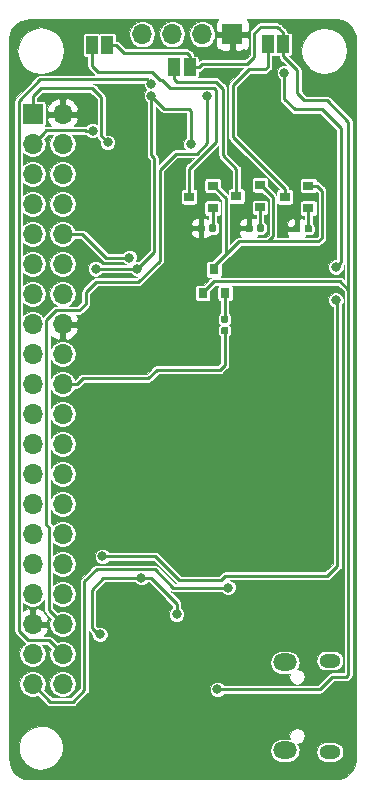
<source format=gbr>
G04 #@! TF.GenerationSoftware,KiCad,Pcbnew,5.0.2+dfsg1-1*
G04 #@! TF.CreationDate,2019-03-28T13:57:09+00:00*
G04 #@! TF.ProjectId,PiZeroInteract,50695a65-726f-4496-9e74-65726163742e,rev?*
G04 #@! TF.SameCoordinates,Original*
G04 #@! TF.FileFunction,Copper,L2,Bot*
G04 #@! TF.FilePolarity,Positive*
%FSLAX46Y46*%
G04 Gerber Fmt 4.6, Leading zero omitted, Abs format (unit mm)*
G04 Created by KiCad (PCBNEW 5.0.2+dfsg1-1) date Thu 28 Mar 2019 13:57:09 GMT*
%MOMM*%
%LPD*%
G01*
G04 APERTURE LIST*
G04 #@! TA.AperFunction,SMDPad,CuDef*
%ADD10R,0.800000X0.900000*%
G04 #@! TD*
G04 #@! TA.AperFunction,SMDPad,CuDef*
%ADD11R,1.000000X1.500000*%
G04 #@! TD*
G04 #@! TA.AperFunction,ComponentPad*
%ADD12R,1.700000X1.700000*%
G04 #@! TD*
G04 #@! TA.AperFunction,ComponentPad*
%ADD13O,1.700000X1.700000*%
G04 #@! TD*
G04 #@! TA.AperFunction,ComponentPad*
%ADD14O,2.000000X1.450000*%
G04 #@! TD*
G04 #@! TA.AperFunction,ComponentPad*
%ADD15O,1.800000X1.150000*%
G04 #@! TD*
G04 #@! TA.AperFunction,SMDPad,CuDef*
%ADD16R,0.900000X0.800000*%
G04 #@! TD*
G04 #@! TA.AperFunction,Conductor*
%ADD17C,0.100000*%
G04 #@! TD*
G04 #@! TA.AperFunction,SMDPad,CuDef*
%ADD18C,0.590000*%
G04 #@! TD*
G04 #@! TA.AperFunction,ViaPad*
%ADD19C,0.800000*%
G04 #@! TD*
G04 #@! TA.AperFunction,Conductor*
%ADD20C,0.250000*%
G04 #@! TD*
G04 APERTURE END LIST*
D10*
G04 #@! TO.P,Q2,3*
G04 #@! TO.N,Net-(Q1-Pad1)*
X132650000Y-76500000D03*
G04 #@! TO.P,Q2,2*
G04 #@! TO.N,+BATT*
X131700000Y-78500000D03*
G04 #@! TO.P,Q2,1*
G04 #@! TO.N,Net-(Q2-Pad1)*
X133600000Y-78500000D03*
G04 #@! TD*
D11*
G04 #@! TO.P,D1,2*
G04 #@! TO.N,+BATT*
X130600000Y-59400000D03*
G04 #@! TO.P,D1,1*
G04 #@! TO.N,Net-(D1-Pad1)*
X129300000Y-59400000D03*
G04 #@! TD*
G04 #@! TO.P,D2,1*
G04 #@! TO.N,Net-(D2-Pad1)*
X137200000Y-57450000D03*
G04 #@! TO.P,D2,2*
G04 #@! TO.N,+BATT*
X138500000Y-57450000D03*
G04 #@! TD*
G04 #@! TO.P,D3,1*
G04 #@! TO.N,Net-(D3-Pad1)*
X122300000Y-57500000D03*
G04 #@! TO.P,D3,2*
G04 #@! TO.N,+BATT*
X123600000Y-57500000D03*
G04 #@! TD*
D12*
G04 #@! TO.P,J1,1*
G04 #@! TO.N,GND*
X134200000Y-56600000D03*
D13*
G04 #@! TO.P,J1,2*
G04 #@! TO.N,/SCL*
X131660000Y-56600000D03*
G04 #@! TO.P,J1,3*
G04 #@! TO.N,/SDA*
X129120000Y-56600000D03*
G04 #@! TO.P,J1,4*
G04 #@! TO.N,+3V3*
X126580000Y-56600000D03*
G04 #@! TD*
D12*
G04 #@! TO.P,J2,1*
G04 #@! TO.N,/SW_SEL*
X117300000Y-63350000D03*
D13*
G04 #@! TO.P,J2,2*
G04 #@! TO.N,GND*
X119840000Y-63350000D03*
G04 #@! TO.P,J2,3*
G04 #@! TO.N,/SW_CNL*
X117300000Y-65890000D03*
G04 #@! TO.P,J2,4*
G04 #@! TO.N,/SW_UP*
X119840000Y-65890000D03*
G04 #@! TO.P,J2,5*
G04 #@! TO.N,Net-(J2-Pad5)*
X117300000Y-68430000D03*
G04 #@! TO.P,J2,6*
G04 #@! TO.N,/SW_DOWN*
X119840000Y-68430000D03*
G04 #@! TO.P,J2,7*
G04 #@! TO.N,Net-(J2-Pad7)*
X117300000Y-70970000D03*
G04 #@! TO.P,J2,8*
G04 #@! TO.N,/SW_LEFT*
X119840000Y-70970000D03*
G04 #@! TO.P,J2,9*
G04 #@! TO.N,/SAFE_SHUTDOWN*
X117300000Y-73510000D03*
G04 #@! TO.P,J2,10*
G04 #@! TO.N,/SW_RIGHT*
X119840000Y-73510000D03*
G04 #@! TO.P,J2,11*
G04 #@! TO.N,Net-(J2-Pad11)*
X117300000Y-76050000D03*
G04 #@! TO.P,J2,12*
G04 #@! TO.N,Net-(J2-Pad12)*
X119840000Y-76050000D03*
G04 #@! TO.P,J2,13*
G04 #@! TO.N,Net-(J2-Pad13)*
X117300000Y-78590000D03*
G04 #@! TO.P,J2,14*
G04 #@! TO.N,Net-(J2-Pad14)*
X119840000Y-78590000D03*
G04 #@! TO.P,J2,15*
G04 #@! TO.N,Net-(J2-Pad15)*
X117300000Y-81130000D03*
G04 #@! TO.P,J2,16*
G04 #@! TO.N,GND*
X119840000Y-81130000D03*
G04 #@! TO.P,J2,17*
G04 #@! TO.N,Net-(J2-Pad17)*
X117300000Y-83670000D03*
G04 #@! TO.P,J2,18*
G04 #@! TO.N,Net-(J2-Pad18)*
X119840000Y-83670000D03*
G04 #@! TO.P,J2,19*
G04 #@! TO.N,Net-(J2-Pad19)*
X117300000Y-86210000D03*
G04 #@! TO.P,J2,20*
G04 #@! TO.N,/TVBG_PIN*
X119840000Y-86210000D03*
G04 #@! TO.P,J2,21*
G04 #@! TO.N,Net-(J2-Pad21)*
X117300000Y-88750000D03*
G04 #@! TO.P,J2,22*
G04 #@! TO.N,Net-(J2-Pad22)*
X119840000Y-88750000D03*
G04 #@! TO.P,J2,23*
G04 #@! TO.N,Net-(J2-Pad23)*
X117300000Y-91290000D03*
G04 #@! TO.P,J2,24*
G04 #@! TO.N,Net-(J2-Pad24)*
X119840000Y-91290000D03*
G04 #@! TO.P,J2,25*
G04 #@! TO.N,Net-(J2-Pad25)*
X117300000Y-93830000D03*
G04 #@! TO.P,J2,26*
G04 #@! TO.N,Net-(J2-Pad26)*
X119840000Y-93830000D03*
G04 #@! TO.P,J2,27*
G04 #@! TO.N,Net-(J2-Pad27)*
X117300000Y-96370000D03*
G04 #@! TO.P,J2,28*
G04 #@! TO.N,Net-(J2-Pad28)*
X119840000Y-96370000D03*
G04 #@! TO.P,J2,29*
G04 #@! TO.N,Net-(J2-Pad29)*
X117300000Y-98910000D03*
G04 #@! TO.P,J2,30*
G04 #@! TO.N,Net-(J2-Pad30)*
X119840000Y-98910000D03*
G04 #@! TO.P,J2,31*
G04 #@! TO.N,Net-(J2-Pad31)*
X117300000Y-101450000D03*
G04 #@! TO.P,J2,32*
G04 #@! TO.N,Net-(J2-Pad32)*
X119840000Y-101450000D03*
G04 #@! TO.P,J2,33*
G04 #@! TO.N,Net-(J2-Pad33)*
X117300000Y-103990000D03*
G04 #@! TO.P,J2,34*
G04 #@! TO.N,Net-(J2-Pad34)*
X119840000Y-103990000D03*
G04 #@! TO.P,J2,35*
G04 #@! TO.N,GND*
X117300000Y-106530000D03*
G04 #@! TO.P,J2,36*
G04 #@! TO.N,/SCL*
X119840000Y-106530000D03*
G04 #@! TO.P,J2,37*
G04 #@! TO.N,+5V*
X117300000Y-109070000D03*
G04 #@! TO.P,J2,38*
G04 #@! TO.N,/SDA*
X119840000Y-109070000D03*
G04 #@! TO.P,J2,39*
G04 #@! TO.N,+5V*
X117300000Y-111610000D03*
G04 #@! TO.P,J2,40*
G04 #@! TO.N,+3V3*
X119840000Y-111610000D03*
G04 #@! TD*
D14*
G04 #@! TO.P,J3,6*
G04 #@! TO.N,Net-(J3-Pad6)*
X138650000Y-117225000D03*
X138650000Y-109775000D03*
D15*
X142450000Y-117375000D03*
X142450000Y-109625000D03*
G04 #@! TD*
D16*
G04 #@! TO.P,Q1,1*
G04 #@! TO.N,Net-(Q1-Pad1)*
X136550000Y-69350000D03*
G04 #@! TO.P,Q1,2*
G04 #@! TO.N,Net-(Q1-Pad2)*
X136550000Y-71250000D03*
G04 #@! TO.P,Q1,3*
G04 #@! TO.N,Net-(D1-Pad1)*
X134550000Y-70300000D03*
G04 #@! TD*
G04 #@! TO.P,Q3,3*
G04 #@! TO.N,Net-(D2-Pad1)*
X138650000Y-70350000D03*
G04 #@! TO.P,Q3,2*
G04 #@! TO.N,Net-(Q3-Pad2)*
X140650000Y-71300000D03*
G04 #@! TO.P,Q3,1*
G04 #@! TO.N,Net-(Q1-Pad1)*
X140650000Y-69400000D03*
G04 #@! TD*
G04 #@! TO.P,Q4,1*
G04 #@! TO.N,Net-(Q1-Pad1)*
X132550000Y-69400000D03*
G04 #@! TO.P,Q4,2*
G04 #@! TO.N,Net-(Q4-Pad2)*
X132550000Y-71300000D03*
G04 #@! TO.P,Q4,3*
G04 #@! TO.N,Net-(D3-Pad1)*
X130550000Y-70350000D03*
G04 #@! TD*
D17*
G04 #@! TO.N,Net-(Q1-Pad2)*
G04 #@! TO.C,R9*
G36*
X136746958Y-72680710D02*
X136761276Y-72682834D01*
X136775317Y-72686351D01*
X136788946Y-72691228D01*
X136802031Y-72697417D01*
X136814447Y-72704858D01*
X136826073Y-72713481D01*
X136836798Y-72723202D01*
X136846519Y-72733927D01*
X136855142Y-72745553D01*
X136862583Y-72757969D01*
X136868772Y-72771054D01*
X136873649Y-72784683D01*
X136877166Y-72798724D01*
X136879290Y-72813042D01*
X136880000Y-72827500D01*
X136880000Y-73172500D01*
X136879290Y-73186958D01*
X136877166Y-73201276D01*
X136873649Y-73215317D01*
X136868772Y-73228946D01*
X136862583Y-73242031D01*
X136855142Y-73254447D01*
X136846519Y-73266073D01*
X136836798Y-73276798D01*
X136826073Y-73286519D01*
X136814447Y-73295142D01*
X136802031Y-73302583D01*
X136788946Y-73308772D01*
X136775317Y-73313649D01*
X136761276Y-73317166D01*
X136746958Y-73319290D01*
X136732500Y-73320000D01*
X136437500Y-73320000D01*
X136423042Y-73319290D01*
X136408724Y-73317166D01*
X136394683Y-73313649D01*
X136381054Y-73308772D01*
X136367969Y-73302583D01*
X136355553Y-73295142D01*
X136343927Y-73286519D01*
X136333202Y-73276798D01*
X136323481Y-73266073D01*
X136314858Y-73254447D01*
X136307417Y-73242031D01*
X136301228Y-73228946D01*
X136296351Y-73215317D01*
X136292834Y-73201276D01*
X136290710Y-73186958D01*
X136290000Y-73172500D01*
X136290000Y-72827500D01*
X136290710Y-72813042D01*
X136292834Y-72798724D01*
X136296351Y-72784683D01*
X136301228Y-72771054D01*
X136307417Y-72757969D01*
X136314858Y-72745553D01*
X136323481Y-72733927D01*
X136333202Y-72723202D01*
X136343927Y-72713481D01*
X136355553Y-72704858D01*
X136367969Y-72697417D01*
X136381054Y-72691228D01*
X136394683Y-72686351D01*
X136408724Y-72682834D01*
X136423042Y-72680710D01*
X136437500Y-72680000D01*
X136732500Y-72680000D01*
X136746958Y-72680710D01*
X136746958Y-72680710D01*
G37*
D18*
G04 #@! TD*
G04 #@! TO.P,R9,1*
G04 #@! TO.N,Net-(Q1-Pad2)*
X136585000Y-73000000D03*
D17*
G04 #@! TO.N,GND*
G04 #@! TO.C,R9*
G36*
X135776958Y-72680710D02*
X135791276Y-72682834D01*
X135805317Y-72686351D01*
X135818946Y-72691228D01*
X135832031Y-72697417D01*
X135844447Y-72704858D01*
X135856073Y-72713481D01*
X135866798Y-72723202D01*
X135876519Y-72733927D01*
X135885142Y-72745553D01*
X135892583Y-72757969D01*
X135898772Y-72771054D01*
X135903649Y-72784683D01*
X135907166Y-72798724D01*
X135909290Y-72813042D01*
X135910000Y-72827500D01*
X135910000Y-73172500D01*
X135909290Y-73186958D01*
X135907166Y-73201276D01*
X135903649Y-73215317D01*
X135898772Y-73228946D01*
X135892583Y-73242031D01*
X135885142Y-73254447D01*
X135876519Y-73266073D01*
X135866798Y-73276798D01*
X135856073Y-73286519D01*
X135844447Y-73295142D01*
X135832031Y-73302583D01*
X135818946Y-73308772D01*
X135805317Y-73313649D01*
X135791276Y-73317166D01*
X135776958Y-73319290D01*
X135762500Y-73320000D01*
X135467500Y-73320000D01*
X135453042Y-73319290D01*
X135438724Y-73317166D01*
X135424683Y-73313649D01*
X135411054Y-73308772D01*
X135397969Y-73302583D01*
X135385553Y-73295142D01*
X135373927Y-73286519D01*
X135363202Y-73276798D01*
X135353481Y-73266073D01*
X135344858Y-73254447D01*
X135337417Y-73242031D01*
X135331228Y-73228946D01*
X135326351Y-73215317D01*
X135322834Y-73201276D01*
X135320710Y-73186958D01*
X135320000Y-73172500D01*
X135320000Y-72827500D01*
X135320710Y-72813042D01*
X135322834Y-72798724D01*
X135326351Y-72784683D01*
X135331228Y-72771054D01*
X135337417Y-72757969D01*
X135344858Y-72745553D01*
X135353481Y-72733927D01*
X135363202Y-72723202D01*
X135373927Y-72713481D01*
X135385553Y-72704858D01*
X135397969Y-72697417D01*
X135411054Y-72691228D01*
X135424683Y-72686351D01*
X135438724Y-72682834D01*
X135453042Y-72680710D01*
X135467500Y-72680000D01*
X135762500Y-72680000D01*
X135776958Y-72680710D01*
X135776958Y-72680710D01*
G37*
D18*
G04 #@! TD*
G04 #@! TO.P,R9,2*
G04 #@! TO.N,GND*
X135615000Y-73000000D03*
D17*
G04 #@! TO.N,Net-(Q3-Pad2)*
G04 #@! TO.C,R10*
G36*
X140796958Y-72730710D02*
X140811276Y-72732834D01*
X140825317Y-72736351D01*
X140838946Y-72741228D01*
X140852031Y-72747417D01*
X140864447Y-72754858D01*
X140876073Y-72763481D01*
X140886798Y-72773202D01*
X140896519Y-72783927D01*
X140905142Y-72795553D01*
X140912583Y-72807969D01*
X140918772Y-72821054D01*
X140923649Y-72834683D01*
X140927166Y-72848724D01*
X140929290Y-72863042D01*
X140930000Y-72877500D01*
X140930000Y-73222500D01*
X140929290Y-73236958D01*
X140927166Y-73251276D01*
X140923649Y-73265317D01*
X140918772Y-73278946D01*
X140912583Y-73292031D01*
X140905142Y-73304447D01*
X140896519Y-73316073D01*
X140886798Y-73326798D01*
X140876073Y-73336519D01*
X140864447Y-73345142D01*
X140852031Y-73352583D01*
X140838946Y-73358772D01*
X140825317Y-73363649D01*
X140811276Y-73367166D01*
X140796958Y-73369290D01*
X140782500Y-73370000D01*
X140487500Y-73370000D01*
X140473042Y-73369290D01*
X140458724Y-73367166D01*
X140444683Y-73363649D01*
X140431054Y-73358772D01*
X140417969Y-73352583D01*
X140405553Y-73345142D01*
X140393927Y-73336519D01*
X140383202Y-73326798D01*
X140373481Y-73316073D01*
X140364858Y-73304447D01*
X140357417Y-73292031D01*
X140351228Y-73278946D01*
X140346351Y-73265317D01*
X140342834Y-73251276D01*
X140340710Y-73236958D01*
X140340000Y-73222500D01*
X140340000Y-72877500D01*
X140340710Y-72863042D01*
X140342834Y-72848724D01*
X140346351Y-72834683D01*
X140351228Y-72821054D01*
X140357417Y-72807969D01*
X140364858Y-72795553D01*
X140373481Y-72783927D01*
X140383202Y-72773202D01*
X140393927Y-72763481D01*
X140405553Y-72754858D01*
X140417969Y-72747417D01*
X140431054Y-72741228D01*
X140444683Y-72736351D01*
X140458724Y-72732834D01*
X140473042Y-72730710D01*
X140487500Y-72730000D01*
X140782500Y-72730000D01*
X140796958Y-72730710D01*
X140796958Y-72730710D01*
G37*
D18*
G04 #@! TD*
G04 #@! TO.P,R10,1*
G04 #@! TO.N,Net-(Q3-Pad2)*
X140635000Y-73050000D03*
D17*
G04 #@! TO.N,GND*
G04 #@! TO.C,R10*
G36*
X139826958Y-72730710D02*
X139841276Y-72732834D01*
X139855317Y-72736351D01*
X139868946Y-72741228D01*
X139882031Y-72747417D01*
X139894447Y-72754858D01*
X139906073Y-72763481D01*
X139916798Y-72773202D01*
X139926519Y-72783927D01*
X139935142Y-72795553D01*
X139942583Y-72807969D01*
X139948772Y-72821054D01*
X139953649Y-72834683D01*
X139957166Y-72848724D01*
X139959290Y-72863042D01*
X139960000Y-72877500D01*
X139960000Y-73222500D01*
X139959290Y-73236958D01*
X139957166Y-73251276D01*
X139953649Y-73265317D01*
X139948772Y-73278946D01*
X139942583Y-73292031D01*
X139935142Y-73304447D01*
X139926519Y-73316073D01*
X139916798Y-73326798D01*
X139906073Y-73336519D01*
X139894447Y-73345142D01*
X139882031Y-73352583D01*
X139868946Y-73358772D01*
X139855317Y-73363649D01*
X139841276Y-73367166D01*
X139826958Y-73369290D01*
X139812500Y-73370000D01*
X139517500Y-73370000D01*
X139503042Y-73369290D01*
X139488724Y-73367166D01*
X139474683Y-73363649D01*
X139461054Y-73358772D01*
X139447969Y-73352583D01*
X139435553Y-73345142D01*
X139423927Y-73336519D01*
X139413202Y-73326798D01*
X139403481Y-73316073D01*
X139394858Y-73304447D01*
X139387417Y-73292031D01*
X139381228Y-73278946D01*
X139376351Y-73265317D01*
X139372834Y-73251276D01*
X139370710Y-73236958D01*
X139370000Y-73222500D01*
X139370000Y-72877500D01*
X139370710Y-72863042D01*
X139372834Y-72848724D01*
X139376351Y-72834683D01*
X139381228Y-72821054D01*
X139387417Y-72807969D01*
X139394858Y-72795553D01*
X139403481Y-72783927D01*
X139413202Y-72773202D01*
X139423927Y-72763481D01*
X139435553Y-72754858D01*
X139447969Y-72747417D01*
X139461054Y-72741228D01*
X139474683Y-72736351D01*
X139488724Y-72732834D01*
X139503042Y-72730710D01*
X139517500Y-72730000D01*
X139812500Y-72730000D01*
X139826958Y-72730710D01*
X139826958Y-72730710D01*
G37*
D18*
G04 #@! TD*
G04 #@! TO.P,R10,2*
G04 #@! TO.N,GND*
X139665000Y-73050000D03*
D17*
G04 #@! TO.N,/TVBG_PIN*
G04 #@! TO.C,R11*
G36*
X133736958Y-81390710D02*
X133751276Y-81392834D01*
X133765317Y-81396351D01*
X133778946Y-81401228D01*
X133792031Y-81407417D01*
X133804447Y-81414858D01*
X133816073Y-81423481D01*
X133826798Y-81433202D01*
X133836519Y-81443927D01*
X133845142Y-81455553D01*
X133852583Y-81467969D01*
X133858772Y-81481054D01*
X133863649Y-81494683D01*
X133867166Y-81508724D01*
X133869290Y-81523042D01*
X133870000Y-81537500D01*
X133870000Y-81832500D01*
X133869290Y-81846958D01*
X133867166Y-81861276D01*
X133863649Y-81875317D01*
X133858772Y-81888946D01*
X133852583Y-81902031D01*
X133845142Y-81914447D01*
X133836519Y-81926073D01*
X133826798Y-81936798D01*
X133816073Y-81946519D01*
X133804447Y-81955142D01*
X133792031Y-81962583D01*
X133778946Y-81968772D01*
X133765317Y-81973649D01*
X133751276Y-81977166D01*
X133736958Y-81979290D01*
X133722500Y-81980000D01*
X133377500Y-81980000D01*
X133363042Y-81979290D01*
X133348724Y-81977166D01*
X133334683Y-81973649D01*
X133321054Y-81968772D01*
X133307969Y-81962583D01*
X133295553Y-81955142D01*
X133283927Y-81946519D01*
X133273202Y-81936798D01*
X133263481Y-81926073D01*
X133254858Y-81914447D01*
X133247417Y-81902031D01*
X133241228Y-81888946D01*
X133236351Y-81875317D01*
X133232834Y-81861276D01*
X133230710Y-81846958D01*
X133230000Y-81832500D01*
X133230000Y-81537500D01*
X133230710Y-81523042D01*
X133232834Y-81508724D01*
X133236351Y-81494683D01*
X133241228Y-81481054D01*
X133247417Y-81467969D01*
X133254858Y-81455553D01*
X133263481Y-81443927D01*
X133273202Y-81433202D01*
X133283927Y-81423481D01*
X133295553Y-81414858D01*
X133307969Y-81407417D01*
X133321054Y-81401228D01*
X133334683Y-81396351D01*
X133348724Y-81392834D01*
X133363042Y-81390710D01*
X133377500Y-81390000D01*
X133722500Y-81390000D01*
X133736958Y-81390710D01*
X133736958Y-81390710D01*
G37*
D18*
G04 #@! TD*
G04 #@! TO.P,R11,1*
G04 #@! TO.N,/TVBG_PIN*
X133550000Y-81685000D03*
D17*
G04 #@! TO.N,Net-(Q2-Pad1)*
G04 #@! TO.C,R11*
G36*
X133736958Y-80420710D02*
X133751276Y-80422834D01*
X133765317Y-80426351D01*
X133778946Y-80431228D01*
X133792031Y-80437417D01*
X133804447Y-80444858D01*
X133816073Y-80453481D01*
X133826798Y-80463202D01*
X133836519Y-80473927D01*
X133845142Y-80485553D01*
X133852583Y-80497969D01*
X133858772Y-80511054D01*
X133863649Y-80524683D01*
X133867166Y-80538724D01*
X133869290Y-80553042D01*
X133870000Y-80567500D01*
X133870000Y-80862500D01*
X133869290Y-80876958D01*
X133867166Y-80891276D01*
X133863649Y-80905317D01*
X133858772Y-80918946D01*
X133852583Y-80932031D01*
X133845142Y-80944447D01*
X133836519Y-80956073D01*
X133826798Y-80966798D01*
X133816073Y-80976519D01*
X133804447Y-80985142D01*
X133792031Y-80992583D01*
X133778946Y-80998772D01*
X133765317Y-81003649D01*
X133751276Y-81007166D01*
X133736958Y-81009290D01*
X133722500Y-81010000D01*
X133377500Y-81010000D01*
X133363042Y-81009290D01*
X133348724Y-81007166D01*
X133334683Y-81003649D01*
X133321054Y-80998772D01*
X133307969Y-80992583D01*
X133295553Y-80985142D01*
X133283927Y-80976519D01*
X133273202Y-80966798D01*
X133263481Y-80956073D01*
X133254858Y-80944447D01*
X133247417Y-80932031D01*
X133241228Y-80918946D01*
X133236351Y-80905317D01*
X133232834Y-80891276D01*
X133230710Y-80876958D01*
X133230000Y-80862500D01*
X133230000Y-80567500D01*
X133230710Y-80553042D01*
X133232834Y-80538724D01*
X133236351Y-80524683D01*
X133241228Y-80511054D01*
X133247417Y-80497969D01*
X133254858Y-80485553D01*
X133263481Y-80473927D01*
X133273202Y-80463202D01*
X133283927Y-80453481D01*
X133295553Y-80444858D01*
X133307969Y-80437417D01*
X133321054Y-80431228D01*
X133334683Y-80426351D01*
X133348724Y-80422834D01*
X133363042Y-80420710D01*
X133377500Y-80420000D01*
X133722500Y-80420000D01*
X133736958Y-80420710D01*
X133736958Y-80420710D01*
G37*
D18*
G04 #@! TD*
G04 #@! TO.P,R11,2*
G04 #@! TO.N,Net-(Q2-Pad1)*
X133550000Y-80715000D03*
D17*
G04 #@! TO.N,Net-(Q4-Pad2)*
G04 #@! TO.C,R12*
G36*
X132696958Y-72680710D02*
X132711276Y-72682834D01*
X132725317Y-72686351D01*
X132738946Y-72691228D01*
X132752031Y-72697417D01*
X132764447Y-72704858D01*
X132776073Y-72713481D01*
X132786798Y-72723202D01*
X132796519Y-72733927D01*
X132805142Y-72745553D01*
X132812583Y-72757969D01*
X132818772Y-72771054D01*
X132823649Y-72784683D01*
X132827166Y-72798724D01*
X132829290Y-72813042D01*
X132830000Y-72827500D01*
X132830000Y-73172500D01*
X132829290Y-73186958D01*
X132827166Y-73201276D01*
X132823649Y-73215317D01*
X132818772Y-73228946D01*
X132812583Y-73242031D01*
X132805142Y-73254447D01*
X132796519Y-73266073D01*
X132786798Y-73276798D01*
X132776073Y-73286519D01*
X132764447Y-73295142D01*
X132752031Y-73302583D01*
X132738946Y-73308772D01*
X132725317Y-73313649D01*
X132711276Y-73317166D01*
X132696958Y-73319290D01*
X132682500Y-73320000D01*
X132387500Y-73320000D01*
X132373042Y-73319290D01*
X132358724Y-73317166D01*
X132344683Y-73313649D01*
X132331054Y-73308772D01*
X132317969Y-73302583D01*
X132305553Y-73295142D01*
X132293927Y-73286519D01*
X132283202Y-73276798D01*
X132273481Y-73266073D01*
X132264858Y-73254447D01*
X132257417Y-73242031D01*
X132251228Y-73228946D01*
X132246351Y-73215317D01*
X132242834Y-73201276D01*
X132240710Y-73186958D01*
X132240000Y-73172500D01*
X132240000Y-72827500D01*
X132240710Y-72813042D01*
X132242834Y-72798724D01*
X132246351Y-72784683D01*
X132251228Y-72771054D01*
X132257417Y-72757969D01*
X132264858Y-72745553D01*
X132273481Y-72733927D01*
X132283202Y-72723202D01*
X132293927Y-72713481D01*
X132305553Y-72704858D01*
X132317969Y-72697417D01*
X132331054Y-72691228D01*
X132344683Y-72686351D01*
X132358724Y-72682834D01*
X132373042Y-72680710D01*
X132387500Y-72680000D01*
X132682500Y-72680000D01*
X132696958Y-72680710D01*
X132696958Y-72680710D01*
G37*
D18*
G04 #@! TD*
G04 #@! TO.P,R12,1*
G04 #@! TO.N,Net-(Q4-Pad2)*
X132535000Y-73000000D03*
D17*
G04 #@! TO.N,GND*
G04 #@! TO.C,R12*
G36*
X131726958Y-72680710D02*
X131741276Y-72682834D01*
X131755317Y-72686351D01*
X131768946Y-72691228D01*
X131782031Y-72697417D01*
X131794447Y-72704858D01*
X131806073Y-72713481D01*
X131816798Y-72723202D01*
X131826519Y-72733927D01*
X131835142Y-72745553D01*
X131842583Y-72757969D01*
X131848772Y-72771054D01*
X131853649Y-72784683D01*
X131857166Y-72798724D01*
X131859290Y-72813042D01*
X131860000Y-72827500D01*
X131860000Y-73172500D01*
X131859290Y-73186958D01*
X131857166Y-73201276D01*
X131853649Y-73215317D01*
X131848772Y-73228946D01*
X131842583Y-73242031D01*
X131835142Y-73254447D01*
X131826519Y-73266073D01*
X131816798Y-73276798D01*
X131806073Y-73286519D01*
X131794447Y-73295142D01*
X131782031Y-73302583D01*
X131768946Y-73308772D01*
X131755317Y-73313649D01*
X131741276Y-73317166D01*
X131726958Y-73319290D01*
X131712500Y-73320000D01*
X131417500Y-73320000D01*
X131403042Y-73319290D01*
X131388724Y-73317166D01*
X131374683Y-73313649D01*
X131361054Y-73308772D01*
X131347969Y-73302583D01*
X131335553Y-73295142D01*
X131323927Y-73286519D01*
X131313202Y-73276798D01*
X131303481Y-73266073D01*
X131294858Y-73254447D01*
X131287417Y-73242031D01*
X131281228Y-73228946D01*
X131276351Y-73215317D01*
X131272834Y-73201276D01*
X131270710Y-73186958D01*
X131270000Y-73172500D01*
X131270000Y-72827500D01*
X131270710Y-72813042D01*
X131272834Y-72798724D01*
X131276351Y-72784683D01*
X131281228Y-72771054D01*
X131287417Y-72757969D01*
X131294858Y-72745553D01*
X131303481Y-72733927D01*
X131313202Y-72723202D01*
X131323927Y-72713481D01*
X131335553Y-72704858D01*
X131347969Y-72697417D01*
X131361054Y-72691228D01*
X131374683Y-72686351D01*
X131388724Y-72682834D01*
X131403042Y-72680710D01*
X131417500Y-72680000D01*
X131712500Y-72680000D01*
X131726958Y-72680710D01*
X131726958Y-72680710D01*
G37*
D18*
G04 #@! TD*
G04 #@! TO.P,R12,2*
G04 #@! TO.N,GND*
X131565000Y-73000000D03*
D19*
G04 #@! TO.N,GND*
X127100000Y-106700000D03*
X125900000Y-106700000D03*
X127100000Y-105500000D03*
X125900000Y-105500000D03*
X138100000Y-105000000D03*
X136700000Y-105000000D03*
X138100000Y-103800000D03*
X136700000Y-103800000D03*
X129100000Y-70000000D03*
X129100000Y-71100000D03*
X142250000Y-95850000D03*
X142250000Y-94850000D03*
X140700000Y-95850000D03*
X140700000Y-94850000D03*
X140700000Y-93850000D03*
X135150000Y-106500000D03*
X134200000Y-106500000D03*
X133200000Y-106500000D03*
X137350000Y-108250000D03*
X132900000Y-108300000D03*
X138350000Y-108200000D03*
X132000000Y-108100000D03*
X132500000Y-110750000D03*
X133550000Y-110750000D03*
X134500000Y-110750000D03*
X135550000Y-110750000D03*
X140200000Y-113900000D03*
X141250000Y-113900000D03*
X142350000Y-113900000D03*
X143250000Y-113500000D03*
X143250000Y-112500000D03*
X141250000Y-115700000D03*
X142400000Y-115700000D03*
X143550000Y-115700000D03*
X138300000Y-115750000D03*
X137250000Y-115800000D03*
X127400000Y-115650000D03*
X127400000Y-116800000D03*
X127400000Y-117950000D03*
X128400000Y-117400000D03*
X128400000Y-116200000D03*
X128400000Y-118650000D03*
X129350000Y-118000000D03*
X129350000Y-116800000D03*
X129400000Y-115600000D03*
X130400000Y-116200000D03*
X130450000Y-117400000D03*
X130500000Y-118650000D03*
X131500000Y-117950000D03*
X131500000Y-116800000D03*
X131500000Y-115600000D03*
X117150000Y-113600000D03*
X117200000Y-114750000D03*
X118300000Y-114050000D03*
X119350000Y-114700000D03*
X120300000Y-115600000D03*
X120300000Y-114200000D03*
X124450000Y-111200000D03*
X125550000Y-111200000D03*
X123900000Y-112100000D03*
X124950000Y-112100000D03*
X126250000Y-112100000D03*
X126650000Y-111150000D03*
X130850000Y-99000000D03*
X131950000Y-99000000D03*
X130850000Y-100000000D03*
X131950000Y-100000000D03*
X132000000Y-101050000D03*
X130850000Y-101050000D03*
X136900000Y-60550000D03*
X136950000Y-61650000D03*
X137000000Y-62800000D03*
X135950000Y-63500000D03*
X135950000Y-62300000D03*
X135950000Y-61100000D03*
X135050000Y-61650000D03*
X135100000Y-62950000D03*
X115900000Y-59800000D03*
X134200000Y-58300000D03*
X133200000Y-58300000D03*
X132250000Y-58300000D03*
X135200000Y-58300000D03*
X126050000Y-69600000D03*
X126050000Y-70600000D03*
X126050000Y-71600000D03*
X125050000Y-70200000D03*
X125050000Y-71250000D03*
X124000000Y-61500000D03*
X125100000Y-61450000D03*
X124500000Y-62550000D03*
X125650000Y-62550000D03*
X125100000Y-63550000D03*
X126300000Y-63500000D03*
X128300000Y-65800000D03*
X129000000Y-63700000D03*
X129550000Y-65800000D03*
X124050000Y-69650000D03*
X123600000Y-68800000D03*
X122850000Y-67950000D03*
X121950000Y-67350000D03*
X122100000Y-69950000D03*
X122150000Y-71850000D03*
X122800000Y-72750000D03*
X121800000Y-72750000D03*
X122750000Y-73700000D03*
X121550000Y-74650000D03*
X121600000Y-75650000D03*
X124800000Y-89550000D03*
X125950000Y-89550000D03*
X127050000Y-89550000D03*
X128200000Y-89550000D03*
X126400000Y-90500000D03*
X127550000Y-90500000D03*
X124150000Y-90500000D03*
X125300000Y-90500000D03*
X124750000Y-91450000D03*
X127000000Y-91450000D03*
X128150000Y-91450000D03*
X125900000Y-91450000D03*
X126450000Y-92400000D03*
X127600000Y-92400000D03*
X124200000Y-92400000D03*
X125350000Y-92400000D03*
X125900000Y-93350000D03*
X127000000Y-93350000D03*
X128150000Y-93350000D03*
X124750000Y-93350000D03*
X126450000Y-94300000D03*
X125350000Y-94300000D03*
X127600000Y-94300000D03*
X124200000Y-94300000D03*
X127000000Y-95250000D03*
X125900000Y-95250000D03*
X128150000Y-95250000D03*
X124750000Y-95250000D03*
X125350000Y-96150000D03*
X124200000Y-96150000D03*
X126450000Y-96150000D03*
X127600000Y-96150000D03*
X125350000Y-88600000D03*
X124200000Y-88600000D03*
X127600000Y-88600000D03*
X126450000Y-88600000D03*
X125900000Y-97050000D03*
X128150000Y-97050000D03*
X124750000Y-97050000D03*
X127000000Y-97050000D03*
X129350000Y-91450000D03*
X129350000Y-97050000D03*
X128800000Y-92400000D03*
X128800000Y-94300000D03*
X129400000Y-89550000D03*
X128800000Y-88600000D03*
X128800000Y-96150000D03*
X129350000Y-95250000D03*
X129350000Y-93350000D03*
X128750000Y-90500000D03*
X143100000Y-103050000D03*
X143100000Y-104050000D03*
X142050000Y-104550000D03*
X139150000Y-99750000D03*
X124300000Y-103600000D03*
X135000000Y-99650000D03*
X135000000Y-100650000D03*
X135900000Y-100100000D03*
X125550000Y-81250000D03*
X124400000Y-81250000D03*
X127800000Y-81250000D03*
X126650000Y-81250000D03*
X129000000Y-81250000D03*
X126500000Y-83300000D03*
X125400000Y-83300000D03*
X124250000Y-83300000D03*
X127650000Y-83300000D03*
X128850000Y-83300000D03*
X127200000Y-82200000D03*
X128400000Y-82200000D03*
X124950000Y-82200000D03*
X123800000Y-82200000D03*
X126050000Y-82200000D03*
X137400000Y-89650000D03*
X138550000Y-89650000D03*
X139650000Y-89650000D03*
X140800000Y-89650000D03*
X139000000Y-90600000D03*
X140150000Y-90600000D03*
X136750000Y-90600000D03*
X137900000Y-90600000D03*
X137350000Y-91550000D03*
X139600000Y-91550000D03*
X140750000Y-91550000D03*
X138500000Y-91550000D03*
X137950000Y-88700000D03*
X136800000Y-88700000D03*
X140200000Y-88700000D03*
X139050000Y-88700000D03*
X141400000Y-88700000D03*
X141350000Y-90600000D03*
X137800000Y-82050000D03*
X138950000Y-82050000D03*
X140050000Y-82050000D03*
X141200000Y-82050000D03*
X139400000Y-83000000D03*
X140550000Y-83000000D03*
X137150000Y-83000000D03*
X138300000Y-83000000D03*
X137750000Y-83950000D03*
X140000000Y-83950000D03*
X141150000Y-83950000D03*
X138900000Y-83950000D03*
X138350000Y-81100000D03*
X137200000Y-81100000D03*
X140600000Y-81100000D03*
X139450000Y-81100000D03*
X142350000Y-83950000D03*
X141800000Y-81100000D03*
X141750000Y-83000000D03*
G04 #@! TO.N,+5V*
X133850000Y-103450000D03*
G04 #@! TO.N,+BATT*
X132950000Y-112050000D03*
G04 #@! TO.N,+VDC*
X129500000Y-105700000D03*
X126500000Y-102600000D03*
X122995000Y-107400000D03*
G04 #@! TO.N,/SCL*
X132100000Y-61850000D03*
G04 #@! TO.N,/SDA*
X127350000Y-60800000D03*
G04 #@! TO.N,+3V3*
X127350000Y-61800000D03*
X126150000Y-76450000D03*
X122650000Y-76450000D03*
X130700000Y-65900000D03*
G04 #@! TO.N,/SW_SEL*
X123650000Y-65750000D03*
G04 #@! TO.N,/SW_CNL*
X122375000Y-64750000D03*
G04 #@! TO.N,/SW_RIGHT*
X125500000Y-75500000D03*
G04 #@! TO.N,Net-(R23-Pad2)*
X123200000Y-100800000D03*
X138600000Y-59850000D03*
X142975000Y-79100000D03*
X142975000Y-76300000D03*
G04 #@! TD*
D20*
G04 #@! TO.N,+5V*
X118790000Y-113100000D02*
X117300000Y-111610000D01*
X129200000Y-103450000D02*
X127624999Y-101874999D01*
X122725001Y-101874999D02*
X121690009Y-102909991D01*
X133850000Y-103450000D02*
X129200000Y-103450000D01*
X127624999Y-101874999D02*
X122725001Y-101874999D01*
X120700000Y-113100000D02*
X118790000Y-113100000D01*
X121690009Y-102909991D02*
X121690009Y-112109991D01*
X121690009Y-112109991D02*
X120700000Y-113100000D01*
G04 #@! TO.N,+BATT*
X142672806Y-111000000D02*
X141622806Y-112050000D01*
X143850000Y-111000000D02*
X142672806Y-111000000D01*
X144029210Y-110820790D02*
X143850000Y-111000000D01*
X141622806Y-112050000D02*
X132950000Y-112050000D01*
X136600000Y-55950000D02*
X136050000Y-56500000D01*
X136050000Y-56500000D02*
X136050000Y-58500000D01*
X136050000Y-58500000D02*
X135450000Y-59100000D01*
X131650000Y-59100000D02*
X131350000Y-59400000D01*
X131350000Y-59400000D02*
X130600000Y-59400000D01*
X135450000Y-59100000D02*
X131650000Y-59100000D01*
X130600000Y-58400000D02*
X130350000Y-58150000D01*
X130600000Y-59400000D02*
X130600000Y-58400000D01*
X124350000Y-57500000D02*
X123600000Y-57500000D01*
X125000000Y-58150000D02*
X124350000Y-57500000D01*
X130350000Y-58150000D02*
X125000000Y-58150000D01*
X131700000Y-78450000D02*
X132650000Y-77500000D01*
X131700000Y-78500000D02*
X131700000Y-78450000D01*
X143329210Y-77500000D02*
X144029210Y-78200000D01*
X132650000Y-77500000D02*
X143329210Y-77500000D01*
X144029210Y-78200000D02*
X144029210Y-110820790D01*
X144029210Y-78200000D02*
X144029210Y-63979210D01*
X144029210Y-63979210D02*
X142200000Y-62150000D01*
X142200000Y-62150000D02*
X140300000Y-62150000D01*
X140300000Y-62150000D02*
X139700000Y-61550000D01*
X138500000Y-58450000D02*
X138500000Y-57450000D01*
X139700000Y-59650000D02*
X138500000Y-58450000D01*
X139700000Y-61550000D02*
X139700000Y-59650000D01*
X138500000Y-56450000D02*
X138150000Y-56100000D01*
X138500000Y-57450000D02*
X138500000Y-56450000D01*
X138150000Y-56100000D02*
X138100000Y-56100000D01*
X137950000Y-55950000D02*
X136600000Y-55950000D01*
X138100000Y-56100000D02*
X137950000Y-55950000D01*
G04 #@! TO.N,+VDC*
X126500000Y-102600000D02*
X126500000Y-102600000D01*
X129500000Y-105700000D02*
X129500000Y-104800000D01*
X127300000Y-102600000D02*
X126500000Y-102600000D01*
X129500000Y-104800000D02*
X127300000Y-102600000D01*
X124000000Y-102600000D02*
X126500000Y-102600000D01*
X124000000Y-102600000D02*
X123300000Y-102600000D01*
X123300000Y-102600000D02*
X122300000Y-103600000D01*
X122300000Y-103600000D02*
X122300000Y-106850000D01*
X122300000Y-106850000D02*
X122850000Y-107400000D01*
X122850000Y-107400000D02*
X122995000Y-107400000D01*
G04 #@! TO.N,Net-(D1-Pad1)*
X129300000Y-60400000D02*
X129500000Y-60600000D01*
X129300000Y-59400000D02*
X129300000Y-60400000D01*
X132786410Y-60600000D02*
X133400000Y-61213590D01*
X129500000Y-60600000D02*
X132786410Y-60600000D01*
X133400000Y-61213590D02*
X133400000Y-66850000D01*
X134550000Y-68000000D02*
X134550000Y-70300000D01*
X133400000Y-66850000D02*
X134550000Y-68000000D01*
G04 #@! TO.N,Net-(D2-Pad1)*
X138650000Y-69700000D02*
X134250000Y-65300000D01*
X138650000Y-70350000D02*
X138650000Y-69700000D01*
X134250000Y-65300000D02*
X134250000Y-60900000D01*
X134250000Y-60900000D02*
X135600000Y-59550000D01*
X135600000Y-59550000D02*
X137000000Y-59550000D01*
X137200000Y-59350000D02*
X137200000Y-57450000D01*
X137000000Y-59550000D02*
X137200000Y-59350000D01*
G04 #@! TO.N,Net-(D3-Pad1)*
X130550000Y-67986410D02*
X132800000Y-65736410D01*
X130550000Y-70350000D02*
X130550000Y-67986410D01*
X132825001Y-62198001D02*
X132825001Y-61275001D01*
X132800000Y-65736410D02*
X132800000Y-62223002D01*
X132800000Y-62223002D02*
X132825001Y-62198001D01*
X132674999Y-61124999D02*
X128925001Y-61124999D01*
X132825001Y-61275001D02*
X132674999Y-61124999D01*
X128073002Y-60450000D02*
X127373002Y-59750000D01*
X128925001Y-61124999D02*
X128250002Y-60450000D01*
X128250002Y-60450000D02*
X128073002Y-60450000D01*
X127373002Y-59750000D02*
X122800000Y-59750000D01*
X122300000Y-59250000D02*
X122300000Y-57500000D01*
X122800000Y-59750000D02*
X122300000Y-59250000D01*
G04 #@! TO.N,/SCL*
X119840000Y-106530000D02*
X118664999Y-105354999D01*
X118664999Y-105354999D02*
X118664999Y-98345999D01*
X121800000Y-78400000D02*
X122650000Y-77550000D01*
X122650000Y-77550000D02*
X126250000Y-77550000D01*
X128050010Y-75749990D02*
X128050010Y-68049990D01*
X126250000Y-77550000D02*
X128050010Y-75749990D01*
X128050010Y-68049990D02*
X129400000Y-66700000D01*
X129400000Y-66700000D02*
X131200000Y-66700000D01*
X131200000Y-66700000D02*
X132100000Y-65800000D01*
X132100000Y-65800000D02*
X132100000Y-61850000D01*
X118475001Y-80755997D02*
X119280998Y-79950000D01*
X118664999Y-98345999D02*
X118475001Y-98156001D01*
X118475001Y-98156001D02*
X118475001Y-80755997D01*
X119280998Y-79950000D02*
X121250000Y-79950000D01*
X121800000Y-79400000D02*
X121800000Y-78400000D01*
X121250000Y-79950000D02*
X121800000Y-79400000D01*
G04 #@! TO.N,/SDA*
X118990001Y-108220001D02*
X119840000Y-109070000D01*
X118664999Y-107894999D02*
X118990001Y-108220001D01*
X116925997Y-107894999D02*
X118664999Y-107894999D01*
X116124999Y-107094001D02*
X116925997Y-107894999D01*
X116124999Y-62239999D02*
X116124999Y-107094001D01*
X117964997Y-60400001D02*
X116124999Y-62239999D01*
X126950001Y-60400001D02*
X117964997Y-60400001D01*
X127350000Y-60800000D02*
X126950001Y-60400001D01*
G04 #@! TO.N,+3V3*
X127600000Y-75000000D02*
X127600000Y-67100000D01*
X122650000Y-76450000D02*
X126150000Y-76450000D01*
X126150000Y-76450000D02*
X127600000Y-75000000D01*
X126150000Y-76450000D02*
X126150000Y-76450000D01*
X122650000Y-76450000D02*
X122650000Y-76450000D01*
X127350000Y-66850000D02*
X127350000Y-61800000D01*
X127600000Y-67100000D02*
X127350000Y-66850000D01*
X130700000Y-65750000D02*
X130700000Y-65750000D01*
X127350000Y-61800000D02*
X128450000Y-62900000D01*
X128450000Y-62900000D02*
X130500000Y-62900000D01*
X130700000Y-63100000D02*
X130700000Y-65900000D01*
X130500000Y-62900000D02*
X130700000Y-63100000D01*
G04 #@! TO.N,/SW_SEL*
X123650000Y-65750000D02*
X123100000Y-65200000D01*
X123100000Y-65200000D02*
X123100000Y-61900000D01*
X123100000Y-61900000D02*
X122350000Y-61150000D01*
X122350000Y-61150000D02*
X118000000Y-61150000D01*
X117300000Y-61850000D02*
X117300000Y-63350000D01*
X118000000Y-61150000D02*
X117300000Y-61850000D01*
G04 #@! TO.N,/SW_CNL*
X118149999Y-65040001D02*
X117300000Y-65890000D01*
X118475001Y-64714999D02*
X118149999Y-65040001D01*
X121774314Y-64714999D02*
X118475001Y-64714999D01*
X121809315Y-64750000D02*
X121774314Y-64714999D01*
X122375000Y-64750000D02*
X121809315Y-64750000D01*
G04 #@! TO.N,/TVBG_PIN*
X133550000Y-84600000D02*
X133550000Y-81685000D01*
X121042081Y-86210000D02*
X121552081Y-85700000D01*
X119840000Y-86210000D02*
X121042081Y-86210000D01*
X121552081Y-85700000D02*
X127100000Y-85700000D01*
X127100000Y-85700000D02*
X127815000Y-84985000D01*
X127815000Y-84985000D02*
X133165000Y-84985000D01*
X133165000Y-84985000D02*
X133550000Y-84600000D01*
G04 #@! TO.N,/SW_RIGHT*
X125300000Y-75500000D02*
X123500000Y-75500000D01*
X121510000Y-73510000D02*
X119840000Y-73510000D01*
X123500000Y-75500000D02*
X121510000Y-73510000D01*
G04 #@! TO.N,Net-(Q1-Pad1)*
X132550000Y-76300000D02*
X133650000Y-75200000D01*
X132600000Y-69400000D02*
X132550000Y-69400000D01*
X133650000Y-70450000D02*
X132600000Y-69400000D01*
X133650000Y-75200000D02*
X133650000Y-70450000D01*
X136500000Y-69400000D02*
X136550000Y-69350000D01*
X140600000Y-69350000D02*
X140650000Y-69400000D01*
X133650000Y-75200000D02*
X133700000Y-75200000D01*
X133700000Y-75200000D02*
X134800000Y-74100000D01*
X134800000Y-74100000D02*
X137250000Y-74100000D01*
X137250000Y-74100000D02*
X137650000Y-73700000D01*
X136600000Y-69350000D02*
X136550000Y-69350000D01*
X137650000Y-70400000D02*
X136600000Y-69350000D01*
X137650000Y-73700000D02*
X137650000Y-70400000D01*
X141350000Y-69400000D02*
X141800000Y-69850000D01*
X140650000Y-69400000D02*
X141350000Y-69400000D01*
X137250000Y-74100000D02*
X141500000Y-74100000D01*
X141800000Y-73800000D02*
X141800000Y-69850000D01*
X141500000Y-74100000D02*
X141800000Y-73800000D01*
G04 #@! TO.N,Net-(Q1-Pad2)*
X136550000Y-72965000D02*
X136585000Y-73000000D01*
X136550000Y-71250000D02*
X136550000Y-72965000D01*
G04 #@! TO.N,Net-(Q2-Pad1)*
X133550000Y-78550000D02*
X133600000Y-78500000D01*
X133550000Y-80715000D02*
X133550000Y-78550000D01*
G04 #@! TO.N,Net-(Q3-Pad2)*
X140650000Y-73035000D02*
X140635000Y-73050000D01*
X140650000Y-71300000D02*
X140650000Y-73035000D01*
G04 #@! TO.N,Net-(Q4-Pad2)*
X132550000Y-72985000D02*
X132535000Y-73000000D01*
X132550000Y-71300000D02*
X132550000Y-72985000D01*
G04 #@! TO.N,Net-(R23-Pad2)*
X127700000Y-100800000D02*
X129700000Y-102800000D01*
X123200000Y-100800000D02*
X127700000Y-100800000D01*
X129700000Y-102800000D02*
X133250000Y-102800000D01*
X133250000Y-102800000D02*
X133600000Y-102450000D01*
X133600000Y-102450000D02*
X142250000Y-102450000D01*
X142250000Y-102450000D02*
X143100000Y-101600000D01*
X143100000Y-101600000D02*
X143100000Y-79225000D01*
X143100000Y-79225000D02*
X142975000Y-79100000D01*
X143374999Y-75900001D02*
X143374999Y-64524999D01*
X142975000Y-76300000D02*
X143374999Y-75900001D01*
X143374999Y-64524999D02*
X141800000Y-62950000D01*
X141800000Y-62950000D02*
X139500000Y-62950000D01*
X138600000Y-62050000D02*
X138600000Y-59850000D01*
X139500000Y-62950000D02*
X138600000Y-62050000D01*
G04 #@! TD*
D17*
G04 #@! TO.N,GND*
G36*
X132876950Y-55433918D02*
X132792000Y-55639007D01*
X132792000Y-56256500D01*
X132931500Y-56396000D01*
X133996000Y-56396000D01*
X133996000Y-56376000D01*
X134404000Y-56376000D01*
X134404000Y-56396000D01*
X135468500Y-56396000D01*
X135608000Y-56256500D01*
X135608000Y-55639007D01*
X135523050Y-55433918D01*
X135414131Y-55325000D01*
X142976844Y-55325000D01*
X143469187Y-55395509D01*
X143900656Y-55591686D01*
X144259720Y-55901076D01*
X144517516Y-56298807D01*
X144656543Y-56763678D01*
X144675000Y-57012055D01*
X144675001Y-117976837D01*
X144604491Y-118469187D01*
X144408314Y-118900656D01*
X144098924Y-119259720D01*
X143701193Y-119517516D01*
X143236321Y-119656543D01*
X142987945Y-119675000D01*
X117023156Y-119675000D01*
X116530813Y-119604491D01*
X116099344Y-119408314D01*
X115740280Y-119098924D01*
X115482484Y-118701193D01*
X115343457Y-118236321D01*
X115325000Y-117987945D01*
X115325000Y-116705391D01*
X116139911Y-116705391D01*
X116144768Y-117323790D01*
X116349674Y-117907275D01*
X116732532Y-118392929D01*
X117252061Y-118728384D01*
X117852240Y-118877469D01*
X118468351Y-118824108D01*
X119033961Y-118574055D01*
X119488079Y-118154273D01*
X119781739Y-117610026D01*
X119845824Y-117225000D01*
X137380899Y-117225000D01*
X137456570Y-117605426D01*
X137672064Y-117927936D01*
X137994574Y-118143430D01*
X138278972Y-118200000D01*
X139021028Y-118200000D01*
X139305426Y-118143430D01*
X139627936Y-117927936D01*
X139843430Y-117605426D01*
X139889264Y-117375000D01*
X141283838Y-117375000D01*
X141347868Y-117696899D01*
X141530209Y-117969791D01*
X141803101Y-118152132D01*
X142043749Y-118200000D01*
X142856251Y-118200000D01*
X143096899Y-118152132D01*
X143369791Y-117969791D01*
X143552132Y-117696899D01*
X143616162Y-117375000D01*
X143552132Y-117053101D01*
X143369791Y-116780209D01*
X143096899Y-116597868D01*
X142856251Y-116550000D01*
X142043749Y-116550000D01*
X141803101Y-116597868D01*
X141530209Y-116780209D01*
X141347868Y-117053101D01*
X141283838Y-117375000D01*
X139889264Y-117375000D01*
X139919101Y-117225000D01*
X139843430Y-116844574D01*
X139713420Y-116650000D01*
X139764018Y-116650000D01*
X139953617Y-116612286D01*
X140168624Y-116468624D01*
X140312286Y-116253617D01*
X140362734Y-116000000D01*
X140312286Y-115746383D01*
X140168624Y-115531376D01*
X139953617Y-115387714D01*
X139764018Y-115350000D01*
X139635982Y-115350000D01*
X139446383Y-115387714D01*
X139231376Y-115531376D01*
X139087714Y-115746383D01*
X139037266Y-116000000D01*
X139087714Y-116253617D01*
X139095148Y-116264743D01*
X139021028Y-116250000D01*
X138278972Y-116250000D01*
X137994574Y-116306570D01*
X137672064Y-116522064D01*
X137456570Y-116844574D01*
X137380899Y-117225000D01*
X119845824Y-117225000D01*
X119883275Y-117000000D01*
X119883043Y-116970419D01*
X119771937Y-116362063D01*
X119469765Y-115822496D01*
X119009109Y-115409898D01*
X118439642Y-115168760D01*
X117822768Y-115125083D01*
X117225005Y-115283577D01*
X116710810Y-115627152D01*
X116335626Y-116118759D01*
X116139911Y-116705391D01*
X115325000Y-116705391D01*
X115325000Y-111610000D01*
X116178450Y-111610000D01*
X116263823Y-112039199D01*
X116506944Y-112403056D01*
X116870801Y-112646177D01*
X117191661Y-112710000D01*
X117408339Y-112710000D01*
X117729199Y-112646177D01*
X117775146Y-112615476D01*
X118498724Y-113339055D01*
X118519641Y-113370359D01*
X118550945Y-113391276D01*
X118550948Y-113391279D01*
X118643681Y-113453241D01*
X118643682Y-113453241D01*
X118643683Y-113453242D01*
X118753069Y-113475000D01*
X118753073Y-113475000D01*
X118789999Y-113482345D01*
X118826925Y-113475000D01*
X120663074Y-113475000D01*
X120700000Y-113482345D01*
X120736926Y-113475000D01*
X120736931Y-113475000D01*
X120846317Y-113453242D01*
X120970359Y-113370359D01*
X120991280Y-113339050D01*
X121929061Y-112401269D01*
X121960368Y-112380350D01*
X122000454Y-112320359D01*
X122043250Y-112256310D01*
X122043250Y-112256309D01*
X122043251Y-112256308D01*
X122065009Y-112146922D01*
X122065009Y-112146918D01*
X122072354Y-112109992D01*
X122065009Y-112073066D01*
X122065009Y-109775000D01*
X137380899Y-109775000D01*
X137456570Y-110155426D01*
X137672064Y-110477936D01*
X137994574Y-110693430D01*
X138278972Y-110750000D01*
X139021028Y-110750000D01*
X139095148Y-110735257D01*
X139087714Y-110746383D01*
X139037266Y-111000000D01*
X139087714Y-111253617D01*
X139231376Y-111468624D01*
X139446383Y-111612286D01*
X139635982Y-111650000D01*
X139764018Y-111650000D01*
X139953617Y-111612286D01*
X140168624Y-111468624D01*
X140312286Y-111253617D01*
X140362734Y-111000000D01*
X140312286Y-110746383D01*
X140168624Y-110531376D01*
X139953617Y-110387714D01*
X139764018Y-110350000D01*
X139713420Y-110350000D01*
X139843430Y-110155426D01*
X139919101Y-109775000D01*
X139889265Y-109625000D01*
X141283838Y-109625000D01*
X141347868Y-109946899D01*
X141530209Y-110219791D01*
X141803101Y-110402132D01*
X142043749Y-110450000D01*
X142856251Y-110450000D01*
X143096899Y-110402132D01*
X143369791Y-110219791D01*
X143552132Y-109946899D01*
X143616162Y-109625000D01*
X143552132Y-109303101D01*
X143369791Y-109030209D01*
X143096899Y-108847868D01*
X142856251Y-108800000D01*
X142043749Y-108800000D01*
X141803101Y-108847868D01*
X141530209Y-109030209D01*
X141347868Y-109303101D01*
X141283838Y-109625000D01*
X139889265Y-109625000D01*
X139843430Y-109394574D01*
X139627936Y-109072064D01*
X139305426Y-108856570D01*
X139021028Y-108800000D01*
X138278972Y-108800000D01*
X137994574Y-108856570D01*
X137672064Y-109072064D01*
X137456570Y-109394574D01*
X137380899Y-109775000D01*
X122065009Y-109775000D01*
X122065009Y-107145338D01*
X122345000Y-107425330D01*
X122345000Y-107529293D01*
X122443957Y-107768195D01*
X122626805Y-107951043D01*
X122865707Y-108050000D01*
X123124293Y-108050000D01*
X123363195Y-107951043D01*
X123546043Y-107768195D01*
X123645000Y-107529293D01*
X123645000Y-107270707D01*
X123546043Y-107031805D01*
X123363195Y-106848957D01*
X123124293Y-106750000D01*
X122865707Y-106750000D01*
X122769981Y-106789651D01*
X122675000Y-106694671D01*
X122675000Y-103755329D01*
X123455330Y-102975000D01*
X125955762Y-102975000D01*
X126131805Y-103151043D01*
X126370707Y-103250000D01*
X126629293Y-103250000D01*
X126868195Y-103151043D01*
X127044238Y-102975000D01*
X127144671Y-102975000D01*
X129125001Y-104955331D01*
X129125001Y-105155761D01*
X128948957Y-105331805D01*
X128850000Y-105570707D01*
X128850000Y-105829293D01*
X128948957Y-106068195D01*
X129131805Y-106251043D01*
X129370707Y-106350000D01*
X129629293Y-106350000D01*
X129868195Y-106251043D01*
X130051043Y-106068195D01*
X130150000Y-105829293D01*
X130150000Y-105570707D01*
X130051043Y-105331805D01*
X129875000Y-105155762D01*
X129875000Y-104836926D01*
X129882345Y-104800000D01*
X129875000Y-104763074D01*
X129875000Y-104763069D01*
X129853242Y-104653683D01*
X129770359Y-104529641D01*
X129739052Y-104508722D01*
X128993073Y-103762744D01*
X129015064Y-103777437D01*
X129053683Y-103803242D01*
X129163069Y-103825000D01*
X129163074Y-103825000D01*
X129200000Y-103832345D01*
X129236926Y-103825000D01*
X133305762Y-103825000D01*
X133481805Y-104001043D01*
X133720707Y-104100000D01*
X133979293Y-104100000D01*
X134218195Y-104001043D01*
X134401043Y-103818195D01*
X134500000Y-103579293D01*
X134500000Y-103320707D01*
X134401043Y-103081805D01*
X134218195Y-102898957D01*
X134039648Y-102825000D01*
X142213074Y-102825000D01*
X142250000Y-102832345D01*
X142286926Y-102825000D01*
X142286931Y-102825000D01*
X142396317Y-102803242D01*
X142520359Y-102720359D01*
X142541279Y-102689050D01*
X143339053Y-101891277D01*
X143370359Y-101870359D01*
X143453242Y-101746317D01*
X143475000Y-101636931D01*
X143475000Y-101636926D01*
X143482345Y-101600000D01*
X143475000Y-101563074D01*
X143475000Y-79519238D01*
X143526043Y-79468195D01*
X143625000Y-79229293D01*
X143625000Y-78970707D01*
X143526043Y-78731805D01*
X143343195Y-78548957D01*
X143104293Y-78450000D01*
X142845707Y-78450000D01*
X142606805Y-78548957D01*
X142423957Y-78731805D01*
X142325000Y-78970707D01*
X142325000Y-79229293D01*
X142423957Y-79468195D01*
X142606805Y-79651043D01*
X142725001Y-79700002D01*
X142725000Y-101444670D01*
X142094671Y-102075000D01*
X133636926Y-102075000D01*
X133600000Y-102067655D01*
X133563074Y-102075000D01*
X133563069Y-102075000D01*
X133453683Y-102096758D01*
X133427804Y-102114050D01*
X133360949Y-102158721D01*
X133360948Y-102158722D01*
X133329641Y-102179641D01*
X133308722Y-102210948D01*
X133094671Y-102425000D01*
X129855330Y-102425000D01*
X127991280Y-100560951D01*
X127970359Y-100529641D01*
X127846317Y-100446758D01*
X127736931Y-100425000D01*
X127736926Y-100425000D01*
X127700000Y-100417655D01*
X127663074Y-100425000D01*
X123744238Y-100425000D01*
X123568195Y-100248957D01*
X123329293Y-100150000D01*
X123070707Y-100150000D01*
X122831805Y-100248957D01*
X122648957Y-100431805D01*
X122550000Y-100670707D01*
X122550000Y-100929293D01*
X122648957Y-101168195D01*
X122831805Y-101351043D01*
X123070707Y-101450000D01*
X123329293Y-101450000D01*
X123568195Y-101351043D01*
X123744238Y-101175000D01*
X127544671Y-101175000D01*
X129408722Y-103039052D01*
X129429641Y-103070359D01*
X129436587Y-103075000D01*
X129355330Y-103075000D01*
X127916279Y-101635950D01*
X127895358Y-101604640D01*
X127771316Y-101521757D01*
X127661930Y-101499999D01*
X127661925Y-101499999D01*
X127624999Y-101492654D01*
X127588073Y-101499999D01*
X122761927Y-101499999D01*
X122725001Y-101492654D01*
X122688075Y-101499999D01*
X122688070Y-101499999D01*
X122578684Y-101521757D01*
X122578682Y-101521758D01*
X122578683Y-101521758D01*
X122485950Y-101583720D01*
X122485949Y-101583721D01*
X122454642Y-101604640D01*
X122433723Y-101635947D01*
X121450959Y-102618711D01*
X121419650Y-102639632D01*
X121398730Y-102670941D01*
X121348365Y-102746318D01*
X121336767Y-102763675D01*
X121315009Y-102873061D01*
X121315009Y-102873065D01*
X121307664Y-102909991D01*
X121315009Y-102946917D01*
X121315010Y-111954660D01*
X120544671Y-112725000D01*
X118945331Y-112725000D01*
X118305476Y-112085146D01*
X118336177Y-112039199D01*
X118421550Y-111610000D01*
X118718450Y-111610000D01*
X118803823Y-112039199D01*
X119046944Y-112403056D01*
X119410801Y-112646177D01*
X119731661Y-112710000D01*
X119948339Y-112710000D01*
X120269199Y-112646177D01*
X120633056Y-112403056D01*
X120876177Y-112039199D01*
X120961550Y-111610000D01*
X120876177Y-111180801D01*
X120633056Y-110816944D01*
X120269199Y-110573823D01*
X119948339Y-110510000D01*
X119731661Y-110510000D01*
X119410801Y-110573823D01*
X119046944Y-110816944D01*
X118803823Y-111180801D01*
X118718450Y-111610000D01*
X118421550Y-111610000D01*
X118336177Y-111180801D01*
X118093056Y-110816944D01*
X117729199Y-110573823D01*
X117408339Y-110510000D01*
X117191661Y-110510000D01*
X116870801Y-110573823D01*
X116506944Y-110816944D01*
X116263823Y-111180801D01*
X116178450Y-111610000D01*
X115325000Y-111610000D01*
X115325000Y-62239999D01*
X115742654Y-62239999D01*
X115749999Y-62276925D01*
X115750000Y-107057070D01*
X115742654Y-107094001D01*
X115771758Y-107240319D01*
X115833720Y-107333051D01*
X115833722Y-107333053D01*
X115854641Y-107364360D01*
X115885947Y-107385278D01*
X116634721Y-108134054D01*
X116655638Y-108165358D01*
X116664791Y-108171474D01*
X116506944Y-108276944D01*
X116263823Y-108640801D01*
X116178450Y-109070000D01*
X116263823Y-109499199D01*
X116506944Y-109863056D01*
X116870801Y-110106177D01*
X117191661Y-110170000D01*
X117408339Y-110170000D01*
X117729199Y-110106177D01*
X118093056Y-109863056D01*
X118336177Y-109499199D01*
X118421550Y-109070000D01*
X118336177Y-108640801D01*
X118093056Y-108276944D01*
X118082662Y-108269999D01*
X118509669Y-108269999D01*
X118750949Y-108511280D01*
X118750955Y-108511284D01*
X118834524Y-108594853D01*
X118803823Y-108640801D01*
X118718450Y-109070000D01*
X118803823Y-109499199D01*
X119046944Y-109863056D01*
X119410801Y-110106177D01*
X119731661Y-110170000D01*
X119948339Y-110170000D01*
X120269199Y-110106177D01*
X120633056Y-109863056D01*
X120876177Y-109499199D01*
X120961550Y-109070000D01*
X120876177Y-108640801D01*
X120633056Y-108276944D01*
X120269199Y-108033823D01*
X119948339Y-107970000D01*
X119731661Y-107970000D01*
X119410801Y-108033823D01*
X119364853Y-108064524D01*
X119281284Y-107980955D01*
X119281280Y-107980949D01*
X118956278Y-107655949D01*
X118935358Y-107624640D01*
X118811316Y-107541757D01*
X118701930Y-107519999D01*
X118701925Y-107519999D01*
X118664999Y-107512654D01*
X118628073Y-107519999D01*
X118275564Y-107519999D01*
X118546998Y-107183839D01*
X118644078Y-106949424D01*
X118551989Y-106734000D01*
X117504000Y-106734000D01*
X117504000Y-106754000D01*
X117096000Y-106754000D01*
X117096000Y-106734000D01*
X117076000Y-106734000D01*
X117076000Y-106326000D01*
X117096000Y-106326000D01*
X117096000Y-105276340D01*
X117504000Y-105276340D01*
X117504000Y-106326000D01*
X118551989Y-106326000D01*
X118644078Y-106110576D01*
X118546998Y-105876161D01*
X118201863Y-105448726D01*
X117719427Y-105185905D01*
X117504000Y-105276340D01*
X117096000Y-105276340D01*
X116880573Y-105185905D01*
X116499999Y-105393234D01*
X116499999Y-104772662D01*
X116506944Y-104783056D01*
X116870801Y-105026177D01*
X117191661Y-105090000D01*
X117408339Y-105090000D01*
X117729199Y-105026177D01*
X118093056Y-104783056D01*
X118289999Y-104488309D01*
X118289999Y-105318073D01*
X118282654Y-105354999D01*
X118289999Y-105391925D01*
X118289999Y-105391929D01*
X118311757Y-105501315D01*
X118394640Y-105625358D01*
X118425949Y-105646279D01*
X118834524Y-106054853D01*
X118803823Y-106100801D01*
X118718450Y-106530000D01*
X118803823Y-106959199D01*
X119046944Y-107323056D01*
X119410801Y-107566177D01*
X119731661Y-107630000D01*
X119948339Y-107630000D01*
X120269199Y-107566177D01*
X120633056Y-107323056D01*
X120876177Y-106959199D01*
X120961550Y-106530000D01*
X120876177Y-106100801D01*
X120633056Y-105736944D01*
X120269199Y-105493823D01*
X119948339Y-105430000D01*
X119731661Y-105430000D01*
X119410801Y-105493823D01*
X119364853Y-105524524D01*
X119039999Y-105199670D01*
X119039999Y-104772662D01*
X119046944Y-104783056D01*
X119410801Y-105026177D01*
X119731661Y-105090000D01*
X119948339Y-105090000D01*
X120269199Y-105026177D01*
X120633056Y-104783056D01*
X120876177Y-104419199D01*
X120961550Y-103990000D01*
X120876177Y-103560801D01*
X120633056Y-103196944D01*
X120269199Y-102953823D01*
X119948339Y-102890000D01*
X119731661Y-102890000D01*
X119410801Y-102953823D01*
X119046944Y-103196944D01*
X119039999Y-103207338D01*
X119039999Y-102232662D01*
X119046944Y-102243056D01*
X119410801Y-102486177D01*
X119731661Y-102550000D01*
X119948339Y-102550000D01*
X120269199Y-102486177D01*
X120633056Y-102243056D01*
X120876177Y-101879199D01*
X120961550Y-101450000D01*
X120876177Y-101020801D01*
X120633056Y-100656944D01*
X120269199Y-100413823D01*
X119948339Y-100350000D01*
X119731661Y-100350000D01*
X119410801Y-100413823D01*
X119046944Y-100656944D01*
X119039999Y-100667338D01*
X119039999Y-99692662D01*
X119046944Y-99703056D01*
X119410801Y-99946177D01*
X119731661Y-100010000D01*
X119948339Y-100010000D01*
X120269199Y-99946177D01*
X120633056Y-99703056D01*
X120876177Y-99339199D01*
X120961550Y-98910000D01*
X120876177Y-98480801D01*
X120633056Y-98116944D01*
X120269199Y-97873823D01*
X119948339Y-97810000D01*
X119731661Y-97810000D01*
X119410801Y-97873823D01*
X119046944Y-98116944D01*
X119004951Y-98179792D01*
X118935358Y-98075640D01*
X118904048Y-98054719D01*
X118850001Y-98000672D01*
X118850001Y-96868309D01*
X119046944Y-97163056D01*
X119410801Y-97406177D01*
X119731661Y-97470000D01*
X119948339Y-97470000D01*
X120269199Y-97406177D01*
X120633056Y-97163056D01*
X120876177Y-96799199D01*
X120961550Y-96370000D01*
X120876177Y-95940801D01*
X120633056Y-95576944D01*
X120269199Y-95333823D01*
X119948339Y-95270000D01*
X119731661Y-95270000D01*
X119410801Y-95333823D01*
X119046944Y-95576944D01*
X118850001Y-95871691D01*
X118850001Y-94328309D01*
X119046944Y-94623056D01*
X119410801Y-94866177D01*
X119731661Y-94930000D01*
X119948339Y-94930000D01*
X120269199Y-94866177D01*
X120633056Y-94623056D01*
X120876177Y-94259199D01*
X120961550Y-93830000D01*
X120876177Y-93400801D01*
X120633056Y-93036944D01*
X120269199Y-92793823D01*
X119948339Y-92730000D01*
X119731661Y-92730000D01*
X119410801Y-92793823D01*
X119046944Y-93036944D01*
X118850001Y-93331691D01*
X118850001Y-91788309D01*
X119046944Y-92083056D01*
X119410801Y-92326177D01*
X119731661Y-92390000D01*
X119948339Y-92390000D01*
X120269199Y-92326177D01*
X120633056Y-92083056D01*
X120876177Y-91719199D01*
X120961550Y-91290000D01*
X120876177Y-90860801D01*
X120633056Y-90496944D01*
X120269199Y-90253823D01*
X119948339Y-90190000D01*
X119731661Y-90190000D01*
X119410801Y-90253823D01*
X119046944Y-90496944D01*
X118850001Y-90791691D01*
X118850001Y-89248309D01*
X119046944Y-89543056D01*
X119410801Y-89786177D01*
X119731661Y-89850000D01*
X119948339Y-89850000D01*
X120269199Y-89786177D01*
X120633056Y-89543056D01*
X120876177Y-89179199D01*
X120961550Y-88750000D01*
X120876177Y-88320801D01*
X120633056Y-87956944D01*
X120269199Y-87713823D01*
X119948339Y-87650000D01*
X119731661Y-87650000D01*
X119410801Y-87713823D01*
X119046944Y-87956944D01*
X118850001Y-88251691D01*
X118850001Y-86708309D01*
X119046944Y-87003056D01*
X119410801Y-87246177D01*
X119731661Y-87310000D01*
X119948339Y-87310000D01*
X120269199Y-87246177D01*
X120633056Y-87003056D01*
X120876177Y-86639199D01*
X120886958Y-86585000D01*
X121005155Y-86585000D01*
X121042081Y-86592345D01*
X121079007Y-86585000D01*
X121079012Y-86585000D01*
X121188398Y-86563242D01*
X121312440Y-86480359D01*
X121333360Y-86449050D01*
X121707411Y-86075000D01*
X127063074Y-86075000D01*
X127100000Y-86082345D01*
X127136926Y-86075000D01*
X127136931Y-86075000D01*
X127246317Y-86053242D01*
X127370359Y-85970359D01*
X127391279Y-85939050D01*
X127970330Y-85360000D01*
X133128074Y-85360000D01*
X133165000Y-85367345D01*
X133201926Y-85360000D01*
X133201931Y-85360000D01*
X133311317Y-85338242D01*
X133435359Y-85255359D01*
X133456279Y-85224050D01*
X133789055Y-84891276D01*
X133820359Y-84870359D01*
X133841276Y-84839055D01*
X133841279Y-84839052D01*
X133903241Y-84746319D01*
X133903241Y-84746318D01*
X133903242Y-84746317D01*
X133925000Y-84636931D01*
X133925000Y-84636927D01*
X133932345Y-84600001D01*
X133925000Y-84563075D01*
X133925000Y-82171854D01*
X134007038Y-82117038D01*
X134094266Y-81986491D01*
X134124897Y-81832500D01*
X134124897Y-81537500D01*
X134094266Y-81383509D01*
X134007038Y-81252962D01*
X133927774Y-81200000D01*
X134007038Y-81147038D01*
X134094266Y-81016491D01*
X134124897Y-80862500D01*
X134124897Y-80567500D01*
X134094266Y-80413509D01*
X134007038Y-80282962D01*
X133925000Y-80228146D01*
X133925000Y-79204897D01*
X134000000Y-79204897D01*
X134097545Y-79185494D01*
X134180239Y-79130239D01*
X134235494Y-79047545D01*
X134254897Y-78950000D01*
X134254897Y-78050000D01*
X134235494Y-77952455D01*
X134183740Y-77875000D01*
X143173881Y-77875000D01*
X143654210Y-78355330D01*
X143654211Y-110625000D01*
X142709731Y-110625000D01*
X142672805Y-110617655D01*
X142635879Y-110625000D01*
X142635875Y-110625000D01*
X142526489Y-110646758D01*
X142526488Y-110646759D01*
X142526487Y-110646759D01*
X142433754Y-110708721D01*
X142433751Y-110708724D01*
X142402447Y-110729641D01*
X142381530Y-110760945D01*
X141467477Y-111675000D01*
X133494238Y-111675000D01*
X133318195Y-111498957D01*
X133079293Y-111400000D01*
X132820707Y-111400000D01*
X132581805Y-111498957D01*
X132398957Y-111681805D01*
X132300000Y-111920707D01*
X132300000Y-112179293D01*
X132398957Y-112418195D01*
X132581805Y-112601043D01*
X132820707Y-112700000D01*
X133079293Y-112700000D01*
X133318195Y-112601043D01*
X133494238Y-112425000D01*
X141585880Y-112425000D01*
X141622806Y-112432345D01*
X141659732Y-112425000D01*
X141659737Y-112425000D01*
X141769123Y-112403242D01*
X141893165Y-112320359D01*
X141914085Y-112289050D01*
X142828137Y-111375000D01*
X143813074Y-111375000D01*
X143850000Y-111382345D01*
X143886926Y-111375000D01*
X143886931Y-111375000D01*
X143996317Y-111353242D01*
X144120359Y-111270359D01*
X144141279Y-111239050D01*
X144268262Y-111112068D01*
X144299569Y-111091149D01*
X144360474Y-111000000D01*
X144382451Y-110967109D01*
X144382451Y-110967108D01*
X144382452Y-110967107D01*
X144404210Y-110857721D01*
X144404210Y-110857717D01*
X144411555Y-110820791D01*
X144404210Y-110783865D01*
X144404210Y-78236925D01*
X144411555Y-78199999D01*
X144404210Y-78163073D01*
X144404210Y-64016136D01*
X144411555Y-63979210D01*
X144404210Y-63942284D01*
X144404210Y-63942279D01*
X144382452Y-63832893D01*
X144299569Y-63708851D01*
X144268262Y-63687932D01*
X142491280Y-61910951D01*
X142470359Y-61879641D01*
X142346317Y-61796758D01*
X142236931Y-61775000D01*
X142236926Y-61775000D01*
X142200000Y-61767655D01*
X142163074Y-61775000D01*
X140455330Y-61775000D01*
X140075000Y-61394671D01*
X140075000Y-59686925D01*
X140082345Y-59649999D01*
X140075000Y-59613073D01*
X140075000Y-59613069D01*
X140053242Y-59503683D01*
X140048321Y-59496318D01*
X139991279Y-59410948D01*
X139991276Y-59410945D01*
X139970359Y-59379641D01*
X139939055Y-59358724D01*
X139029382Y-58449053D01*
X139097545Y-58435494D01*
X139180239Y-58380239D01*
X139235494Y-58297545D01*
X139254897Y-58200000D01*
X139254897Y-58000000D01*
X140048861Y-58000000D01*
X140144357Y-58602935D01*
X140421495Y-59146851D01*
X140853149Y-59578505D01*
X141397065Y-59855643D01*
X142000000Y-59951139D01*
X142602935Y-59855643D01*
X143146851Y-59578505D01*
X143578505Y-59146851D01*
X143855643Y-58602935D01*
X143951139Y-58000000D01*
X143855643Y-57397065D01*
X143578505Y-56853149D01*
X143146851Y-56421495D01*
X142602935Y-56144357D01*
X142000000Y-56048861D01*
X141397065Y-56144357D01*
X140853149Y-56421495D01*
X140421495Y-56853149D01*
X140144357Y-57397065D01*
X140048861Y-58000000D01*
X139254897Y-58000000D01*
X139254897Y-56700000D01*
X139235494Y-56602455D01*
X139180239Y-56519761D01*
X139097545Y-56464506D01*
X139000000Y-56445103D01*
X138881371Y-56445103D01*
X138875000Y-56413074D01*
X138875000Y-56413069D01*
X138853242Y-56303683D01*
X138820189Y-56254216D01*
X138791279Y-56210949D01*
X138791278Y-56210948D01*
X138770359Y-56179641D01*
X138739052Y-56158722D01*
X138441279Y-55860950D01*
X138420359Y-55829641D01*
X138296317Y-55746758D01*
X138272312Y-55741983D01*
X138241280Y-55710951D01*
X138220359Y-55679641D01*
X138096317Y-55596758D01*
X137986931Y-55575000D01*
X137986926Y-55575000D01*
X137950000Y-55567655D01*
X137913074Y-55575000D01*
X136636925Y-55575000D01*
X136599999Y-55567655D01*
X136563073Y-55575000D01*
X136563069Y-55575000D01*
X136453683Y-55596758D01*
X136453682Y-55596759D01*
X136453681Y-55596759D01*
X136360948Y-55658722D01*
X136329641Y-55679641D01*
X136308722Y-55710948D01*
X135810950Y-56208721D01*
X135779641Y-56229641D01*
X135758721Y-56260950D01*
X135729856Y-56304150D01*
X135696758Y-56353684D01*
X135675000Y-56463070D01*
X135675000Y-56463074D01*
X135667655Y-56500000D01*
X135675000Y-56536927D01*
X135675001Y-58344669D01*
X135294671Y-58725000D01*
X131686926Y-58725000D01*
X131649999Y-58717655D01*
X131613073Y-58725000D01*
X131613069Y-58725000D01*
X131503683Y-58746758D01*
X131503682Y-58746759D01*
X131503681Y-58746759D01*
X131410949Y-58808721D01*
X131410948Y-58808722D01*
X131379641Y-58829641D01*
X131358722Y-58860948D01*
X131354897Y-58864773D01*
X131354897Y-58650000D01*
X131335494Y-58552455D01*
X131280239Y-58469761D01*
X131197545Y-58414506D01*
X131100000Y-58395103D01*
X130981371Y-58395103D01*
X130975000Y-58363073D01*
X130975000Y-58363069D01*
X130953242Y-58253683D01*
X130937178Y-58229641D01*
X130891278Y-58160948D01*
X130870359Y-58129641D01*
X130839052Y-58108722D01*
X130641279Y-57910950D01*
X130620359Y-57879641D01*
X130496317Y-57796758D01*
X130386931Y-57775000D01*
X130386926Y-57775000D01*
X130350000Y-57767655D01*
X130313074Y-57775000D01*
X125155330Y-57775000D01*
X124641279Y-57260950D01*
X124620359Y-57229641D01*
X124496317Y-57146758D01*
X124386931Y-57125000D01*
X124386926Y-57125000D01*
X124354897Y-57118629D01*
X124354897Y-56750000D01*
X124335494Y-56652455D01*
X124300445Y-56600000D01*
X125458450Y-56600000D01*
X125543823Y-57029199D01*
X125786944Y-57393056D01*
X126150801Y-57636177D01*
X126471661Y-57700000D01*
X126688339Y-57700000D01*
X127009199Y-57636177D01*
X127373056Y-57393056D01*
X127616177Y-57029199D01*
X127701550Y-56600000D01*
X127998450Y-56600000D01*
X128083823Y-57029199D01*
X128326944Y-57393056D01*
X128690801Y-57636177D01*
X129011661Y-57700000D01*
X129228339Y-57700000D01*
X129549199Y-57636177D01*
X129913056Y-57393056D01*
X130156177Y-57029199D01*
X130241550Y-56600000D01*
X130538450Y-56600000D01*
X130623823Y-57029199D01*
X130866944Y-57393056D01*
X131230801Y-57636177D01*
X131551661Y-57700000D01*
X131768339Y-57700000D01*
X132089199Y-57636177D01*
X132453056Y-57393056D01*
X132696177Y-57029199D01*
X132713223Y-56943500D01*
X132792000Y-56943500D01*
X132792000Y-57560993D01*
X132876950Y-57766082D01*
X133033918Y-57923049D01*
X133239007Y-58008000D01*
X133856500Y-58008000D01*
X133996000Y-57868500D01*
X133996000Y-56804000D01*
X134404000Y-56804000D01*
X134404000Y-57868500D01*
X134543500Y-58008000D01*
X135160993Y-58008000D01*
X135366082Y-57923049D01*
X135523050Y-57766082D01*
X135608000Y-57560993D01*
X135608000Y-56943500D01*
X135468500Y-56804000D01*
X134404000Y-56804000D01*
X133996000Y-56804000D01*
X132931500Y-56804000D01*
X132792000Y-56943500D01*
X132713223Y-56943500D01*
X132781550Y-56600000D01*
X132696177Y-56170801D01*
X132453056Y-55806944D01*
X132089199Y-55563823D01*
X131768339Y-55500000D01*
X131551661Y-55500000D01*
X131230801Y-55563823D01*
X130866944Y-55806944D01*
X130623823Y-56170801D01*
X130538450Y-56600000D01*
X130241550Y-56600000D01*
X130156177Y-56170801D01*
X129913056Y-55806944D01*
X129549199Y-55563823D01*
X129228339Y-55500000D01*
X129011661Y-55500000D01*
X128690801Y-55563823D01*
X128326944Y-55806944D01*
X128083823Y-56170801D01*
X127998450Y-56600000D01*
X127701550Y-56600000D01*
X127616177Y-56170801D01*
X127373056Y-55806944D01*
X127009199Y-55563823D01*
X126688339Y-55500000D01*
X126471661Y-55500000D01*
X126150801Y-55563823D01*
X125786944Y-55806944D01*
X125543823Y-56170801D01*
X125458450Y-56600000D01*
X124300445Y-56600000D01*
X124280239Y-56569761D01*
X124197545Y-56514506D01*
X124100000Y-56495103D01*
X123100000Y-56495103D01*
X123002455Y-56514506D01*
X122950000Y-56549556D01*
X122897545Y-56514506D01*
X122800000Y-56495103D01*
X121800000Y-56495103D01*
X121702455Y-56514506D01*
X121619761Y-56569761D01*
X121564506Y-56652455D01*
X121545103Y-56750000D01*
X121545103Y-58250000D01*
X121564506Y-58347545D01*
X121619761Y-58430239D01*
X121702455Y-58485494D01*
X121800000Y-58504897D01*
X121925000Y-58504897D01*
X121925000Y-59213073D01*
X121917655Y-59250000D01*
X121925000Y-59286926D01*
X121925000Y-59286930D01*
X121946758Y-59396316D01*
X121946759Y-59396317D01*
X121946759Y-59396318D01*
X121951680Y-59403682D01*
X122029641Y-59520359D01*
X122060950Y-59541279D01*
X122508722Y-59989052D01*
X122529641Y-60020359D01*
X122536588Y-60025001D01*
X118001922Y-60025001D01*
X117964996Y-60017656D01*
X117928070Y-60025001D01*
X117928066Y-60025001D01*
X117818680Y-60046759D01*
X117818679Y-60046760D01*
X117818678Y-60046760D01*
X117725946Y-60108722D01*
X117725945Y-60108723D01*
X117694638Y-60129642D01*
X117673719Y-60160949D01*
X115885950Y-61948719D01*
X115854640Y-61969640D01*
X115831894Y-62003682D01*
X115776269Y-62086931D01*
X115771757Y-62093683D01*
X115749999Y-62203069D01*
X115749999Y-62203073D01*
X115742654Y-62239999D01*
X115325000Y-62239999D01*
X115325000Y-58000000D01*
X116014451Y-58000000D01*
X116111631Y-58613568D01*
X116393657Y-59167076D01*
X116832924Y-59606343D01*
X117386432Y-59888369D01*
X118000000Y-59985549D01*
X118613568Y-59888369D01*
X119167076Y-59606343D01*
X119606343Y-59167076D01*
X119888369Y-58613568D01*
X119985549Y-58000000D01*
X119888369Y-57386432D01*
X119606343Y-56832924D01*
X119167076Y-56393657D01*
X118613568Y-56111631D01*
X118000000Y-56014451D01*
X117386432Y-56111631D01*
X116832924Y-56393657D01*
X116393657Y-56832924D01*
X116111631Y-57386432D01*
X116014451Y-58000000D01*
X115325000Y-58000000D01*
X115325000Y-57023156D01*
X115395509Y-56530813D01*
X115591686Y-56099344D01*
X115901076Y-55740280D01*
X116298807Y-55482484D01*
X116763678Y-55343457D01*
X117012055Y-55325000D01*
X132985869Y-55325000D01*
X132876950Y-55433918D01*
X132876950Y-55433918D01*
G37*
X132876950Y-55433918D02*
X132792000Y-55639007D01*
X132792000Y-56256500D01*
X132931500Y-56396000D01*
X133996000Y-56396000D01*
X133996000Y-56376000D01*
X134404000Y-56376000D01*
X134404000Y-56396000D01*
X135468500Y-56396000D01*
X135608000Y-56256500D01*
X135608000Y-55639007D01*
X135523050Y-55433918D01*
X135414131Y-55325000D01*
X142976844Y-55325000D01*
X143469187Y-55395509D01*
X143900656Y-55591686D01*
X144259720Y-55901076D01*
X144517516Y-56298807D01*
X144656543Y-56763678D01*
X144675000Y-57012055D01*
X144675001Y-117976837D01*
X144604491Y-118469187D01*
X144408314Y-118900656D01*
X144098924Y-119259720D01*
X143701193Y-119517516D01*
X143236321Y-119656543D01*
X142987945Y-119675000D01*
X117023156Y-119675000D01*
X116530813Y-119604491D01*
X116099344Y-119408314D01*
X115740280Y-119098924D01*
X115482484Y-118701193D01*
X115343457Y-118236321D01*
X115325000Y-117987945D01*
X115325000Y-116705391D01*
X116139911Y-116705391D01*
X116144768Y-117323790D01*
X116349674Y-117907275D01*
X116732532Y-118392929D01*
X117252061Y-118728384D01*
X117852240Y-118877469D01*
X118468351Y-118824108D01*
X119033961Y-118574055D01*
X119488079Y-118154273D01*
X119781739Y-117610026D01*
X119845824Y-117225000D01*
X137380899Y-117225000D01*
X137456570Y-117605426D01*
X137672064Y-117927936D01*
X137994574Y-118143430D01*
X138278972Y-118200000D01*
X139021028Y-118200000D01*
X139305426Y-118143430D01*
X139627936Y-117927936D01*
X139843430Y-117605426D01*
X139889264Y-117375000D01*
X141283838Y-117375000D01*
X141347868Y-117696899D01*
X141530209Y-117969791D01*
X141803101Y-118152132D01*
X142043749Y-118200000D01*
X142856251Y-118200000D01*
X143096899Y-118152132D01*
X143369791Y-117969791D01*
X143552132Y-117696899D01*
X143616162Y-117375000D01*
X143552132Y-117053101D01*
X143369791Y-116780209D01*
X143096899Y-116597868D01*
X142856251Y-116550000D01*
X142043749Y-116550000D01*
X141803101Y-116597868D01*
X141530209Y-116780209D01*
X141347868Y-117053101D01*
X141283838Y-117375000D01*
X139889264Y-117375000D01*
X139919101Y-117225000D01*
X139843430Y-116844574D01*
X139713420Y-116650000D01*
X139764018Y-116650000D01*
X139953617Y-116612286D01*
X140168624Y-116468624D01*
X140312286Y-116253617D01*
X140362734Y-116000000D01*
X140312286Y-115746383D01*
X140168624Y-115531376D01*
X139953617Y-115387714D01*
X139764018Y-115350000D01*
X139635982Y-115350000D01*
X139446383Y-115387714D01*
X139231376Y-115531376D01*
X139087714Y-115746383D01*
X139037266Y-116000000D01*
X139087714Y-116253617D01*
X139095148Y-116264743D01*
X139021028Y-116250000D01*
X138278972Y-116250000D01*
X137994574Y-116306570D01*
X137672064Y-116522064D01*
X137456570Y-116844574D01*
X137380899Y-117225000D01*
X119845824Y-117225000D01*
X119883275Y-117000000D01*
X119883043Y-116970419D01*
X119771937Y-116362063D01*
X119469765Y-115822496D01*
X119009109Y-115409898D01*
X118439642Y-115168760D01*
X117822768Y-115125083D01*
X117225005Y-115283577D01*
X116710810Y-115627152D01*
X116335626Y-116118759D01*
X116139911Y-116705391D01*
X115325000Y-116705391D01*
X115325000Y-111610000D01*
X116178450Y-111610000D01*
X116263823Y-112039199D01*
X116506944Y-112403056D01*
X116870801Y-112646177D01*
X117191661Y-112710000D01*
X117408339Y-112710000D01*
X117729199Y-112646177D01*
X117775146Y-112615476D01*
X118498724Y-113339055D01*
X118519641Y-113370359D01*
X118550945Y-113391276D01*
X118550948Y-113391279D01*
X118643681Y-113453241D01*
X118643682Y-113453241D01*
X118643683Y-113453242D01*
X118753069Y-113475000D01*
X118753073Y-113475000D01*
X118789999Y-113482345D01*
X118826925Y-113475000D01*
X120663074Y-113475000D01*
X120700000Y-113482345D01*
X120736926Y-113475000D01*
X120736931Y-113475000D01*
X120846317Y-113453242D01*
X120970359Y-113370359D01*
X120991280Y-113339050D01*
X121929061Y-112401269D01*
X121960368Y-112380350D01*
X122000454Y-112320359D01*
X122043250Y-112256310D01*
X122043250Y-112256309D01*
X122043251Y-112256308D01*
X122065009Y-112146922D01*
X122065009Y-112146918D01*
X122072354Y-112109992D01*
X122065009Y-112073066D01*
X122065009Y-109775000D01*
X137380899Y-109775000D01*
X137456570Y-110155426D01*
X137672064Y-110477936D01*
X137994574Y-110693430D01*
X138278972Y-110750000D01*
X139021028Y-110750000D01*
X139095148Y-110735257D01*
X139087714Y-110746383D01*
X139037266Y-111000000D01*
X139087714Y-111253617D01*
X139231376Y-111468624D01*
X139446383Y-111612286D01*
X139635982Y-111650000D01*
X139764018Y-111650000D01*
X139953617Y-111612286D01*
X140168624Y-111468624D01*
X140312286Y-111253617D01*
X140362734Y-111000000D01*
X140312286Y-110746383D01*
X140168624Y-110531376D01*
X139953617Y-110387714D01*
X139764018Y-110350000D01*
X139713420Y-110350000D01*
X139843430Y-110155426D01*
X139919101Y-109775000D01*
X139889265Y-109625000D01*
X141283838Y-109625000D01*
X141347868Y-109946899D01*
X141530209Y-110219791D01*
X141803101Y-110402132D01*
X142043749Y-110450000D01*
X142856251Y-110450000D01*
X143096899Y-110402132D01*
X143369791Y-110219791D01*
X143552132Y-109946899D01*
X143616162Y-109625000D01*
X143552132Y-109303101D01*
X143369791Y-109030209D01*
X143096899Y-108847868D01*
X142856251Y-108800000D01*
X142043749Y-108800000D01*
X141803101Y-108847868D01*
X141530209Y-109030209D01*
X141347868Y-109303101D01*
X141283838Y-109625000D01*
X139889265Y-109625000D01*
X139843430Y-109394574D01*
X139627936Y-109072064D01*
X139305426Y-108856570D01*
X139021028Y-108800000D01*
X138278972Y-108800000D01*
X137994574Y-108856570D01*
X137672064Y-109072064D01*
X137456570Y-109394574D01*
X137380899Y-109775000D01*
X122065009Y-109775000D01*
X122065009Y-107145338D01*
X122345000Y-107425330D01*
X122345000Y-107529293D01*
X122443957Y-107768195D01*
X122626805Y-107951043D01*
X122865707Y-108050000D01*
X123124293Y-108050000D01*
X123363195Y-107951043D01*
X123546043Y-107768195D01*
X123645000Y-107529293D01*
X123645000Y-107270707D01*
X123546043Y-107031805D01*
X123363195Y-106848957D01*
X123124293Y-106750000D01*
X122865707Y-106750000D01*
X122769981Y-106789651D01*
X122675000Y-106694671D01*
X122675000Y-103755329D01*
X123455330Y-102975000D01*
X125955762Y-102975000D01*
X126131805Y-103151043D01*
X126370707Y-103250000D01*
X126629293Y-103250000D01*
X126868195Y-103151043D01*
X127044238Y-102975000D01*
X127144671Y-102975000D01*
X129125001Y-104955331D01*
X129125001Y-105155761D01*
X128948957Y-105331805D01*
X128850000Y-105570707D01*
X128850000Y-105829293D01*
X128948957Y-106068195D01*
X129131805Y-106251043D01*
X129370707Y-106350000D01*
X129629293Y-106350000D01*
X129868195Y-106251043D01*
X130051043Y-106068195D01*
X130150000Y-105829293D01*
X130150000Y-105570707D01*
X130051043Y-105331805D01*
X129875000Y-105155762D01*
X129875000Y-104836926D01*
X129882345Y-104800000D01*
X129875000Y-104763074D01*
X129875000Y-104763069D01*
X129853242Y-104653683D01*
X129770359Y-104529641D01*
X129739052Y-104508722D01*
X128993073Y-103762744D01*
X129015064Y-103777437D01*
X129053683Y-103803242D01*
X129163069Y-103825000D01*
X129163074Y-103825000D01*
X129200000Y-103832345D01*
X129236926Y-103825000D01*
X133305762Y-103825000D01*
X133481805Y-104001043D01*
X133720707Y-104100000D01*
X133979293Y-104100000D01*
X134218195Y-104001043D01*
X134401043Y-103818195D01*
X134500000Y-103579293D01*
X134500000Y-103320707D01*
X134401043Y-103081805D01*
X134218195Y-102898957D01*
X134039648Y-102825000D01*
X142213074Y-102825000D01*
X142250000Y-102832345D01*
X142286926Y-102825000D01*
X142286931Y-102825000D01*
X142396317Y-102803242D01*
X142520359Y-102720359D01*
X142541279Y-102689050D01*
X143339053Y-101891277D01*
X143370359Y-101870359D01*
X143453242Y-101746317D01*
X143475000Y-101636931D01*
X143475000Y-101636926D01*
X143482345Y-101600000D01*
X143475000Y-101563074D01*
X143475000Y-79519238D01*
X143526043Y-79468195D01*
X143625000Y-79229293D01*
X143625000Y-78970707D01*
X143526043Y-78731805D01*
X143343195Y-78548957D01*
X143104293Y-78450000D01*
X142845707Y-78450000D01*
X142606805Y-78548957D01*
X142423957Y-78731805D01*
X142325000Y-78970707D01*
X142325000Y-79229293D01*
X142423957Y-79468195D01*
X142606805Y-79651043D01*
X142725001Y-79700002D01*
X142725000Y-101444670D01*
X142094671Y-102075000D01*
X133636926Y-102075000D01*
X133600000Y-102067655D01*
X133563074Y-102075000D01*
X133563069Y-102075000D01*
X133453683Y-102096758D01*
X133427804Y-102114050D01*
X133360949Y-102158721D01*
X133360948Y-102158722D01*
X133329641Y-102179641D01*
X133308722Y-102210948D01*
X133094671Y-102425000D01*
X129855330Y-102425000D01*
X127991280Y-100560951D01*
X127970359Y-100529641D01*
X127846317Y-100446758D01*
X127736931Y-100425000D01*
X127736926Y-100425000D01*
X127700000Y-100417655D01*
X127663074Y-100425000D01*
X123744238Y-100425000D01*
X123568195Y-100248957D01*
X123329293Y-100150000D01*
X123070707Y-100150000D01*
X122831805Y-100248957D01*
X122648957Y-100431805D01*
X122550000Y-100670707D01*
X122550000Y-100929293D01*
X122648957Y-101168195D01*
X122831805Y-101351043D01*
X123070707Y-101450000D01*
X123329293Y-101450000D01*
X123568195Y-101351043D01*
X123744238Y-101175000D01*
X127544671Y-101175000D01*
X129408722Y-103039052D01*
X129429641Y-103070359D01*
X129436587Y-103075000D01*
X129355330Y-103075000D01*
X127916279Y-101635950D01*
X127895358Y-101604640D01*
X127771316Y-101521757D01*
X127661930Y-101499999D01*
X127661925Y-101499999D01*
X127624999Y-101492654D01*
X127588073Y-101499999D01*
X122761927Y-101499999D01*
X122725001Y-101492654D01*
X122688075Y-101499999D01*
X122688070Y-101499999D01*
X122578684Y-101521757D01*
X122578682Y-101521758D01*
X122578683Y-101521758D01*
X122485950Y-101583720D01*
X122485949Y-101583721D01*
X122454642Y-101604640D01*
X122433723Y-101635947D01*
X121450959Y-102618711D01*
X121419650Y-102639632D01*
X121398730Y-102670941D01*
X121348365Y-102746318D01*
X121336767Y-102763675D01*
X121315009Y-102873061D01*
X121315009Y-102873065D01*
X121307664Y-102909991D01*
X121315009Y-102946917D01*
X121315010Y-111954660D01*
X120544671Y-112725000D01*
X118945331Y-112725000D01*
X118305476Y-112085146D01*
X118336177Y-112039199D01*
X118421550Y-111610000D01*
X118718450Y-111610000D01*
X118803823Y-112039199D01*
X119046944Y-112403056D01*
X119410801Y-112646177D01*
X119731661Y-112710000D01*
X119948339Y-112710000D01*
X120269199Y-112646177D01*
X120633056Y-112403056D01*
X120876177Y-112039199D01*
X120961550Y-111610000D01*
X120876177Y-111180801D01*
X120633056Y-110816944D01*
X120269199Y-110573823D01*
X119948339Y-110510000D01*
X119731661Y-110510000D01*
X119410801Y-110573823D01*
X119046944Y-110816944D01*
X118803823Y-111180801D01*
X118718450Y-111610000D01*
X118421550Y-111610000D01*
X118336177Y-111180801D01*
X118093056Y-110816944D01*
X117729199Y-110573823D01*
X117408339Y-110510000D01*
X117191661Y-110510000D01*
X116870801Y-110573823D01*
X116506944Y-110816944D01*
X116263823Y-111180801D01*
X116178450Y-111610000D01*
X115325000Y-111610000D01*
X115325000Y-62239999D01*
X115742654Y-62239999D01*
X115749999Y-62276925D01*
X115750000Y-107057070D01*
X115742654Y-107094001D01*
X115771758Y-107240319D01*
X115833720Y-107333051D01*
X115833722Y-107333053D01*
X115854641Y-107364360D01*
X115885947Y-107385278D01*
X116634721Y-108134054D01*
X116655638Y-108165358D01*
X116664791Y-108171474D01*
X116506944Y-108276944D01*
X116263823Y-108640801D01*
X116178450Y-109070000D01*
X116263823Y-109499199D01*
X116506944Y-109863056D01*
X116870801Y-110106177D01*
X117191661Y-110170000D01*
X117408339Y-110170000D01*
X117729199Y-110106177D01*
X118093056Y-109863056D01*
X118336177Y-109499199D01*
X118421550Y-109070000D01*
X118336177Y-108640801D01*
X118093056Y-108276944D01*
X118082662Y-108269999D01*
X118509669Y-108269999D01*
X118750949Y-108511280D01*
X118750955Y-108511284D01*
X118834524Y-108594853D01*
X118803823Y-108640801D01*
X118718450Y-109070000D01*
X118803823Y-109499199D01*
X119046944Y-109863056D01*
X119410801Y-110106177D01*
X119731661Y-110170000D01*
X119948339Y-110170000D01*
X120269199Y-110106177D01*
X120633056Y-109863056D01*
X120876177Y-109499199D01*
X120961550Y-109070000D01*
X120876177Y-108640801D01*
X120633056Y-108276944D01*
X120269199Y-108033823D01*
X119948339Y-107970000D01*
X119731661Y-107970000D01*
X119410801Y-108033823D01*
X119364853Y-108064524D01*
X119281284Y-107980955D01*
X119281280Y-107980949D01*
X118956278Y-107655949D01*
X118935358Y-107624640D01*
X118811316Y-107541757D01*
X118701930Y-107519999D01*
X118701925Y-107519999D01*
X118664999Y-107512654D01*
X118628073Y-107519999D01*
X118275564Y-107519999D01*
X118546998Y-107183839D01*
X118644078Y-106949424D01*
X118551989Y-106734000D01*
X117504000Y-106734000D01*
X117504000Y-106754000D01*
X117096000Y-106754000D01*
X117096000Y-106734000D01*
X117076000Y-106734000D01*
X117076000Y-106326000D01*
X117096000Y-106326000D01*
X117096000Y-105276340D01*
X117504000Y-105276340D01*
X117504000Y-106326000D01*
X118551989Y-106326000D01*
X118644078Y-106110576D01*
X118546998Y-105876161D01*
X118201863Y-105448726D01*
X117719427Y-105185905D01*
X117504000Y-105276340D01*
X117096000Y-105276340D01*
X116880573Y-105185905D01*
X116499999Y-105393234D01*
X116499999Y-104772662D01*
X116506944Y-104783056D01*
X116870801Y-105026177D01*
X117191661Y-105090000D01*
X117408339Y-105090000D01*
X117729199Y-105026177D01*
X118093056Y-104783056D01*
X118289999Y-104488309D01*
X118289999Y-105318073D01*
X118282654Y-105354999D01*
X118289999Y-105391925D01*
X118289999Y-105391929D01*
X118311757Y-105501315D01*
X118394640Y-105625358D01*
X118425949Y-105646279D01*
X118834524Y-106054853D01*
X118803823Y-106100801D01*
X118718450Y-106530000D01*
X118803823Y-106959199D01*
X119046944Y-107323056D01*
X119410801Y-107566177D01*
X119731661Y-107630000D01*
X119948339Y-107630000D01*
X120269199Y-107566177D01*
X120633056Y-107323056D01*
X120876177Y-106959199D01*
X120961550Y-106530000D01*
X120876177Y-106100801D01*
X120633056Y-105736944D01*
X120269199Y-105493823D01*
X119948339Y-105430000D01*
X119731661Y-105430000D01*
X119410801Y-105493823D01*
X119364853Y-105524524D01*
X119039999Y-105199670D01*
X119039999Y-104772662D01*
X119046944Y-104783056D01*
X119410801Y-105026177D01*
X119731661Y-105090000D01*
X119948339Y-105090000D01*
X120269199Y-105026177D01*
X120633056Y-104783056D01*
X120876177Y-104419199D01*
X120961550Y-103990000D01*
X120876177Y-103560801D01*
X120633056Y-103196944D01*
X120269199Y-102953823D01*
X119948339Y-102890000D01*
X119731661Y-102890000D01*
X119410801Y-102953823D01*
X119046944Y-103196944D01*
X119039999Y-103207338D01*
X119039999Y-102232662D01*
X119046944Y-102243056D01*
X119410801Y-102486177D01*
X119731661Y-102550000D01*
X119948339Y-102550000D01*
X120269199Y-102486177D01*
X120633056Y-102243056D01*
X120876177Y-101879199D01*
X120961550Y-101450000D01*
X120876177Y-101020801D01*
X120633056Y-100656944D01*
X120269199Y-100413823D01*
X119948339Y-100350000D01*
X119731661Y-100350000D01*
X119410801Y-100413823D01*
X119046944Y-100656944D01*
X119039999Y-100667338D01*
X119039999Y-99692662D01*
X119046944Y-99703056D01*
X119410801Y-99946177D01*
X119731661Y-100010000D01*
X119948339Y-100010000D01*
X120269199Y-99946177D01*
X120633056Y-99703056D01*
X120876177Y-99339199D01*
X120961550Y-98910000D01*
X120876177Y-98480801D01*
X120633056Y-98116944D01*
X120269199Y-97873823D01*
X119948339Y-97810000D01*
X119731661Y-97810000D01*
X119410801Y-97873823D01*
X119046944Y-98116944D01*
X119004951Y-98179792D01*
X118935358Y-98075640D01*
X118904048Y-98054719D01*
X118850001Y-98000672D01*
X118850001Y-96868309D01*
X119046944Y-97163056D01*
X119410801Y-97406177D01*
X119731661Y-97470000D01*
X119948339Y-97470000D01*
X120269199Y-97406177D01*
X120633056Y-97163056D01*
X120876177Y-96799199D01*
X120961550Y-96370000D01*
X120876177Y-95940801D01*
X120633056Y-95576944D01*
X120269199Y-95333823D01*
X119948339Y-95270000D01*
X119731661Y-95270000D01*
X119410801Y-95333823D01*
X119046944Y-95576944D01*
X118850001Y-95871691D01*
X118850001Y-94328309D01*
X119046944Y-94623056D01*
X119410801Y-94866177D01*
X119731661Y-94930000D01*
X119948339Y-94930000D01*
X120269199Y-94866177D01*
X120633056Y-94623056D01*
X120876177Y-94259199D01*
X120961550Y-93830000D01*
X120876177Y-93400801D01*
X120633056Y-93036944D01*
X120269199Y-92793823D01*
X119948339Y-92730000D01*
X119731661Y-92730000D01*
X119410801Y-92793823D01*
X119046944Y-93036944D01*
X118850001Y-93331691D01*
X118850001Y-91788309D01*
X119046944Y-92083056D01*
X119410801Y-92326177D01*
X119731661Y-92390000D01*
X119948339Y-92390000D01*
X120269199Y-92326177D01*
X120633056Y-92083056D01*
X120876177Y-91719199D01*
X120961550Y-91290000D01*
X120876177Y-90860801D01*
X120633056Y-90496944D01*
X120269199Y-90253823D01*
X119948339Y-90190000D01*
X119731661Y-90190000D01*
X119410801Y-90253823D01*
X119046944Y-90496944D01*
X118850001Y-90791691D01*
X118850001Y-89248309D01*
X119046944Y-89543056D01*
X119410801Y-89786177D01*
X119731661Y-89850000D01*
X119948339Y-89850000D01*
X120269199Y-89786177D01*
X120633056Y-89543056D01*
X120876177Y-89179199D01*
X120961550Y-88750000D01*
X120876177Y-88320801D01*
X120633056Y-87956944D01*
X120269199Y-87713823D01*
X119948339Y-87650000D01*
X119731661Y-87650000D01*
X119410801Y-87713823D01*
X119046944Y-87956944D01*
X118850001Y-88251691D01*
X118850001Y-86708309D01*
X119046944Y-87003056D01*
X119410801Y-87246177D01*
X119731661Y-87310000D01*
X119948339Y-87310000D01*
X120269199Y-87246177D01*
X120633056Y-87003056D01*
X120876177Y-86639199D01*
X120886958Y-86585000D01*
X121005155Y-86585000D01*
X121042081Y-86592345D01*
X121079007Y-86585000D01*
X121079012Y-86585000D01*
X121188398Y-86563242D01*
X121312440Y-86480359D01*
X121333360Y-86449050D01*
X121707411Y-86075000D01*
X127063074Y-86075000D01*
X127100000Y-86082345D01*
X127136926Y-86075000D01*
X127136931Y-86075000D01*
X127246317Y-86053242D01*
X127370359Y-85970359D01*
X127391279Y-85939050D01*
X127970330Y-85360000D01*
X133128074Y-85360000D01*
X133165000Y-85367345D01*
X133201926Y-85360000D01*
X133201931Y-85360000D01*
X133311317Y-85338242D01*
X133435359Y-85255359D01*
X133456279Y-85224050D01*
X133789055Y-84891276D01*
X133820359Y-84870359D01*
X133841276Y-84839055D01*
X133841279Y-84839052D01*
X133903241Y-84746319D01*
X133903241Y-84746318D01*
X133903242Y-84746317D01*
X133925000Y-84636931D01*
X133925000Y-84636927D01*
X133932345Y-84600001D01*
X133925000Y-84563075D01*
X133925000Y-82171854D01*
X134007038Y-82117038D01*
X134094266Y-81986491D01*
X134124897Y-81832500D01*
X134124897Y-81537500D01*
X134094266Y-81383509D01*
X134007038Y-81252962D01*
X133927774Y-81200000D01*
X134007038Y-81147038D01*
X134094266Y-81016491D01*
X134124897Y-80862500D01*
X134124897Y-80567500D01*
X134094266Y-80413509D01*
X134007038Y-80282962D01*
X133925000Y-80228146D01*
X133925000Y-79204897D01*
X134000000Y-79204897D01*
X134097545Y-79185494D01*
X134180239Y-79130239D01*
X134235494Y-79047545D01*
X134254897Y-78950000D01*
X134254897Y-78050000D01*
X134235494Y-77952455D01*
X134183740Y-77875000D01*
X143173881Y-77875000D01*
X143654210Y-78355330D01*
X143654211Y-110625000D01*
X142709731Y-110625000D01*
X142672805Y-110617655D01*
X142635879Y-110625000D01*
X142635875Y-110625000D01*
X142526489Y-110646758D01*
X142526488Y-110646759D01*
X142526487Y-110646759D01*
X142433754Y-110708721D01*
X142433751Y-110708724D01*
X142402447Y-110729641D01*
X142381530Y-110760945D01*
X141467477Y-111675000D01*
X133494238Y-111675000D01*
X133318195Y-111498957D01*
X133079293Y-111400000D01*
X132820707Y-111400000D01*
X132581805Y-111498957D01*
X132398957Y-111681805D01*
X132300000Y-111920707D01*
X132300000Y-112179293D01*
X132398957Y-112418195D01*
X132581805Y-112601043D01*
X132820707Y-112700000D01*
X133079293Y-112700000D01*
X133318195Y-112601043D01*
X133494238Y-112425000D01*
X141585880Y-112425000D01*
X141622806Y-112432345D01*
X141659732Y-112425000D01*
X141659737Y-112425000D01*
X141769123Y-112403242D01*
X141893165Y-112320359D01*
X141914085Y-112289050D01*
X142828137Y-111375000D01*
X143813074Y-111375000D01*
X143850000Y-111382345D01*
X143886926Y-111375000D01*
X143886931Y-111375000D01*
X143996317Y-111353242D01*
X144120359Y-111270359D01*
X144141279Y-111239050D01*
X144268262Y-111112068D01*
X144299569Y-111091149D01*
X144360474Y-111000000D01*
X144382451Y-110967109D01*
X144382451Y-110967108D01*
X144382452Y-110967107D01*
X144404210Y-110857721D01*
X144404210Y-110857717D01*
X144411555Y-110820791D01*
X144404210Y-110783865D01*
X144404210Y-78236925D01*
X144411555Y-78199999D01*
X144404210Y-78163073D01*
X144404210Y-64016136D01*
X144411555Y-63979210D01*
X144404210Y-63942284D01*
X144404210Y-63942279D01*
X144382452Y-63832893D01*
X144299569Y-63708851D01*
X144268262Y-63687932D01*
X142491280Y-61910951D01*
X142470359Y-61879641D01*
X142346317Y-61796758D01*
X142236931Y-61775000D01*
X142236926Y-61775000D01*
X142200000Y-61767655D01*
X142163074Y-61775000D01*
X140455330Y-61775000D01*
X140075000Y-61394671D01*
X140075000Y-59686925D01*
X140082345Y-59649999D01*
X140075000Y-59613073D01*
X140075000Y-59613069D01*
X140053242Y-59503683D01*
X140048321Y-59496318D01*
X139991279Y-59410948D01*
X139991276Y-59410945D01*
X139970359Y-59379641D01*
X139939055Y-59358724D01*
X139029382Y-58449053D01*
X139097545Y-58435494D01*
X139180239Y-58380239D01*
X139235494Y-58297545D01*
X139254897Y-58200000D01*
X139254897Y-58000000D01*
X140048861Y-58000000D01*
X140144357Y-58602935D01*
X140421495Y-59146851D01*
X140853149Y-59578505D01*
X141397065Y-59855643D01*
X142000000Y-59951139D01*
X142602935Y-59855643D01*
X143146851Y-59578505D01*
X143578505Y-59146851D01*
X143855643Y-58602935D01*
X143951139Y-58000000D01*
X143855643Y-57397065D01*
X143578505Y-56853149D01*
X143146851Y-56421495D01*
X142602935Y-56144357D01*
X142000000Y-56048861D01*
X141397065Y-56144357D01*
X140853149Y-56421495D01*
X140421495Y-56853149D01*
X140144357Y-57397065D01*
X140048861Y-58000000D01*
X139254897Y-58000000D01*
X139254897Y-56700000D01*
X139235494Y-56602455D01*
X139180239Y-56519761D01*
X139097545Y-56464506D01*
X139000000Y-56445103D01*
X138881371Y-56445103D01*
X138875000Y-56413074D01*
X138875000Y-56413069D01*
X138853242Y-56303683D01*
X138820189Y-56254216D01*
X138791279Y-56210949D01*
X138791278Y-56210948D01*
X138770359Y-56179641D01*
X138739052Y-56158722D01*
X138441279Y-55860950D01*
X138420359Y-55829641D01*
X138296317Y-55746758D01*
X138272312Y-55741983D01*
X138241280Y-55710951D01*
X138220359Y-55679641D01*
X138096317Y-55596758D01*
X137986931Y-55575000D01*
X137986926Y-55575000D01*
X137950000Y-55567655D01*
X137913074Y-55575000D01*
X136636925Y-55575000D01*
X136599999Y-55567655D01*
X136563073Y-55575000D01*
X136563069Y-55575000D01*
X136453683Y-55596758D01*
X136453682Y-55596759D01*
X136453681Y-55596759D01*
X136360948Y-55658722D01*
X136329641Y-55679641D01*
X136308722Y-55710948D01*
X135810950Y-56208721D01*
X135779641Y-56229641D01*
X135758721Y-56260950D01*
X135729856Y-56304150D01*
X135696758Y-56353684D01*
X135675000Y-56463070D01*
X135675000Y-56463074D01*
X135667655Y-56500000D01*
X135675000Y-56536927D01*
X135675001Y-58344669D01*
X135294671Y-58725000D01*
X131686926Y-58725000D01*
X131649999Y-58717655D01*
X131613073Y-58725000D01*
X131613069Y-58725000D01*
X131503683Y-58746758D01*
X131503682Y-58746759D01*
X131503681Y-58746759D01*
X131410949Y-58808721D01*
X131410948Y-58808722D01*
X131379641Y-58829641D01*
X131358722Y-58860948D01*
X131354897Y-58864773D01*
X131354897Y-58650000D01*
X131335494Y-58552455D01*
X131280239Y-58469761D01*
X131197545Y-58414506D01*
X131100000Y-58395103D01*
X130981371Y-58395103D01*
X130975000Y-58363073D01*
X130975000Y-58363069D01*
X130953242Y-58253683D01*
X130937178Y-58229641D01*
X130891278Y-58160948D01*
X130870359Y-58129641D01*
X130839052Y-58108722D01*
X130641279Y-57910950D01*
X130620359Y-57879641D01*
X130496317Y-57796758D01*
X130386931Y-57775000D01*
X130386926Y-57775000D01*
X130350000Y-57767655D01*
X130313074Y-57775000D01*
X125155330Y-57775000D01*
X124641279Y-57260950D01*
X124620359Y-57229641D01*
X124496317Y-57146758D01*
X124386931Y-57125000D01*
X124386926Y-57125000D01*
X124354897Y-57118629D01*
X124354897Y-56750000D01*
X124335494Y-56652455D01*
X124300445Y-56600000D01*
X125458450Y-56600000D01*
X125543823Y-57029199D01*
X125786944Y-57393056D01*
X126150801Y-57636177D01*
X126471661Y-57700000D01*
X126688339Y-57700000D01*
X127009199Y-57636177D01*
X127373056Y-57393056D01*
X127616177Y-57029199D01*
X127701550Y-56600000D01*
X127998450Y-56600000D01*
X128083823Y-57029199D01*
X128326944Y-57393056D01*
X128690801Y-57636177D01*
X129011661Y-57700000D01*
X129228339Y-57700000D01*
X129549199Y-57636177D01*
X129913056Y-57393056D01*
X130156177Y-57029199D01*
X130241550Y-56600000D01*
X130538450Y-56600000D01*
X130623823Y-57029199D01*
X130866944Y-57393056D01*
X131230801Y-57636177D01*
X131551661Y-57700000D01*
X131768339Y-57700000D01*
X132089199Y-57636177D01*
X132453056Y-57393056D01*
X132696177Y-57029199D01*
X132713223Y-56943500D01*
X132792000Y-56943500D01*
X132792000Y-57560993D01*
X132876950Y-57766082D01*
X133033918Y-57923049D01*
X133239007Y-58008000D01*
X133856500Y-58008000D01*
X133996000Y-57868500D01*
X133996000Y-56804000D01*
X134404000Y-56804000D01*
X134404000Y-57868500D01*
X134543500Y-58008000D01*
X135160993Y-58008000D01*
X135366082Y-57923049D01*
X135523050Y-57766082D01*
X135608000Y-57560993D01*
X135608000Y-56943500D01*
X135468500Y-56804000D01*
X134404000Y-56804000D01*
X133996000Y-56804000D01*
X132931500Y-56804000D01*
X132792000Y-56943500D01*
X132713223Y-56943500D01*
X132781550Y-56600000D01*
X132696177Y-56170801D01*
X132453056Y-55806944D01*
X132089199Y-55563823D01*
X131768339Y-55500000D01*
X131551661Y-55500000D01*
X131230801Y-55563823D01*
X130866944Y-55806944D01*
X130623823Y-56170801D01*
X130538450Y-56600000D01*
X130241550Y-56600000D01*
X130156177Y-56170801D01*
X129913056Y-55806944D01*
X129549199Y-55563823D01*
X129228339Y-55500000D01*
X129011661Y-55500000D01*
X128690801Y-55563823D01*
X128326944Y-55806944D01*
X128083823Y-56170801D01*
X127998450Y-56600000D01*
X127701550Y-56600000D01*
X127616177Y-56170801D01*
X127373056Y-55806944D01*
X127009199Y-55563823D01*
X126688339Y-55500000D01*
X126471661Y-55500000D01*
X126150801Y-55563823D01*
X125786944Y-55806944D01*
X125543823Y-56170801D01*
X125458450Y-56600000D01*
X124300445Y-56600000D01*
X124280239Y-56569761D01*
X124197545Y-56514506D01*
X124100000Y-56495103D01*
X123100000Y-56495103D01*
X123002455Y-56514506D01*
X122950000Y-56549556D01*
X122897545Y-56514506D01*
X122800000Y-56495103D01*
X121800000Y-56495103D01*
X121702455Y-56514506D01*
X121619761Y-56569761D01*
X121564506Y-56652455D01*
X121545103Y-56750000D01*
X121545103Y-58250000D01*
X121564506Y-58347545D01*
X121619761Y-58430239D01*
X121702455Y-58485494D01*
X121800000Y-58504897D01*
X121925000Y-58504897D01*
X121925000Y-59213073D01*
X121917655Y-59250000D01*
X121925000Y-59286926D01*
X121925000Y-59286930D01*
X121946758Y-59396316D01*
X121946759Y-59396317D01*
X121946759Y-59396318D01*
X121951680Y-59403682D01*
X122029641Y-59520359D01*
X122060950Y-59541279D01*
X122508722Y-59989052D01*
X122529641Y-60020359D01*
X122536588Y-60025001D01*
X118001922Y-60025001D01*
X117964996Y-60017656D01*
X117928070Y-60025001D01*
X117928066Y-60025001D01*
X117818680Y-60046759D01*
X117818679Y-60046760D01*
X117818678Y-60046760D01*
X117725946Y-60108722D01*
X117725945Y-60108723D01*
X117694638Y-60129642D01*
X117673719Y-60160949D01*
X115885950Y-61948719D01*
X115854640Y-61969640D01*
X115831894Y-62003682D01*
X115776269Y-62086931D01*
X115771757Y-62093683D01*
X115749999Y-62203069D01*
X115749999Y-62203073D01*
X115742654Y-62239999D01*
X115325000Y-62239999D01*
X115325000Y-58000000D01*
X116014451Y-58000000D01*
X116111631Y-58613568D01*
X116393657Y-59167076D01*
X116832924Y-59606343D01*
X117386432Y-59888369D01*
X118000000Y-59985549D01*
X118613568Y-59888369D01*
X119167076Y-59606343D01*
X119606343Y-59167076D01*
X119888369Y-58613568D01*
X119985549Y-58000000D01*
X119888369Y-57386432D01*
X119606343Y-56832924D01*
X119167076Y-56393657D01*
X118613568Y-56111631D01*
X118000000Y-56014451D01*
X117386432Y-56111631D01*
X116832924Y-56393657D01*
X116393657Y-56832924D01*
X116111631Y-57386432D01*
X116014451Y-58000000D01*
X115325000Y-58000000D01*
X115325000Y-57023156D01*
X115395509Y-56530813D01*
X115591686Y-56099344D01*
X115901076Y-55740280D01*
X116298807Y-55482484D01*
X116763678Y-55343457D01*
X117012055Y-55325000D01*
X132985869Y-55325000D01*
X132876950Y-55433918D01*
G36*
X133025001Y-66813069D02*
X133017655Y-66850000D01*
X133046759Y-66996318D01*
X133108721Y-67089050D01*
X133108723Y-67089052D01*
X133129642Y-67120359D01*
X133160948Y-67141278D01*
X134175000Y-68155330D01*
X134175001Y-69645103D01*
X134100000Y-69645103D01*
X134002455Y-69664506D01*
X133919761Y-69719761D01*
X133864506Y-69802455D01*
X133845103Y-69900000D01*
X133845103Y-70114772D01*
X133254897Y-69524567D01*
X133254897Y-69000000D01*
X133235494Y-68902455D01*
X133180239Y-68819761D01*
X133097545Y-68764506D01*
X133000000Y-68745103D01*
X132100000Y-68745103D01*
X132002455Y-68764506D01*
X131919761Y-68819761D01*
X131864506Y-68902455D01*
X131845103Y-69000000D01*
X131845103Y-69800000D01*
X131864506Y-69897545D01*
X131919761Y-69980239D01*
X132002455Y-70035494D01*
X132100000Y-70054897D01*
X132724567Y-70054897D01*
X133275001Y-70605332D01*
X133275000Y-75044670D01*
X132524568Y-75795103D01*
X132250000Y-75795103D01*
X132152455Y-75814506D01*
X132069761Y-75869761D01*
X132014506Y-75952455D01*
X131995103Y-76050000D01*
X131995103Y-76950000D01*
X132014506Y-77047545D01*
X132069761Y-77130239D01*
X132152455Y-77185494D01*
X132250000Y-77204897D01*
X132416672Y-77204897D01*
X132410949Y-77208721D01*
X132410948Y-77208722D01*
X132379641Y-77229641D01*
X132358722Y-77260948D01*
X131824568Y-77795103D01*
X131300000Y-77795103D01*
X131202455Y-77814506D01*
X131119761Y-77869761D01*
X131064506Y-77952455D01*
X131045103Y-78050000D01*
X131045103Y-78950000D01*
X131064506Y-79047545D01*
X131119761Y-79130239D01*
X131202455Y-79185494D01*
X131300000Y-79204897D01*
X132100000Y-79204897D01*
X132197545Y-79185494D01*
X132280239Y-79130239D01*
X132335494Y-79047545D01*
X132354897Y-78950000D01*
X132354897Y-78325432D01*
X132805330Y-77875000D01*
X133016260Y-77875000D01*
X132964506Y-77952455D01*
X132945103Y-78050000D01*
X132945103Y-78950000D01*
X132964506Y-79047545D01*
X133019761Y-79130239D01*
X133102455Y-79185494D01*
X133175001Y-79199924D01*
X133175000Y-80228146D01*
X133092962Y-80282962D01*
X133005734Y-80413509D01*
X132975103Y-80567500D01*
X132975103Y-80862500D01*
X133005734Y-81016491D01*
X133092962Y-81147038D01*
X133172226Y-81200000D01*
X133092962Y-81252962D01*
X133005734Y-81383509D01*
X132975103Y-81537500D01*
X132975103Y-81832500D01*
X133005734Y-81986491D01*
X133092962Y-82117038D01*
X133175001Y-82171854D01*
X133175000Y-84444670D01*
X133009670Y-84610000D01*
X127851926Y-84610000D01*
X127815000Y-84602655D01*
X127778074Y-84610000D01*
X127778069Y-84610000D01*
X127668683Y-84631758D01*
X127630064Y-84657563D01*
X127575949Y-84693721D01*
X127575948Y-84693722D01*
X127544641Y-84714641D01*
X127523722Y-84745948D01*
X126944671Y-85325000D01*
X121589007Y-85325000D01*
X121552081Y-85317655D01*
X121515154Y-85325000D01*
X121515150Y-85325000D01*
X121405764Y-85346758D01*
X121405763Y-85346759D01*
X121405762Y-85346759D01*
X121313030Y-85408721D01*
X121313029Y-85408722D01*
X121281722Y-85429641D01*
X121260803Y-85460948D01*
X120886924Y-85834828D01*
X120876177Y-85780801D01*
X120633056Y-85416944D01*
X120269199Y-85173823D01*
X119948339Y-85110000D01*
X119731661Y-85110000D01*
X119410801Y-85173823D01*
X119046944Y-85416944D01*
X118850001Y-85711691D01*
X118850001Y-84168309D01*
X119046944Y-84463056D01*
X119410801Y-84706177D01*
X119731661Y-84770000D01*
X119948339Y-84770000D01*
X120269199Y-84706177D01*
X120633056Y-84463056D01*
X120876177Y-84099199D01*
X120961550Y-83670000D01*
X120876177Y-83240801D01*
X120633056Y-82876944D01*
X120269199Y-82633823D01*
X119948339Y-82570000D01*
X119731661Y-82570000D01*
X119410801Y-82633823D01*
X119046944Y-82876944D01*
X118850001Y-83171691D01*
X118850001Y-82102121D01*
X118938137Y-82211274D01*
X119420573Y-82474095D01*
X119636000Y-82383660D01*
X119636000Y-81334000D01*
X120044000Y-81334000D01*
X120044000Y-82383660D01*
X120259427Y-82474095D01*
X120741863Y-82211274D01*
X121086998Y-81783839D01*
X121184078Y-81549424D01*
X121091989Y-81334000D01*
X120044000Y-81334000D01*
X119636000Y-81334000D01*
X119616000Y-81334000D01*
X119616000Y-80926000D01*
X119636000Y-80926000D01*
X119636000Y-80906000D01*
X120044000Y-80906000D01*
X120044000Y-80926000D01*
X121091989Y-80926000D01*
X121184078Y-80710576D01*
X121086998Y-80476161D01*
X120964942Y-80325000D01*
X121213074Y-80325000D01*
X121250000Y-80332345D01*
X121286926Y-80325000D01*
X121286931Y-80325000D01*
X121396317Y-80303242D01*
X121520359Y-80220359D01*
X121541279Y-80189050D01*
X122039053Y-79691277D01*
X122070359Y-79670359D01*
X122112464Y-79607345D01*
X122153241Y-79546319D01*
X122153241Y-79546318D01*
X122153242Y-79546317D01*
X122175000Y-79436931D01*
X122175000Y-79436927D01*
X122182345Y-79400001D01*
X122175000Y-79363075D01*
X122175000Y-78555329D01*
X122805330Y-77925000D01*
X126213074Y-77925000D01*
X126250000Y-77932345D01*
X126286926Y-77925000D01*
X126286931Y-77925000D01*
X126396317Y-77903242D01*
X126520359Y-77820359D01*
X126541280Y-77789049D01*
X128289063Y-76041267D01*
X128320369Y-76020349D01*
X128403252Y-75896307D01*
X128425010Y-75786921D01*
X128425010Y-75786916D01*
X128432355Y-75749990D01*
X128425010Y-75713064D01*
X128425010Y-73299500D01*
X130712000Y-73299500D01*
X130712000Y-73430993D01*
X130796951Y-73636082D01*
X130953918Y-73793050D01*
X131159007Y-73878000D01*
X131278000Y-73878000D01*
X131417500Y-73738500D01*
X131417500Y-73160000D01*
X130851500Y-73160000D01*
X130712000Y-73299500D01*
X128425010Y-73299500D01*
X128425010Y-72569007D01*
X130712000Y-72569007D01*
X130712000Y-72700500D01*
X130851500Y-72840000D01*
X131417500Y-72840000D01*
X131417500Y-72261500D01*
X131712500Y-72261500D01*
X131712500Y-72840000D01*
X131789000Y-72840000D01*
X131789000Y-73160000D01*
X131712500Y-73160000D01*
X131712500Y-73738500D01*
X131852000Y-73878000D01*
X131970993Y-73878000D01*
X132176082Y-73793050D01*
X132333049Y-73636082D01*
X132360608Y-73569548D01*
X132387500Y-73574897D01*
X132682500Y-73574897D01*
X132836491Y-73544266D01*
X132967038Y-73457038D01*
X133054266Y-73326491D01*
X133084897Y-73172500D01*
X133084897Y-72827500D01*
X133054266Y-72673509D01*
X132967038Y-72542962D01*
X132925000Y-72514873D01*
X132925000Y-71954897D01*
X133000000Y-71954897D01*
X133097545Y-71935494D01*
X133180239Y-71880239D01*
X133235494Y-71797545D01*
X133254897Y-71700000D01*
X133254897Y-70900000D01*
X133235494Y-70802455D01*
X133180239Y-70719761D01*
X133097545Y-70664506D01*
X133000000Y-70645103D01*
X132100000Y-70645103D01*
X132002455Y-70664506D01*
X131919761Y-70719761D01*
X131864506Y-70802455D01*
X131845103Y-70900000D01*
X131845103Y-71700000D01*
X131864506Y-71797545D01*
X131919761Y-71880239D01*
X132002455Y-71935494D01*
X132100000Y-71954897D01*
X132175000Y-71954897D01*
X132175001Y-72206502D01*
X131970993Y-72122000D01*
X131852000Y-72122000D01*
X131712500Y-72261500D01*
X131417500Y-72261500D01*
X131278000Y-72122000D01*
X131159007Y-72122000D01*
X130953918Y-72206950D01*
X130796951Y-72363918D01*
X130712000Y-72569007D01*
X128425010Y-72569007D01*
X128425010Y-68205319D01*
X129555331Y-67075000D01*
X130931081Y-67075000D01*
X130310949Y-67695132D01*
X130279642Y-67716051D01*
X130258723Y-67747358D01*
X130258721Y-67747360D01*
X130196759Y-67840092D01*
X130167655Y-67986410D01*
X130175001Y-68023341D01*
X130175000Y-69695103D01*
X130100000Y-69695103D01*
X130002455Y-69714506D01*
X129919761Y-69769761D01*
X129864506Y-69852455D01*
X129845103Y-69950000D01*
X129845103Y-70750000D01*
X129864506Y-70847545D01*
X129919761Y-70930239D01*
X130002455Y-70985494D01*
X130100000Y-71004897D01*
X131000000Y-71004897D01*
X131097545Y-70985494D01*
X131180239Y-70930239D01*
X131235494Y-70847545D01*
X131254897Y-70750000D01*
X131254897Y-69950000D01*
X131235494Y-69852455D01*
X131180239Y-69769761D01*
X131097545Y-69714506D01*
X131000000Y-69695103D01*
X130925000Y-69695103D01*
X130925000Y-68141739D01*
X133025001Y-66041739D01*
X133025001Y-66813069D01*
X133025001Y-66813069D01*
G37*
X133025001Y-66813069D02*
X133017655Y-66850000D01*
X133046759Y-66996318D01*
X133108721Y-67089050D01*
X133108723Y-67089052D01*
X133129642Y-67120359D01*
X133160948Y-67141278D01*
X134175000Y-68155330D01*
X134175001Y-69645103D01*
X134100000Y-69645103D01*
X134002455Y-69664506D01*
X133919761Y-69719761D01*
X133864506Y-69802455D01*
X133845103Y-69900000D01*
X133845103Y-70114772D01*
X133254897Y-69524567D01*
X133254897Y-69000000D01*
X133235494Y-68902455D01*
X133180239Y-68819761D01*
X133097545Y-68764506D01*
X133000000Y-68745103D01*
X132100000Y-68745103D01*
X132002455Y-68764506D01*
X131919761Y-68819761D01*
X131864506Y-68902455D01*
X131845103Y-69000000D01*
X131845103Y-69800000D01*
X131864506Y-69897545D01*
X131919761Y-69980239D01*
X132002455Y-70035494D01*
X132100000Y-70054897D01*
X132724567Y-70054897D01*
X133275001Y-70605332D01*
X133275000Y-75044670D01*
X132524568Y-75795103D01*
X132250000Y-75795103D01*
X132152455Y-75814506D01*
X132069761Y-75869761D01*
X132014506Y-75952455D01*
X131995103Y-76050000D01*
X131995103Y-76950000D01*
X132014506Y-77047545D01*
X132069761Y-77130239D01*
X132152455Y-77185494D01*
X132250000Y-77204897D01*
X132416672Y-77204897D01*
X132410949Y-77208721D01*
X132410948Y-77208722D01*
X132379641Y-77229641D01*
X132358722Y-77260948D01*
X131824568Y-77795103D01*
X131300000Y-77795103D01*
X131202455Y-77814506D01*
X131119761Y-77869761D01*
X131064506Y-77952455D01*
X131045103Y-78050000D01*
X131045103Y-78950000D01*
X131064506Y-79047545D01*
X131119761Y-79130239D01*
X131202455Y-79185494D01*
X131300000Y-79204897D01*
X132100000Y-79204897D01*
X132197545Y-79185494D01*
X132280239Y-79130239D01*
X132335494Y-79047545D01*
X132354897Y-78950000D01*
X132354897Y-78325432D01*
X132805330Y-77875000D01*
X133016260Y-77875000D01*
X132964506Y-77952455D01*
X132945103Y-78050000D01*
X132945103Y-78950000D01*
X132964506Y-79047545D01*
X133019761Y-79130239D01*
X133102455Y-79185494D01*
X133175001Y-79199924D01*
X133175000Y-80228146D01*
X133092962Y-80282962D01*
X133005734Y-80413509D01*
X132975103Y-80567500D01*
X132975103Y-80862500D01*
X133005734Y-81016491D01*
X133092962Y-81147038D01*
X133172226Y-81200000D01*
X133092962Y-81252962D01*
X133005734Y-81383509D01*
X132975103Y-81537500D01*
X132975103Y-81832500D01*
X133005734Y-81986491D01*
X133092962Y-82117038D01*
X133175001Y-82171854D01*
X133175000Y-84444670D01*
X133009670Y-84610000D01*
X127851926Y-84610000D01*
X127815000Y-84602655D01*
X127778074Y-84610000D01*
X127778069Y-84610000D01*
X127668683Y-84631758D01*
X127630064Y-84657563D01*
X127575949Y-84693721D01*
X127575948Y-84693722D01*
X127544641Y-84714641D01*
X127523722Y-84745948D01*
X126944671Y-85325000D01*
X121589007Y-85325000D01*
X121552081Y-85317655D01*
X121515154Y-85325000D01*
X121515150Y-85325000D01*
X121405764Y-85346758D01*
X121405763Y-85346759D01*
X121405762Y-85346759D01*
X121313030Y-85408721D01*
X121313029Y-85408722D01*
X121281722Y-85429641D01*
X121260803Y-85460948D01*
X120886924Y-85834828D01*
X120876177Y-85780801D01*
X120633056Y-85416944D01*
X120269199Y-85173823D01*
X119948339Y-85110000D01*
X119731661Y-85110000D01*
X119410801Y-85173823D01*
X119046944Y-85416944D01*
X118850001Y-85711691D01*
X118850001Y-84168309D01*
X119046944Y-84463056D01*
X119410801Y-84706177D01*
X119731661Y-84770000D01*
X119948339Y-84770000D01*
X120269199Y-84706177D01*
X120633056Y-84463056D01*
X120876177Y-84099199D01*
X120961550Y-83670000D01*
X120876177Y-83240801D01*
X120633056Y-82876944D01*
X120269199Y-82633823D01*
X119948339Y-82570000D01*
X119731661Y-82570000D01*
X119410801Y-82633823D01*
X119046944Y-82876944D01*
X118850001Y-83171691D01*
X118850001Y-82102121D01*
X118938137Y-82211274D01*
X119420573Y-82474095D01*
X119636000Y-82383660D01*
X119636000Y-81334000D01*
X120044000Y-81334000D01*
X120044000Y-82383660D01*
X120259427Y-82474095D01*
X120741863Y-82211274D01*
X121086998Y-81783839D01*
X121184078Y-81549424D01*
X121091989Y-81334000D01*
X120044000Y-81334000D01*
X119636000Y-81334000D01*
X119616000Y-81334000D01*
X119616000Y-80926000D01*
X119636000Y-80926000D01*
X119636000Y-80906000D01*
X120044000Y-80906000D01*
X120044000Y-80926000D01*
X121091989Y-80926000D01*
X121184078Y-80710576D01*
X121086998Y-80476161D01*
X120964942Y-80325000D01*
X121213074Y-80325000D01*
X121250000Y-80332345D01*
X121286926Y-80325000D01*
X121286931Y-80325000D01*
X121396317Y-80303242D01*
X121520359Y-80220359D01*
X121541279Y-80189050D01*
X122039053Y-79691277D01*
X122070359Y-79670359D01*
X122112464Y-79607345D01*
X122153241Y-79546319D01*
X122153241Y-79546318D01*
X122153242Y-79546317D01*
X122175000Y-79436931D01*
X122175000Y-79436927D01*
X122182345Y-79400001D01*
X122175000Y-79363075D01*
X122175000Y-78555329D01*
X122805330Y-77925000D01*
X126213074Y-77925000D01*
X126250000Y-77932345D01*
X126286926Y-77925000D01*
X126286931Y-77925000D01*
X126396317Y-77903242D01*
X126520359Y-77820359D01*
X126541280Y-77789049D01*
X128289063Y-76041267D01*
X128320369Y-76020349D01*
X128403252Y-75896307D01*
X128425010Y-75786921D01*
X128425010Y-75786916D01*
X128432355Y-75749990D01*
X128425010Y-75713064D01*
X128425010Y-73299500D01*
X130712000Y-73299500D01*
X130712000Y-73430993D01*
X130796951Y-73636082D01*
X130953918Y-73793050D01*
X131159007Y-73878000D01*
X131278000Y-73878000D01*
X131417500Y-73738500D01*
X131417500Y-73160000D01*
X130851500Y-73160000D01*
X130712000Y-73299500D01*
X128425010Y-73299500D01*
X128425010Y-72569007D01*
X130712000Y-72569007D01*
X130712000Y-72700500D01*
X130851500Y-72840000D01*
X131417500Y-72840000D01*
X131417500Y-72261500D01*
X131712500Y-72261500D01*
X131712500Y-72840000D01*
X131789000Y-72840000D01*
X131789000Y-73160000D01*
X131712500Y-73160000D01*
X131712500Y-73738500D01*
X131852000Y-73878000D01*
X131970993Y-73878000D01*
X132176082Y-73793050D01*
X132333049Y-73636082D01*
X132360608Y-73569548D01*
X132387500Y-73574897D01*
X132682500Y-73574897D01*
X132836491Y-73544266D01*
X132967038Y-73457038D01*
X133054266Y-73326491D01*
X133084897Y-73172500D01*
X133084897Y-72827500D01*
X133054266Y-72673509D01*
X132967038Y-72542962D01*
X132925000Y-72514873D01*
X132925000Y-71954897D01*
X133000000Y-71954897D01*
X133097545Y-71935494D01*
X133180239Y-71880239D01*
X133235494Y-71797545D01*
X133254897Y-71700000D01*
X133254897Y-70900000D01*
X133235494Y-70802455D01*
X133180239Y-70719761D01*
X133097545Y-70664506D01*
X133000000Y-70645103D01*
X132100000Y-70645103D01*
X132002455Y-70664506D01*
X131919761Y-70719761D01*
X131864506Y-70802455D01*
X131845103Y-70900000D01*
X131845103Y-71700000D01*
X131864506Y-71797545D01*
X131919761Y-71880239D01*
X132002455Y-71935494D01*
X132100000Y-71954897D01*
X132175000Y-71954897D01*
X132175001Y-72206502D01*
X131970993Y-72122000D01*
X131852000Y-72122000D01*
X131712500Y-72261500D01*
X131417500Y-72261500D01*
X131278000Y-72122000D01*
X131159007Y-72122000D01*
X130953918Y-72206950D01*
X130796951Y-72363918D01*
X130712000Y-72569007D01*
X128425010Y-72569007D01*
X128425010Y-68205319D01*
X129555331Y-67075000D01*
X130931081Y-67075000D01*
X130310949Y-67695132D01*
X130279642Y-67716051D01*
X130258723Y-67747358D01*
X130258721Y-67747360D01*
X130196759Y-67840092D01*
X130167655Y-67986410D01*
X130175001Y-68023341D01*
X130175000Y-69695103D01*
X130100000Y-69695103D01*
X130002455Y-69714506D01*
X129919761Y-69769761D01*
X129864506Y-69852455D01*
X129845103Y-69950000D01*
X129845103Y-70750000D01*
X129864506Y-70847545D01*
X129919761Y-70930239D01*
X130002455Y-70985494D01*
X130100000Y-71004897D01*
X131000000Y-71004897D01*
X131097545Y-70985494D01*
X131180239Y-70930239D01*
X131235494Y-70847545D01*
X131254897Y-70750000D01*
X131254897Y-69950000D01*
X131235494Y-69852455D01*
X131180239Y-69769761D01*
X131097545Y-69714506D01*
X131000000Y-69695103D01*
X130925000Y-69695103D01*
X130925000Y-68141739D01*
X133025001Y-66041739D01*
X133025001Y-66813069D01*
G36*
X126700000Y-60929293D02*
X126798957Y-61168195D01*
X126930762Y-61300000D01*
X126798957Y-61431805D01*
X126700000Y-61670707D01*
X126700000Y-61929293D01*
X126798957Y-62168195D01*
X126975001Y-62344239D01*
X126975000Y-66813074D01*
X126967655Y-66850000D01*
X126975000Y-66886926D01*
X126975000Y-66886930D01*
X126996758Y-66996316D01*
X127079641Y-67120359D01*
X127110950Y-67141279D01*
X127225001Y-67255331D01*
X127225000Y-74844670D01*
X126269671Y-75800000D01*
X126079290Y-75800000D01*
X126150000Y-75629293D01*
X126150000Y-75370707D01*
X126051043Y-75131805D01*
X125868195Y-74948957D01*
X125629293Y-74850000D01*
X125370707Y-74850000D01*
X125131805Y-74948957D01*
X124955762Y-75125000D01*
X123655330Y-75125000D01*
X121801280Y-73270951D01*
X121780359Y-73239641D01*
X121656317Y-73156758D01*
X121546931Y-73135000D01*
X121546926Y-73135000D01*
X121510000Y-73127655D01*
X121473074Y-73135000D01*
X120886958Y-73135000D01*
X120876177Y-73080801D01*
X120633056Y-72716944D01*
X120269199Y-72473823D01*
X119948339Y-72410000D01*
X119731661Y-72410000D01*
X119410801Y-72473823D01*
X119046944Y-72716944D01*
X118803823Y-73080801D01*
X118718450Y-73510000D01*
X118803823Y-73939199D01*
X119046944Y-74303056D01*
X119410801Y-74546177D01*
X119731661Y-74610000D01*
X119948339Y-74610000D01*
X120269199Y-74546177D01*
X120633056Y-74303056D01*
X120876177Y-73939199D01*
X120886958Y-73885000D01*
X121354671Y-73885000D01*
X123208722Y-75739052D01*
X123229641Y-75770359D01*
X123260948Y-75791278D01*
X123260949Y-75791279D01*
X123353681Y-75853241D01*
X123353682Y-75853241D01*
X123353683Y-75853242D01*
X123463069Y-75875000D01*
X123463073Y-75875000D01*
X123500000Y-75882345D01*
X123536926Y-75875000D01*
X124955762Y-75875000D01*
X125131805Y-76051043D01*
X125189642Y-76075000D01*
X123194238Y-76075000D01*
X123018195Y-75898957D01*
X122779293Y-75800000D01*
X122520707Y-75800000D01*
X122281805Y-75898957D01*
X122098957Y-76081805D01*
X122000000Y-76320707D01*
X122000000Y-76579293D01*
X122098957Y-76818195D01*
X122281805Y-77001043D01*
X122520707Y-77100000D01*
X122779293Y-77100000D01*
X123018195Y-77001043D01*
X123194238Y-76825000D01*
X125605762Y-76825000D01*
X125781805Y-77001043D01*
X126020707Y-77100000D01*
X126169671Y-77100000D01*
X126094671Y-77175000D01*
X122686926Y-77175000D01*
X122650000Y-77167655D01*
X122613074Y-77175000D01*
X122613069Y-77175000D01*
X122503683Y-77196758D01*
X122465064Y-77222563D01*
X122410949Y-77258721D01*
X122410948Y-77258722D01*
X122379641Y-77279641D01*
X122358722Y-77310948D01*
X121560948Y-78108723D01*
X121529642Y-78129641D01*
X121508723Y-78160948D01*
X121508721Y-78160950D01*
X121446759Y-78253682D01*
X121417655Y-78400000D01*
X121425001Y-78436931D01*
X121425000Y-79244670D01*
X121094671Y-79575000D01*
X120345791Y-79575000D01*
X120633056Y-79383056D01*
X120876177Y-79019199D01*
X120961550Y-78590000D01*
X120876177Y-78160801D01*
X120633056Y-77796944D01*
X120269199Y-77553823D01*
X119948339Y-77490000D01*
X119731661Y-77490000D01*
X119410801Y-77553823D01*
X119046944Y-77796944D01*
X118803823Y-78160801D01*
X118718450Y-78590000D01*
X118803823Y-79019199D01*
X119046944Y-79383056D01*
X119334209Y-79575000D01*
X119317924Y-79575000D01*
X119280998Y-79567655D01*
X119244072Y-79575000D01*
X119244067Y-79575000D01*
X119134681Y-79596758D01*
X119134679Y-79596759D01*
X119134680Y-79596759D01*
X119041947Y-79658721D01*
X119041946Y-79658722D01*
X119010639Y-79679641D01*
X118989720Y-79710948D01*
X118235949Y-80464720D01*
X118204643Y-80485638D01*
X118198526Y-80494792D01*
X118093056Y-80336944D01*
X117729199Y-80093823D01*
X117408339Y-80030000D01*
X117191661Y-80030000D01*
X116870801Y-80093823D01*
X116506944Y-80336944D01*
X116499999Y-80347338D01*
X116499999Y-79372662D01*
X116506944Y-79383056D01*
X116870801Y-79626177D01*
X117191661Y-79690000D01*
X117408339Y-79690000D01*
X117729199Y-79626177D01*
X118093056Y-79383056D01*
X118336177Y-79019199D01*
X118421550Y-78590000D01*
X118336177Y-78160801D01*
X118093056Y-77796944D01*
X117729199Y-77553823D01*
X117408339Y-77490000D01*
X117191661Y-77490000D01*
X116870801Y-77553823D01*
X116506944Y-77796944D01*
X116499999Y-77807338D01*
X116499999Y-76832662D01*
X116506944Y-76843056D01*
X116870801Y-77086177D01*
X117191661Y-77150000D01*
X117408339Y-77150000D01*
X117729199Y-77086177D01*
X118093056Y-76843056D01*
X118336177Y-76479199D01*
X118421550Y-76050000D01*
X118718450Y-76050000D01*
X118803823Y-76479199D01*
X119046944Y-76843056D01*
X119410801Y-77086177D01*
X119731661Y-77150000D01*
X119948339Y-77150000D01*
X120269199Y-77086177D01*
X120633056Y-76843056D01*
X120876177Y-76479199D01*
X120961550Y-76050000D01*
X120876177Y-75620801D01*
X120633056Y-75256944D01*
X120269199Y-75013823D01*
X119948339Y-74950000D01*
X119731661Y-74950000D01*
X119410801Y-75013823D01*
X119046944Y-75256944D01*
X118803823Y-75620801D01*
X118718450Y-76050000D01*
X118421550Y-76050000D01*
X118336177Y-75620801D01*
X118093056Y-75256944D01*
X117729199Y-75013823D01*
X117408339Y-74950000D01*
X117191661Y-74950000D01*
X116870801Y-75013823D01*
X116506944Y-75256944D01*
X116499999Y-75267338D01*
X116499999Y-74292662D01*
X116506944Y-74303056D01*
X116870801Y-74546177D01*
X117191661Y-74610000D01*
X117408339Y-74610000D01*
X117729199Y-74546177D01*
X118093056Y-74303056D01*
X118336177Y-73939199D01*
X118421550Y-73510000D01*
X118336177Y-73080801D01*
X118093056Y-72716944D01*
X117729199Y-72473823D01*
X117408339Y-72410000D01*
X117191661Y-72410000D01*
X116870801Y-72473823D01*
X116506944Y-72716944D01*
X116499999Y-72727338D01*
X116499999Y-71752662D01*
X116506944Y-71763056D01*
X116870801Y-72006177D01*
X117191661Y-72070000D01*
X117408339Y-72070000D01*
X117729199Y-72006177D01*
X118093056Y-71763056D01*
X118336177Y-71399199D01*
X118421550Y-70970000D01*
X118718450Y-70970000D01*
X118803823Y-71399199D01*
X119046944Y-71763056D01*
X119410801Y-72006177D01*
X119731661Y-72070000D01*
X119948339Y-72070000D01*
X120269199Y-72006177D01*
X120633056Y-71763056D01*
X120876177Y-71399199D01*
X120961550Y-70970000D01*
X120876177Y-70540801D01*
X120633056Y-70176944D01*
X120269199Y-69933823D01*
X119948339Y-69870000D01*
X119731661Y-69870000D01*
X119410801Y-69933823D01*
X119046944Y-70176944D01*
X118803823Y-70540801D01*
X118718450Y-70970000D01*
X118421550Y-70970000D01*
X118336177Y-70540801D01*
X118093056Y-70176944D01*
X117729199Y-69933823D01*
X117408339Y-69870000D01*
X117191661Y-69870000D01*
X116870801Y-69933823D01*
X116506944Y-70176944D01*
X116499999Y-70187338D01*
X116499999Y-69212662D01*
X116506944Y-69223056D01*
X116870801Y-69466177D01*
X117191661Y-69530000D01*
X117408339Y-69530000D01*
X117729199Y-69466177D01*
X118093056Y-69223056D01*
X118336177Y-68859199D01*
X118421550Y-68430000D01*
X118718450Y-68430000D01*
X118803823Y-68859199D01*
X119046944Y-69223056D01*
X119410801Y-69466177D01*
X119731661Y-69530000D01*
X119948339Y-69530000D01*
X120269199Y-69466177D01*
X120633056Y-69223056D01*
X120876177Y-68859199D01*
X120961550Y-68430000D01*
X120876177Y-68000801D01*
X120633056Y-67636944D01*
X120269199Y-67393823D01*
X119948339Y-67330000D01*
X119731661Y-67330000D01*
X119410801Y-67393823D01*
X119046944Y-67636944D01*
X118803823Y-68000801D01*
X118718450Y-68430000D01*
X118421550Y-68430000D01*
X118336177Y-68000801D01*
X118093056Y-67636944D01*
X117729199Y-67393823D01*
X117408339Y-67330000D01*
X117191661Y-67330000D01*
X116870801Y-67393823D01*
X116506944Y-67636944D01*
X116499999Y-67647338D01*
X116499999Y-66672662D01*
X116506944Y-66683056D01*
X116870801Y-66926177D01*
X117191661Y-66990000D01*
X117408339Y-66990000D01*
X117729199Y-66926177D01*
X118093056Y-66683056D01*
X118336177Y-66319199D01*
X118421550Y-65890000D01*
X118336177Y-65460801D01*
X118305476Y-65414854D01*
X118441278Y-65279052D01*
X118441279Y-65279050D01*
X118630331Y-65089999D01*
X119057338Y-65089999D01*
X119046944Y-65096944D01*
X118803823Y-65460801D01*
X118718450Y-65890000D01*
X118803823Y-66319199D01*
X119046944Y-66683056D01*
X119410801Y-66926177D01*
X119731661Y-66990000D01*
X119948339Y-66990000D01*
X120269199Y-66926177D01*
X120633056Y-66683056D01*
X120876177Y-66319199D01*
X120961550Y-65890000D01*
X120876177Y-65460801D01*
X120633056Y-65096944D01*
X120622662Y-65089999D01*
X121643179Y-65089999D01*
X121662998Y-65103242D01*
X121772384Y-65125000D01*
X121772389Y-65125000D01*
X121809315Y-65132345D01*
X121833330Y-65127568D01*
X122006805Y-65301043D01*
X122245707Y-65400000D01*
X122504293Y-65400000D01*
X122738167Y-65303126D01*
X122746758Y-65346316D01*
X122746759Y-65346317D01*
X122746759Y-65346318D01*
X122794425Y-65417655D01*
X122829641Y-65470359D01*
X122860950Y-65491279D01*
X123000000Y-65630329D01*
X123000000Y-65879293D01*
X123098957Y-66118195D01*
X123281805Y-66301043D01*
X123520707Y-66400000D01*
X123779293Y-66400000D01*
X124018195Y-66301043D01*
X124201043Y-66118195D01*
X124300000Y-65879293D01*
X124300000Y-65620707D01*
X124201043Y-65381805D01*
X124018195Y-65198957D01*
X123779293Y-65100000D01*
X123530329Y-65100000D01*
X123475000Y-65044671D01*
X123475000Y-61936925D01*
X123482345Y-61899999D01*
X123475000Y-61863073D01*
X123475000Y-61863069D01*
X123453242Y-61753683D01*
X123453241Y-61753681D01*
X123391279Y-61660948D01*
X123391276Y-61660945D01*
X123370359Y-61629641D01*
X123339055Y-61608724D01*
X122641279Y-60910950D01*
X122620359Y-60879641D01*
X122496317Y-60796758D01*
X122386936Y-60775001D01*
X126700000Y-60775001D01*
X126700000Y-60929293D01*
X126700000Y-60929293D01*
G37*
X126700000Y-60929293D02*
X126798957Y-61168195D01*
X126930762Y-61300000D01*
X126798957Y-61431805D01*
X126700000Y-61670707D01*
X126700000Y-61929293D01*
X126798957Y-62168195D01*
X126975001Y-62344239D01*
X126975000Y-66813074D01*
X126967655Y-66850000D01*
X126975000Y-66886926D01*
X126975000Y-66886930D01*
X126996758Y-66996316D01*
X127079641Y-67120359D01*
X127110950Y-67141279D01*
X127225001Y-67255331D01*
X127225000Y-74844670D01*
X126269671Y-75800000D01*
X126079290Y-75800000D01*
X126150000Y-75629293D01*
X126150000Y-75370707D01*
X126051043Y-75131805D01*
X125868195Y-74948957D01*
X125629293Y-74850000D01*
X125370707Y-74850000D01*
X125131805Y-74948957D01*
X124955762Y-75125000D01*
X123655330Y-75125000D01*
X121801280Y-73270951D01*
X121780359Y-73239641D01*
X121656317Y-73156758D01*
X121546931Y-73135000D01*
X121546926Y-73135000D01*
X121510000Y-73127655D01*
X121473074Y-73135000D01*
X120886958Y-73135000D01*
X120876177Y-73080801D01*
X120633056Y-72716944D01*
X120269199Y-72473823D01*
X119948339Y-72410000D01*
X119731661Y-72410000D01*
X119410801Y-72473823D01*
X119046944Y-72716944D01*
X118803823Y-73080801D01*
X118718450Y-73510000D01*
X118803823Y-73939199D01*
X119046944Y-74303056D01*
X119410801Y-74546177D01*
X119731661Y-74610000D01*
X119948339Y-74610000D01*
X120269199Y-74546177D01*
X120633056Y-74303056D01*
X120876177Y-73939199D01*
X120886958Y-73885000D01*
X121354671Y-73885000D01*
X123208722Y-75739052D01*
X123229641Y-75770359D01*
X123260948Y-75791278D01*
X123260949Y-75791279D01*
X123353681Y-75853241D01*
X123353682Y-75853241D01*
X123353683Y-75853242D01*
X123463069Y-75875000D01*
X123463073Y-75875000D01*
X123500000Y-75882345D01*
X123536926Y-75875000D01*
X124955762Y-75875000D01*
X125131805Y-76051043D01*
X125189642Y-76075000D01*
X123194238Y-76075000D01*
X123018195Y-75898957D01*
X122779293Y-75800000D01*
X122520707Y-75800000D01*
X122281805Y-75898957D01*
X122098957Y-76081805D01*
X122000000Y-76320707D01*
X122000000Y-76579293D01*
X122098957Y-76818195D01*
X122281805Y-77001043D01*
X122520707Y-77100000D01*
X122779293Y-77100000D01*
X123018195Y-77001043D01*
X123194238Y-76825000D01*
X125605762Y-76825000D01*
X125781805Y-77001043D01*
X126020707Y-77100000D01*
X126169671Y-77100000D01*
X126094671Y-77175000D01*
X122686926Y-77175000D01*
X122650000Y-77167655D01*
X122613074Y-77175000D01*
X122613069Y-77175000D01*
X122503683Y-77196758D01*
X122465064Y-77222563D01*
X122410949Y-77258721D01*
X122410948Y-77258722D01*
X122379641Y-77279641D01*
X122358722Y-77310948D01*
X121560948Y-78108723D01*
X121529642Y-78129641D01*
X121508723Y-78160948D01*
X121508721Y-78160950D01*
X121446759Y-78253682D01*
X121417655Y-78400000D01*
X121425001Y-78436931D01*
X121425000Y-79244670D01*
X121094671Y-79575000D01*
X120345791Y-79575000D01*
X120633056Y-79383056D01*
X120876177Y-79019199D01*
X120961550Y-78590000D01*
X120876177Y-78160801D01*
X120633056Y-77796944D01*
X120269199Y-77553823D01*
X119948339Y-77490000D01*
X119731661Y-77490000D01*
X119410801Y-77553823D01*
X119046944Y-77796944D01*
X118803823Y-78160801D01*
X118718450Y-78590000D01*
X118803823Y-79019199D01*
X119046944Y-79383056D01*
X119334209Y-79575000D01*
X119317924Y-79575000D01*
X119280998Y-79567655D01*
X119244072Y-79575000D01*
X119244067Y-79575000D01*
X119134681Y-79596758D01*
X119134679Y-79596759D01*
X119134680Y-79596759D01*
X119041947Y-79658721D01*
X119041946Y-79658722D01*
X119010639Y-79679641D01*
X118989720Y-79710948D01*
X118235949Y-80464720D01*
X118204643Y-80485638D01*
X118198526Y-80494792D01*
X118093056Y-80336944D01*
X117729199Y-80093823D01*
X117408339Y-80030000D01*
X117191661Y-80030000D01*
X116870801Y-80093823D01*
X116506944Y-80336944D01*
X116499999Y-80347338D01*
X116499999Y-79372662D01*
X116506944Y-79383056D01*
X116870801Y-79626177D01*
X117191661Y-79690000D01*
X117408339Y-79690000D01*
X117729199Y-79626177D01*
X118093056Y-79383056D01*
X118336177Y-79019199D01*
X118421550Y-78590000D01*
X118336177Y-78160801D01*
X118093056Y-77796944D01*
X117729199Y-77553823D01*
X117408339Y-77490000D01*
X117191661Y-77490000D01*
X116870801Y-77553823D01*
X116506944Y-77796944D01*
X116499999Y-77807338D01*
X116499999Y-76832662D01*
X116506944Y-76843056D01*
X116870801Y-77086177D01*
X117191661Y-77150000D01*
X117408339Y-77150000D01*
X117729199Y-77086177D01*
X118093056Y-76843056D01*
X118336177Y-76479199D01*
X118421550Y-76050000D01*
X118718450Y-76050000D01*
X118803823Y-76479199D01*
X119046944Y-76843056D01*
X119410801Y-77086177D01*
X119731661Y-77150000D01*
X119948339Y-77150000D01*
X120269199Y-77086177D01*
X120633056Y-76843056D01*
X120876177Y-76479199D01*
X120961550Y-76050000D01*
X120876177Y-75620801D01*
X120633056Y-75256944D01*
X120269199Y-75013823D01*
X119948339Y-74950000D01*
X119731661Y-74950000D01*
X119410801Y-75013823D01*
X119046944Y-75256944D01*
X118803823Y-75620801D01*
X118718450Y-76050000D01*
X118421550Y-76050000D01*
X118336177Y-75620801D01*
X118093056Y-75256944D01*
X117729199Y-75013823D01*
X117408339Y-74950000D01*
X117191661Y-74950000D01*
X116870801Y-75013823D01*
X116506944Y-75256944D01*
X116499999Y-75267338D01*
X116499999Y-74292662D01*
X116506944Y-74303056D01*
X116870801Y-74546177D01*
X117191661Y-74610000D01*
X117408339Y-74610000D01*
X117729199Y-74546177D01*
X118093056Y-74303056D01*
X118336177Y-73939199D01*
X118421550Y-73510000D01*
X118336177Y-73080801D01*
X118093056Y-72716944D01*
X117729199Y-72473823D01*
X117408339Y-72410000D01*
X117191661Y-72410000D01*
X116870801Y-72473823D01*
X116506944Y-72716944D01*
X116499999Y-72727338D01*
X116499999Y-71752662D01*
X116506944Y-71763056D01*
X116870801Y-72006177D01*
X117191661Y-72070000D01*
X117408339Y-72070000D01*
X117729199Y-72006177D01*
X118093056Y-71763056D01*
X118336177Y-71399199D01*
X118421550Y-70970000D01*
X118718450Y-70970000D01*
X118803823Y-71399199D01*
X119046944Y-71763056D01*
X119410801Y-72006177D01*
X119731661Y-72070000D01*
X119948339Y-72070000D01*
X120269199Y-72006177D01*
X120633056Y-71763056D01*
X120876177Y-71399199D01*
X120961550Y-70970000D01*
X120876177Y-70540801D01*
X120633056Y-70176944D01*
X120269199Y-69933823D01*
X119948339Y-69870000D01*
X119731661Y-69870000D01*
X119410801Y-69933823D01*
X119046944Y-70176944D01*
X118803823Y-70540801D01*
X118718450Y-70970000D01*
X118421550Y-70970000D01*
X118336177Y-70540801D01*
X118093056Y-70176944D01*
X117729199Y-69933823D01*
X117408339Y-69870000D01*
X117191661Y-69870000D01*
X116870801Y-69933823D01*
X116506944Y-70176944D01*
X116499999Y-70187338D01*
X116499999Y-69212662D01*
X116506944Y-69223056D01*
X116870801Y-69466177D01*
X117191661Y-69530000D01*
X117408339Y-69530000D01*
X117729199Y-69466177D01*
X118093056Y-69223056D01*
X118336177Y-68859199D01*
X118421550Y-68430000D01*
X118718450Y-68430000D01*
X118803823Y-68859199D01*
X119046944Y-69223056D01*
X119410801Y-69466177D01*
X119731661Y-69530000D01*
X119948339Y-69530000D01*
X120269199Y-69466177D01*
X120633056Y-69223056D01*
X120876177Y-68859199D01*
X120961550Y-68430000D01*
X120876177Y-68000801D01*
X120633056Y-67636944D01*
X120269199Y-67393823D01*
X119948339Y-67330000D01*
X119731661Y-67330000D01*
X119410801Y-67393823D01*
X119046944Y-67636944D01*
X118803823Y-68000801D01*
X118718450Y-68430000D01*
X118421550Y-68430000D01*
X118336177Y-68000801D01*
X118093056Y-67636944D01*
X117729199Y-67393823D01*
X117408339Y-67330000D01*
X117191661Y-67330000D01*
X116870801Y-67393823D01*
X116506944Y-67636944D01*
X116499999Y-67647338D01*
X116499999Y-66672662D01*
X116506944Y-66683056D01*
X116870801Y-66926177D01*
X117191661Y-66990000D01*
X117408339Y-66990000D01*
X117729199Y-66926177D01*
X118093056Y-66683056D01*
X118336177Y-66319199D01*
X118421550Y-65890000D01*
X118336177Y-65460801D01*
X118305476Y-65414854D01*
X118441278Y-65279052D01*
X118441279Y-65279050D01*
X118630331Y-65089999D01*
X119057338Y-65089999D01*
X119046944Y-65096944D01*
X118803823Y-65460801D01*
X118718450Y-65890000D01*
X118803823Y-66319199D01*
X119046944Y-66683056D01*
X119410801Y-66926177D01*
X119731661Y-66990000D01*
X119948339Y-66990000D01*
X120269199Y-66926177D01*
X120633056Y-66683056D01*
X120876177Y-66319199D01*
X120961550Y-65890000D01*
X120876177Y-65460801D01*
X120633056Y-65096944D01*
X120622662Y-65089999D01*
X121643179Y-65089999D01*
X121662998Y-65103242D01*
X121772384Y-65125000D01*
X121772389Y-65125000D01*
X121809315Y-65132345D01*
X121833330Y-65127568D01*
X122006805Y-65301043D01*
X122245707Y-65400000D01*
X122504293Y-65400000D01*
X122738167Y-65303126D01*
X122746758Y-65346316D01*
X122746759Y-65346317D01*
X122746759Y-65346318D01*
X122794425Y-65417655D01*
X122829641Y-65470359D01*
X122860950Y-65491279D01*
X123000000Y-65630329D01*
X123000000Y-65879293D01*
X123098957Y-66118195D01*
X123281805Y-66301043D01*
X123520707Y-66400000D01*
X123779293Y-66400000D01*
X124018195Y-66301043D01*
X124201043Y-66118195D01*
X124300000Y-65879293D01*
X124300000Y-65620707D01*
X124201043Y-65381805D01*
X124018195Y-65198957D01*
X123779293Y-65100000D01*
X123530329Y-65100000D01*
X123475000Y-65044671D01*
X123475000Y-61936925D01*
X123482345Y-61899999D01*
X123475000Y-61863073D01*
X123475000Y-61863069D01*
X123453242Y-61753683D01*
X123453241Y-61753681D01*
X123391279Y-61660948D01*
X123391276Y-61660945D01*
X123370359Y-61629641D01*
X123339055Y-61608724D01*
X122641279Y-60910950D01*
X122620359Y-60879641D01*
X122496317Y-60796758D01*
X122386936Y-60775001D01*
X126700000Y-60775001D01*
X126700000Y-60929293D01*
G36*
X137902455Y-58435494D02*
X138000000Y-58454897D01*
X138118629Y-58454897D01*
X138125000Y-58486926D01*
X138125000Y-58486930D01*
X138146758Y-58596316D01*
X138146759Y-58596317D01*
X138146759Y-58596318D01*
X138196232Y-58670359D01*
X138229641Y-58720359D01*
X138260950Y-58741279D01*
X138719670Y-59200000D01*
X138470707Y-59200000D01*
X138231805Y-59298957D01*
X138048957Y-59481805D01*
X137950000Y-59720707D01*
X137950000Y-59979293D01*
X138048957Y-60218195D01*
X138225001Y-60394239D01*
X138225000Y-62013073D01*
X138217655Y-62050000D01*
X138225000Y-62086926D01*
X138225000Y-62086930D01*
X138246758Y-62196316D01*
X138246759Y-62196317D01*
X138246759Y-62196318D01*
X138251270Y-62203069D01*
X138329641Y-62320359D01*
X138360950Y-62341279D01*
X139208724Y-63189055D01*
X139229641Y-63220359D01*
X139260945Y-63241276D01*
X139260948Y-63241279D01*
X139353681Y-63303241D01*
X139353682Y-63303241D01*
X139353683Y-63303242D01*
X139463069Y-63325000D01*
X139463073Y-63325000D01*
X139499999Y-63332345D01*
X139536925Y-63325000D01*
X141644671Y-63325000D01*
X143000000Y-64680330D01*
X142999999Y-75650000D01*
X142845707Y-75650000D01*
X142606805Y-75748957D01*
X142423957Y-75931805D01*
X142325000Y-76170707D01*
X142325000Y-76429293D01*
X142423957Y-76668195D01*
X142606805Y-76851043D01*
X142845707Y-76950000D01*
X143104293Y-76950000D01*
X143343195Y-76851043D01*
X143526043Y-76668195D01*
X143625000Y-76429293D01*
X143625000Y-76183963D01*
X143645358Y-76170360D01*
X143654210Y-76157112D01*
X143654210Y-77294671D01*
X143620489Y-77260950D01*
X143599569Y-77229641D01*
X143475527Y-77146758D01*
X143366141Y-77125000D01*
X143366136Y-77125000D01*
X143329210Y-77117655D01*
X143292284Y-77125000D01*
X133233740Y-77125000D01*
X133285494Y-77047545D01*
X133304897Y-76950000D01*
X133304897Y-76075432D01*
X133822313Y-75558017D01*
X133846317Y-75553242D01*
X133970359Y-75470359D01*
X133991280Y-75439050D01*
X134955330Y-74475000D01*
X137213074Y-74475000D01*
X137250000Y-74482345D01*
X137286926Y-74475000D01*
X141463074Y-74475000D01*
X141500000Y-74482345D01*
X141536926Y-74475000D01*
X141536931Y-74475000D01*
X141646317Y-74453242D01*
X141770359Y-74370359D01*
X141791279Y-74339050D01*
X142039052Y-74091277D01*
X142070359Y-74070359D01*
X142137178Y-73970359D01*
X142153241Y-73946319D01*
X142153241Y-73946318D01*
X142153242Y-73946317D01*
X142175000Y-73836931D01*
X142175000Y-73836927D01*
X142182345Y-73800001D01*
X142175000Y-73763074D01*
X142175000Y-69886925D01*
X142182345Y-69849999D01*
X142175000Y-69813073D01*
X142175000Y-69813069D01*
X142153242Y-69703683D01*
X142153241Y-69703681D01*
X142091279Y-69610949D01*
X142091278Y-69610948D01*
X142070359Y-69579641D01*
X142039052Y-69558722D01*
X141641279Y-69160950D01*
X141620359Y-69129641D01*
X141496317Y-69046758D01*
X141386931Y-69025000D01*
X141386926Y-69025000D01*
X141354897Y-69018629D01*
X141354897Y-69000000D01*
X141335494Y-68902455D01*
X141280239Y-68819761D01*
X141197545Y-68764506D01*
X141100000Y-68745103D01*
X140200000Y-68745103D01*
X140102455Y-68764506D01*
X140019761Y-68819761D01*
X139964506Y-68902455D01*
X139945103Y-69000000D01*
X139945103Y-69800000D01*
X139964506Y-69897545D01*
X140019761Y-69980239D01*
X140102455Y-70035494D01*
X140200000Y-70054897D01*
X141100000Y-70054897D01*
X141197545Y-70035494D01*
X141280239Y-69980239D01*
X141328173Y-69908502D01*
X141425001Y-70005331D01*
X141425000Y-73644670D01*
X141344671Y-73725000D01*
X140394131Y-73725000D01*
X140433049Y-73686082D01*
X140460608Y-73619548D01*
X140487500Y-73624897D01*
X140782500Y-73624897D01*
X140936491Y-73594266D01*
X141067038Y-73507038D01*
X141154266Y-73376491D01*
X141184897Y-73222500D01*
X141184897Y-72877500D01*
X141154266Y-72723509D01*
X141067038Y-72592962D01*
X141025000Y-72564873D01*
X141025000Y-71954897D01*
X141100000Y-71954897D01*
X141197545Y-71935494D01*
X141280239Y-71880239D01*
X141335494Y-71797545D01*
X141354897Y-71700000D01*
X141354897Y-70900000D01*
X141335494Y-70802455D01*
X141280239Y-70719761D01*
X141197545Y-70664506D01*
X141100000Y-70645103D01*
X140200000Y-70645103D01*
X140102455Y-70664506D01*
X140019761Y-70719761D01*
X139964506Y-70802455D01*
X139945103Y-70900000D01*
X139945103Y-71700000D01*
X139964506Y-71797545D01*
X140019761Y-71880239D01*
X140102455Y-71935494D01*
X140200000Y-71954897D01*
X140275000Y-71954897D01*
X140275001Y-72256502D01*
X140070993Y-72172000D01*
X139952000Y-72172000D01*
X139812500Y-72311500D01*
X139812500Y-72890000D01*
X139889000Y-72890000D01*
X139889000Y-73210000D01*
X139812500Y-73210000D01*
X139812500Y-73274000D01*
X139517500Y-73274000D01*
X139517500Y-73210000D01*
X138951500Y-73210000D01*
X138812000Y-73349500D01*
X138812000Y-73480993D01*
X138896951Y-73686082D01*
X138935869Y-73725000D01*
X138027372Y-73725000D01*
X138032345Y-73700001D01*
X138025000Y-73663075D01*
X138025000Y-72619007D01*
X138812000Y-72619007D01*
X138812000Y-72750500D01*
X138951500Y-72890000D01*
X139517500Y-72890000D01*
X139517500Y-72311500D01*
X139378000Y-72172000D01*
X139259007Y-72172000D01*
X139053918Y-72256950D01*
X138896951Y-72413918D01*
X138812000Y-72619007D01*
X138025000Y-72619007D01*
X138025000Y-70933740D01*
X138102455Y-70985494D01*
X138200000Y-71004897D01*
X139100000Y-71004897D01*
X139197545Y-70985494D01*
X139280239Y-70930239D01*
X139335494Y-70847545D01*
X139354897Y-70750000D01*
X139354897Y-69950000D01*
X139335494Y-69852455D01*
X139280239Y-69769761D01*
X139197545Y-69714506D01*
X139100000Y-69695103D01*
X139031371Y-69695103D01*
X139025000Y-69663074D01*
X139025000Y-69663069D01*
X139003242Y-69553683D01*
X138920359Y-69429641D01*
X138889052Y-69408722D01*
X134625000Y-65144671D01*
X134625000Y-61055329D01*
X135755330Y-59925000D01*
X136963074Y-59925000D01*
X137000000Y-59932345D01*
X137036926Y-59925000D01*
X137036931Y-59925000D01*
X137146317Y-59903242D01*
X137270359Y-59820359D01*
X137291280Y-59789049D01*
X137439050Y-59641279D01*
X137470359Y-59620359D01*
X137553242Y-59496317D01*
X137575000Y-59386931D01*
X137575000Y-59386926D01*
X137582345Y-59350000D01*
X137575000Y-59313074D01*
X137575000Y-58454897D01*
X137700000Y-58454897D01*
X137797545Y-58435494D01*
X137850000Y-58400444D01*
X137902455Y-58435494D01*
X137902455Y-58435494D01*
G37*
X137902455Y-58435494D02*
X138000000Y-58454897D01*
X138118629Y-58454897D01*
X138125000Y-58486926D01*
X138125000Y-58486930D01*
X138146758Y-58596316D01*
X138146759Y-58596317D01*
X138146759Y-58596318D01*
X138196232Y-58670359D01*
X138229641Y-58720359D01*
X138260950Y-58741279D01*
X138719670Y-59200000D01*
X138470707Y-59200000D01*
X138231805Y-59298957D01*
X138048957Y-59481805D01*
X137950000Y-59720707D01*
X137950000Y-59979293D01*
X138048957Y-60218195D01*
X138225001Y-60394239D01*
X138225000Y-62013073D01*
X138217655Y-62050000D01*
X138225000Y-62086926D01*
X138225000Y-62086930D01*
X138246758Y-62196316D01*
X138246759Y-62196317D01*
X138246759Y-62196318D01*
X138251270Y-62203069D01*
X138329641Y-62320359D01*
X138360950Y-62341279D01*
X139208724Y-63189055D01*
X139229641Y-63220359D01*
X139260945Y-63241276D01*
X139260948Y-63241279D01*
X139353681Y-63303241D01*
X139353682Y-63303241D01*
X139353683Y-63303242D01*
X139463069Y-63325000D01*
X139463073Y-63325000D01*
X139499999Y-63332345D01*
X139536925Y-63325000D01*
X141644671Y-63325000D01*
X143000000Y-64680330D01*
X142999999Y-75650000D01*
X142845707Y-75650000D01*
X142606805Y-75748957D01*
X142423957Y-75931805D01*
X142325000Y-76170707D01*
X142325000Y-76429293D01*
X142423957Y-76668195D01*
X142606805Y-76851043D01*
X142845707Y-76950000D01*
X143104293Y-76950000D01*
X143343195Y-76851043D01*
X143526043Y-76668195D01*
X143625000Y-76429293D01*
X143625000Y-76183963D01*
X143645358Y-76170360D01*
X143654210Y-76157112D01*
X143654210Y-77294671D01*
X143620489Y-77260950D01*
X143599569Y-77229641D01*
X143475527Y-77146758D01*
X143366141Y-77125000D01*
X143366136Y-77125000D01*
X143329210Y-77117655D01*
X143292284Y-77125000D01*
X133233740Y-77125000D01*
X133285494Y-77047545D01*
X133304897Y-76950000D01*
X133304897Y-76075432D01*
X133822313Y-75558017D01*
X133846317Y-75553242D01*
X133970359Y-75470359D01*
X133991280Y-75439050D01*
X134955330Y-74475000D01*
X137213074Y-74475000D01*
X137250000Y-74482345D01*
X137286926Y-74475000D01*
X141463074Y-74475000D01*
X141500000Y-74482345D01*
X141536926Y-74475000D01*
X141536931Y-74475000D01*
X141646317Y-74453242D01*
X141770359Y-74370359D01*
X141791279Y-74339050D01*
X142039052Y-74091277D01*
X142070359Y-74070359D01*
X142137178Y-73970359D01*
X142153241Y-73946319D01*
X142153241Y-73946318D01*
X142153242Y-73946317D01*
X142175000Y-73836931D01*
X142175000Y-73836927D01*
X142182345Y-73800001D01*
X142175000Y-73763074D01*
X142175000Y-69886925D01*
X142182345Y-69849999D01*
X142175000Y-69813073D01*
X142175000Y-69813069D01*
X142153242Y-69703683D01*
X142153241Y-69703681D01*
X142091279Y-69610949D01*
X142091278Y-69610948D01*
X142070359Y-69579641D01*
X142039052Y-69558722D01*
X141641279Y-69160950D01*
X141620359Y-69129641D01*
X141496317Y-69046758D01*
X141386931Y-69025000D01*
X141386926Y-69025000D01*
X141354897Y-69018629D01*
X141354897Y-69000000D01*
X141335494Y-68902455D01*
X141280239Y-68819761D01*
X141197545Y-68764506D01*
X141100000Y-68745103D01*
X140200000Y-68745103D01*
X140102455Y-68764506D01*
X140019761Y-68819761D01*
X139964506Y-68902455D01*
X139945103Y-69000000D01*
X139945103Y-69800000D01*
X139964506Y-69897545D01*
X140019761Y-69980239D01*
X140102455Y-70035494D01*
X140200000Y-70054897D01*
X141100000Y-70054897D01*
X141197545Y-70035494D01*
X141280239Y-69980239D01*
X141328173Y-69908502D01*
X141425001Y-70005331D01*
X141425000Y-73644670D01*
X141344671Y-73725000D01*
X140394131Y-73725000D01*
X140433049Y-73686082D01*
X140460608Y-73619548D01*
X140487500Y-73624897D01*
X140782500Y-73624897D01*
X140936491Y-73594266D01*
X141067038Y-73507038D01*
X141154266Y-73376491D01*
X141184897Y-73222500D01*
X141184897Y-72877500D01*
X141154266Y-72723509D01*
X141067038Y-72592962D01*
X141025000Y-72564873D01*
X141025000Y-71954897D01*
X141100000Y-71954897D01*
X141197545Y-71935494D01*
X141280239Y-71880239D01*
X141335494Y-71797545D01*
X141354897Y-71700000D01*
X141354897Y-70900000D01*
X141335494Y-70802455D01*
X141280239Y-70719761D01*
X141197545Y-70664506D01*
X141100000Y-70645103D01*
X140200000Y-70645103D01*
X140102455Y-70664506D01*
X140019761Y-70719761D01*
X139964506Y-70802455D01*
X139945103Y-70900000D01*
X139945103Y-71700000D01*
X139964506Y-71797545D01*
X140019761Y-71880239D01*
X140102455Y-71935494D01*
X140200000Y-71954897D01*
X140275000Y-71954897D01*
X140275001Y-72256502D01*
X140070993Y-72172000D01*
X139952000Y-72172000D01*
X139812500Y-72311500D01*
X139812500Y-72890000D01*
X139889000Y-72890000D01*
X139889000Y-73210000D01*
X139812500Y-73210000D01*
X139812500Y-73274000D01*
X139517500Y-73274000D01*
X139517500Y-73210000D01*
X138951500Y-73210000D01*
X138812000Y-73349500D01*
X138812000Y-73480993D01*
X138896951Y-73686082D01*
X138935869Y-73725000D01*
X138027372Y-73725000D01*
X138032345Y-73700001D01*
X138025000Y-73663075D01*
X138025000Y-72619007D01*
X138812000Y-72619007D01*
X138812000Y-72750500D01*
X138951500Y-72890000D01*
X139517500Y-72890000D01*
X139517500Y-72311500D01*
X139378000Y-72172000D01*
X139259007Y-72172000D01*
X139053918Y-72256950D01*
X138896951Y-72413918D01*
X138812000Y-72619007D01*
X138025000Y-72619007D01*
X138025000Y-70933740D01*
X138102455Y-70985494D01*
X138200000Y-71004897D01*
X139100000Y-71004897D01*
X139197545Y-70985494D01*
X139280239Y-70930239D01*
X139335494Y-70847545D01*
X139354897Y-70750000D01*
X139354897Y-69950000D01*
X139335494Y-69852455D01*
X139280239Y-69769761D01*
X139197545Y-69714506D01*
X139100000Y-69695103D01*
X139031371Y-69695103D01*
X139025000Y-69663074D01*
X139025000Y-69663069D01*
X139003242Y-69553683D01*
X138920359Y-69429641D01*
X138889052Y-69408722D01*
X134625000Y-65144671D01*
X134625000Y-61055329D01*
X135755330Y-59925000D01*
X136963074Y-59925000D01*
X137000000Y-59932345D01*
X137036926Y-59925000D01*
X137036931Y-59925000D01*
X137146317Y-59903242D01*
X137270359Y-59820359D01*
X137291280Y-59789049D01*
X137439050Y-59641279D01*
X137470359Y-59620359D01*
X137553242Y-59496317D01*
X137575000Y-59386931D01*
X137575000Y-59386926D01*
X137582345Y-59350000D01*
X137575000Y-59313074D01*
X137575000Y-58454897D01*
X137700000Y-58454897D01*
X137797545Y-58435494D01*
X137850000Y-58400444D01*
X137902455Y-58435494D01*
G36*
X134010948Y-60608722D02*
X133979642Y-60629641D01*
X133958723Y-60660948D01*
X133958721Y-60660950D01*
X133896759Y-60753682D01*
X133867655Y-60900000D01*
X133875001Y-60936931D01*
X133875000Y-65263074D01*
X133867655Y-65300000D01*
X133875000Y-65336926D01*
X133875000Y-65336930D01*
X133896758Y-65446316D01*
X133896759Y-65446317D01*
X133896759Y-65446318D01*
X133912823Y-65470359D01*
X133979641Y-65570359D01*
X134010951Y-65591280D01*
X138128913Y-69709243D01*
X138102455Y-69714506D01*
X138019761Y-69769761D01*
X137964506Y-69852455D01*
X137945103Y-69950000D01*
X137945103Y-70166671D01*
X137941279Y-70160948D01*
X137941276Y-70160945D01*
X137920359Y-70129641D01*
X137889055Y-70108724D01*
X137254897Y-69474567D01*
X137254897Y-68950000D01*
X137235494Y-68852455D01*
X137180239Y-68769761D01*
X137097545Y-68714506D01*
X137000000Y-68695103D01*
X136100000Y-68695103D01*
X136002455Y-68714506D01*
X135919761Y-68769761D01*
X135864506Y-68852455D01*
X135845103Y-68950000D01*
X135845103Y-69750000D01*
X135864506Y-69847545D01*
X135919761Y-69930239D01*
X136002455Y-69985494D01*
X136100000Y-70004897D01*
X136724567Y-70004897D01*
X137275001Y-70555332D01*
X137275000Y-73544670D01*
X137094671Y-73725000D01*
X136294132Y-73725000D01*
X136383049Y-73636082D01*
X136410608Y-73569548D01*
X136437500Y-73574897D01*
X136732500Y-73574897D01*
X136886491Y-73544266D01*
X137017038Y-73457038D01*
X137104266Y-73326491D01*
X137134897Y-73172500D01*
X137134897Y-72827500D01*
X137104266Y-72673509D01*
X137017038Y-72542962D01*
X136925000Y-72481465D01*
X136925000Y-71904897D01*
X137000000Y-71904897D01*
X137097545Y-71885494D01*
X137180239Y-71830239D01*
X137235494Y-71747545D01*
X137254897Y-71650000D01*
X137254897Y-70850000D01*
X137235494Y-70752455D01*
X137180239Y-70669761D01*
X137097545Y-70614506D01*
X137000000Y-70595103D01*
X136100000Y-70595103D01*
X136002455Y-70614506D01*
X135919761Y-70669761D01*
X135864506Y-70752455D01*
X135845103Y-70850000D01*
X135845103Y-71650000D01*
X135864506Y-71747545D01*
X135919761Y-71830239D01*
X136002455Y-71885494D01*
X136100000Y-71904897D01*
X136175000Y-71904897D01*
X136175001Y-72185792D01*
X136020993Y-72122000D01*
X135902000Y-72122000D01*
X135762500Y-72261500D01*
X135762500Y-72840000D01*
X135839000Y-72840000D01*
X135839000Y-73160000D01*
X135762500Y-73160000D01*
X135762500Y-73224000D01*
X135467500Y-73224000D01*
X135467500Y-73160000D01*
X134901500Y-73160000D01*
X134762000Y-73299500D01*
X134762000Y-73430993D01*
X134846951Y-73636082D01*
X134935868Y-73725000D01*
X134836926Y-73725000D01*
X134800000Y-73717655D01*
X134763073Y-73725000D01*
X134763069Y-73725000D01*
X134653683Y-73746758D01*
X134653682Y-73746759D01*
X134653681Y-73746759D01*
X134560949Y-73808721D01*
X134560948Y-73808722D01*
X134529641Y-73829641D01*
X134508722Y-73860948D01*
X134025000Y-74344670D01*
X134025000Y-72569007D01*
X134762000Y-72569007D01*
X134762000Y-72700500D01*
X134901500Y-72840000D01*
X135467500Y-72840000D01*
X135467500Y-72261500D01*
X135328000Y-72122000D01*
X135209007Y-72122000D01*
X135003918Y-72206950D01*
X134846951Y-72363918D01*
X134762000Y-72569007D01*
X134025000Y-72569007D01*
X134025000Y-70939979D01*
X134100000Y-70954897D01*
X135000000Y-70954897D01*
X135097545Y-70935494D01*
X135180239Y-70880239D01*
X135235494Y-70797545D01*
X135254897Y-70700000D01*
X135254897Y-69900000D01*
X135235494Y-69802455D01*
X135180239Y-69719761D01*
X135097545Y-69664506D01*
X135000000Y-69645103D01*
X134925000Y-69645103D01*
X134925000Y-68036926D01*
X134932345Y-68000000D01*
X134925000Y-67963074D01*
X134925000Y-67963069D01*
X134903242Y-67853683D01*
X134820359Y-67729641D01*
X134789053Y-67708723D01*
X133775000Y-66694671D01*
X133775000Y-61250515D01*
X133782345Y-61213589D01*
X133775000Y-61176663D01*
X133775000Y-61176659D01*
X133753242Y-61067273D01*
X133710752Y-61003682D01*
X133691278Y-60974538D01*
X133670359Y-60943231D01*
X133639053Y-60922313D01*
X133077689Y-60360950D01*
X133056769Y-60329641D01*
X132932727Y-60246758D01*
X132823341Y-60225000D01*
X132823336Y-60225000D01*
X132786410Y-60217655D01*
X132749484Y-60225000D01*
X131339979Y-60225000D01*
X131354897Y-60150000D01*
X131354897Y-59781371D01*
X131386926Y-59775000D01*
X131386931Y-59775000D01*
X131496317Y-59753242D01*
X131620359Y-59670359D01*
X131641279Y-59639050D01*
X131805330Y-59475000D01*
X135144670Y-59475000D01*
X134010948Y-60608722D01*
X134010948Y-60608722D01*
G37*
X134010948Y-60608722D02*
X133979642Y-60629641D01*
X133958723Y-60660948D01*
X133958721Y-60660950D01*
X133896759Y-60753682D01*
X133867655Y-60900000D01*
X133875001Y-60936931D01*
X133875000Y-65263074D01*
X133867655Y-65300000D01*
X133875000Y-65336926D01*
X133875000Y-65336930D01*
X133896758Y-65446316D01*
X133896759Y-65446317D01*
X133896759Y-65446318D01*
X133912823Y-65470359D01*
X133979641Y-65570359D01*
X134010951Y-65591280D01*
X138128913Y-69709243D01*
X138102455Y-69714506D01*
X138019761Y-69769761D01*
X137964506Y-69852455D01*
X137945103Y-69950000D01*
X137945103Y-70166671D01*
X137941279Y-70160948D01*
X137941276Y-70160945D01*
X137920359Y-70129641D01*
X137889055Y-70108724D01*
X137254897Y-69474567D01*
X137254897Y-68950000D01*
X137235494Y-68852455D01*
X137180239Y-68769761D01*
X137097545Y-68714506D01*
X137000000Y-68695103D01*
X136100000Y-68695103D01*
X136002455Y-68714506D01*
X135919761Y-68769761D01*
X135864506Y-68852455D01*
X135845103Y-68950000D01*
X135845103Y-69750000D01*
X135864506Y-69847545D01*
X135919761Y-69930239D01*
X136002455Y-69985494D01*
X136100000Y-70004897D01*
X136724567Y-70004897D01*
X137275001Y-70555332D01*
X137275000Y-73544670D01*
X137094671Y-73725000D01*
X136294132Y-73725000D01*
X136383049Y-73636082D01*
X136410608Y-73569548D01*
X136437500Y-73574897D01*
X136732500Y-73574897D01*
X136886491Y-73544266D01*
X137017038Y-73457038D01*
X137104266Y-73326491D01*
X137134897Y-73172500D01*
X137134897Y-72827500D01*
X137104266Y-72673509D01*
X137017038Y-72542962D01*
X136925000Y-72481465D01*
X136925000Y-71904897D01*
X137000000Y-71904897D01*
X137097545Y-71885494D01*
X137180239Y-71830239D01*
X137235494Y-71747545D01*
X137254897Y-71650000D01*
X137254897Y-70850000D01*
X137235494Y-70752455D01*
X137180239Y-70669761D01*
X137097545Y-70614506D01*
X137000000Y-70595103D01*
X136100000Y-70595103D01*
X136002455Y-70614506D01*
X135919761Y-70669761D01*
X135864506Y-70752455D01*
X135845103Y-70850000D01*
X135845103Y-71650000D01*
X135864506Y-71747545D01*
X135919761Y-71830239D01*
X136002455Y-71885494D01*
X136100000Y-71904897D01*
X136175000Y-71904897D01*
X136175001Y-72185792D01*
X136020993Y-72122000D01*
X135902000Y-72122000D01*
X135762500Y-72261500D01*
X135762500Y-72840000D01*
X135839000Y-72840000D01*
X135839000Y-73160000D01*
X135762500Y-73160000D01*
X135762500Y-73224000D01*
X135467500Y-73224000D01*
X135467500Y-73160000D01*
X134901500Y-73160000D01*
X134762000Y-73299500D01*
X134762000Y-73430993D01*
X134846951Y-73636082D01*
X134935868Y-73725000D01*
X134836926Y-73725000D01*
X134800000Y-73717655D01*
X134763073Y-73725000D01*
X134763069Y-73725000D01*
X134653683Y-73746758D01*
X134653682Y-73746759D01*
X134653681Y-73746759D01*
X134560949Y-73808721D01*
X134560948Y-73808722D01*
X134529641Y-73829641D01*
X134508722Y-73860948D01*
X134025000Y-74344670D01*
X134025000Y-72569007D01*
X134762000Y-72569007D01*
X134762000Y-72700500D01*
X134901500Y-72840000D01*
X135467500Y-72840000D01*
X135467500Y-72261500D01*
X135328000Y-72122000D01*
X135209007Y-72122000D01*
X135003918Y-72206950D01*
X134846951Y-72363918D01*
X134762000Y-72569007D01*
X134025000Y-72569007D01*
X134025000Y-70939979D01*
X134100000Y-70954897D01*
X135000000Y-70954897D01*
X135097545Y-70935494D01*
X135180239Y-70880239D01*
X135235494Y-70797545D01*
X135254897Y-70700000D01*
X135254897Y-69900000D01*
X135235494Y-69802455D01*
X135180239Y-69719761D01*
X135097545Y-69664506D01*
X135000000Y-69645103D01*
X134925000Y-69645103D01*
X134925000Y-68036926D01*
X134932345Y-68000000D01*
X134925000Y-67963074D01*
X134925000Y-67963069D01*
X134903242Y-67853683D01*
X134820359Y-67729641D01*
X134789053Y-67708723D01*
X133775000Y-66694671D01*
X133775000Y-61250515D01*
X133782345Y-61213589D01*
X133775000Y-61176663D01*
X133775000Y-61176659D01*
X133753242Y-61067273D01*
X133710752Y-61003682D01*
X133691278Y-60974538D01*
X133670359Y-60943231D01*
X133639053Y-60922313D01*
X133077689Y-60360950D01*
X133056769Y-60329641D01*
X132932727Y-60246758D01*
X132823341Y-60225000D01*
X132823336Y-60225000D01*
X132786410Y-60217655D01*
X132749484Y-60225000D01*
X131339979Y-60225000D01*
X131354897Y-60150000D01*
X131354897Y-59781371D01*
X131386926Y-59775000D01*
X131386931Y-59775000D01*
X131496317Y-59753242D01*
X131620359Y-59670359D01*
X131641279Y-59639050D01*
X131805330Y-59475000D01*
X135144670Y-59475000D01*
X134010948Y-60608722D01*
G36*
X128158722Y-63139052D02*
X128179641Y-63170359D01*
X128210948Y-63191278D01*
X128210949Y-63191279D01*
X128303681Y-63253241D01*
X128303682Y-63253241D01*
X128303683Y-63253242D01*
X128413069Y-63275000D01*
X128413073Y-63275000D01*
X128450000Y-63282345D01*
X128486926Y-63275000D01*
X130325000Y-63275000D01*
X130325001Y-65355761D01*
X130148957Y-65531805D01*
X130050000Y-65770707D01*
X130050000Y-66029293D01*
X130148957Y-66268195D01*
X130205762Y-66325000D01*
X129436925Y-66325000D01*
X129399999Y-66317655D01*
X129363073Y-66325000D01*
X129363069Y-66325000D01*
X129253683Y-66346758D01*
X129253682Y-66346759D01*
X129253681Y-66346759D01*
X129160948Y-66408721D01*
X129160945Y-66408724D01*
X129129641Y-66429641D01*
X129108724Y-66460945D01*
X127975000Y-67594671D01*
X127975000Y-67136925D01*
X127982345Y-67099999D01*
X127975000Y-67063073D01*
X127975000Y-67063069D01*
X127953242Y-66953683D01*
X127908640Y-66886931D01*
X127891278Y-66860948D01*
X127870359Y-66829641D01*
X127839052Y-66808722D01*
X127725000Y-66694671D01*
X127725000Y-62705330D01*
X128158722Y-63139052D01*
X128158722Y-63139052D01*
G37*
X128158722Y-63139052D02*
X128179641Y-63170359D01*
X128210948Y-63191278D01*
X128210949Y-63191279D01*
X128303681Y-63253241D01*
X128303682Y-63253241D01*
X128303683Y-63253242D01*
X128413069Y-63275000D01*
X128413073Y-63275000D01*
X128450000Y-63282345D01*
X128486926Y-63275000D01*
X130325000Y-63275000D01*
X130325001Y-65355761D01*
X130148957Y-65531805D01*
X130050000Y-65770707D01*
X130050000Y-66029293D01*
X130148957Y-66268195D01*
X130205762Y-66325000D01*
X129436925Y-66325000D01*
X129399999Y-66317655D01*
X129363073Y-66325000D01*
X129363069Y-66325000D01*
X129253683Y-66346758D01*
X129253682Y-66346759D01*
X129253681Y-66346759D01*
X129160948Y-66408721D01*
X129160945Y-66408724D01*
X129129641Y-66429641D01*
X129108724Y-66460945D01*
X127975000Y-67594671D01*
X127975000Y-67136925D01*
X127982345Y-67099999D01*
X127975000Y-67063073D01*
X127975000Y-67063069D01*
X127953242Y-66953683D01*
X127908640Y-66886931D01*
X127891278Y-66860948D01*
X127870359Y-66829641D01*
X127839052Y-66808722D01*
X127725000Y-66694671D01*
X127725000Y-62705330D01*
X128158722Y-63139052D01*
G36*
X122725001Y-62055332D02*
X122725000Y-64191420D01*
X122504293Y-64100000D01*
X122245707Y-64100000D01*
X122006805Y-64198957D01*
X121856718Y-64349044D01*
X121811245Y-64339999D01*
X121811240Y-64339999D01*
X121774314Y-64332654D01*
X121737388Y-64339999D01*
X120815564Y-64339999D01*
X121086998Y-64003839D01*
X121184078Y-63769424D01*
X121091989Y-63554000D01*
X120044000Y-63554000D01*
X120044000Y-63574000D01*
X119636000Y-63574000D01*
X119636000Y-63554000D01*
X118588011Y-63554000D01*
X118495922Y-63769424D01*
X118593002Y-64003839D01*
X118864436Y-64339999D01*
X118511926Y-64339999D01*
X118475000Y-64332654D01*
X118438074Y-64339999D01*
X118438070Y-64339999D01*
X118344720Y-64358567D01*
X118385494Y-64297545D01*
X118404897Y-64200000D01*
X118404897Y-62930576D01*
X118495922Y-62930576D01*
X118588011Y-63146000D01*
X119636000Y-63146000D01*
X119636000Y-62096340D01*
X120044000Y-62096340D01*
X120044000Y-63146000D01*
X121091989Y-63146000D01*
X121184078Y-62930576D01*
X121086998Y-62696161D01*
X120741863Y-62268726D01*
X120259427Y-62005905D01*
X120044000Y-62096340D01*
X119636000Y-62096340D01*
X119420573Y-62005905D01*
X118938137Y-62268726D01*
X118593002Y-62696161D01*
X118495922Y-62930576D01*
X118404897Y-62930576D01*
X118404897Y-62500000D01*
X118385494Y-62402455D01*
X118330239Y-62319761D01*
X118247545Y-62264506D01*
X118150000Y-62245103D01*
X117675000Y-62245103D01*
X117675000Y-62005329D01*
X118155330Y-61525000D01*
X122194671Y-61525000D01*
X122725001Y-62055332D01*
X122725001Y-62055332D01*
G37*
X122725001Y-62055332D02*
X122725000Y-64191420D01*
X122504293Y-64100000D01*
X122245707Y-64100000D01*
X122006805Y-64198957D01*
X121856718Y-64349044D01*
X121811245Y-64339999D01*
X121811240Y-64339999D01*
X121774314Y-64332654D01*
X121737388Y-64339999D01*
X120815564Y-64339999D01*
X121086998Y-64003839D01*
X121184078Y-63769424D01*
X121091989Y-63554000D01*
X120044000Y-63554000D01*
X120044000Y-63574000D01*
X119636000Y-63574000D01*
X119636000Y-63554000D01*
X118588011Y-63554000D01*
X118495922Y-63769424D01*
X118593002Y-64003839D01*
X118864436Y-64339999D01*
X118511926Y-64339999D01*
X118475000Y-64332654D01*
X118438074Y-64339999D01*
X118438070Y-64339999D01*
X118344720Y-64358567D01*
X118385494Y-64297545D01*
X118404897Y-64200000D01*
X118404897Y-62930576D01*
X118495922Y-62930576D01*
X118588011Y-63146000D01*
X119636000Y-63146000D01*
X119636000Y-62096340D01*
X120044000Y-62096340D01*
X120044000Y-63146000D01*
X121091989Y-63146000D01*
X121184078Y-62930576D01*
X121086998Y-62696161D01*
X120741863Y-62268726D01*
X120259427Y-62005905D01*
X120044000Y-62096340D01*
X119636000Y-62096340D01*
X119420573Y-62005905D01*
X118938137Y-62268726D01*
X118593002Y-62696161D01*
X118495922Y-62930576D01*
X118404897Y-62930576D01*
X118404897Y-62500000D01*
X118385494Y-62402455D01*
X118330239Y-62319761D01*
X118247545Y-62264506D01*
X118150000Y-62245103D01*
X117675000Y-62245103D01*
X117675000Y-62005329D01*
X118155330Y-61525000D01*
X122194671Y-61525000D01*
X122725001Y-62055332D01*
G04 #@! TD*
M02*

</source>
